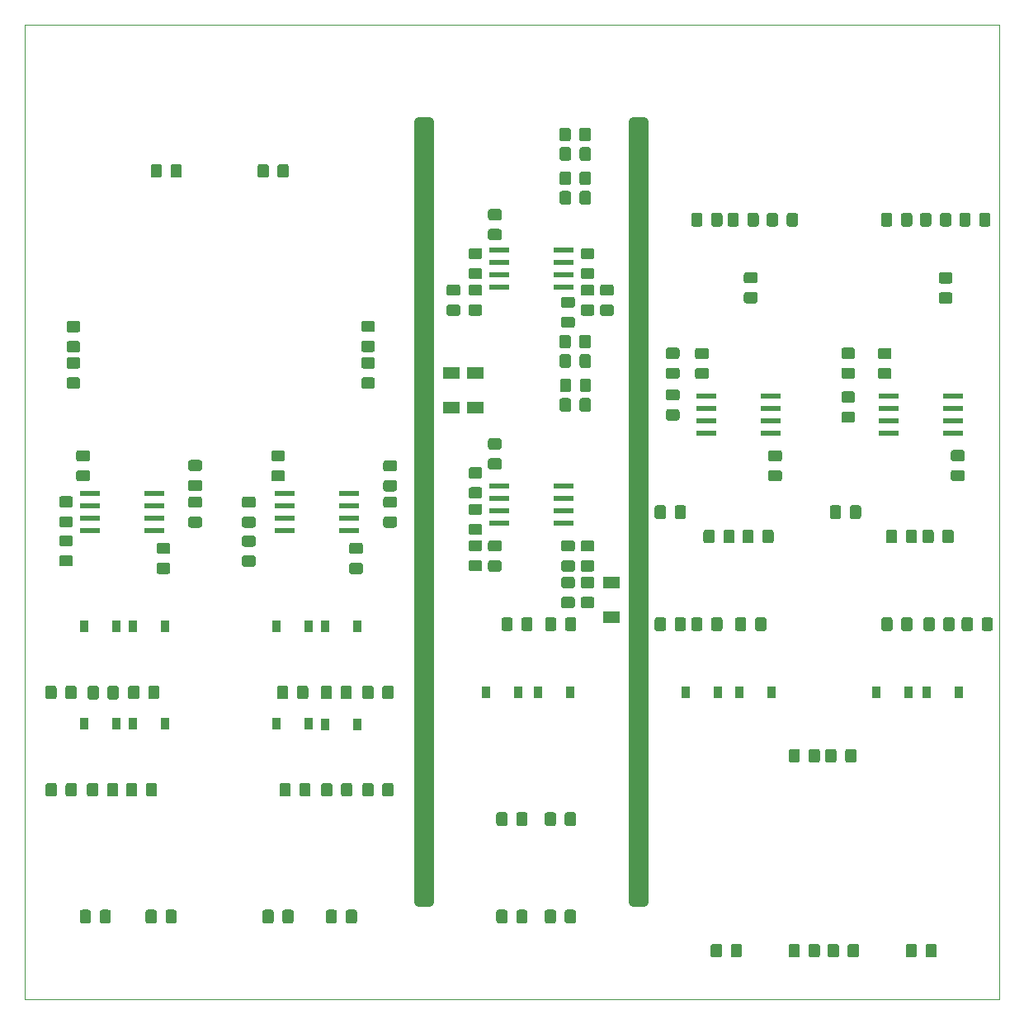
<source format=gbr>
%TF.GenerationSoftware,KiCad,Pcbnew,(5.1.5)-3*%
%TF.CreationDate,2020-03-23T00:00:11+01:00*%
%TF.ProjectId,KicadJE_Util_PCB,4b696361-644a-4455-9f55-74696c5f5043,rev?*%
%TF.SameCoordinates,Original*%
%TF.FileFunction,Paste,Bot*%
%TF.FilePolarity,Positive*%
%FSLAX46Y46*%
G04 Gerber Fmt 4.6, Leading zero omitted, Abs format (unit mm)*
G04 Created by KiCad (PCBNEW (5.1.5)-3) date 2020-03-23 00:00:11*
%MOMM*%
%LPD*%
G04 APERTURE LIST*
%ADD10C,1.000000*%
%ADD11C,0.050000*%
%ADD12C,0.150000*%
%ADD13R,0.900000X1.200000*%
%ADD14R,1.700000X1.300000*%
%ADD15R,2.000000X0.550000*%
G04 APERTURE END LIST*
D10*
X112500000Y-60000000D02*
X112500000Y-140000000D01*
X113500000Y-60000000D02*
X113500000Y-140000000D01*
X112500000Y-140000000D02*
X113500000Y-140000000D01*
X112500000Y-60000000D02*
X113500000Y-60000000D01*
X90500000Y-60000000D02*
X91500000Y-60000000D01*
X90500000Y-140000000D02*
X91500000Y-140000000D01*
X91500000Y-60000000D02*
X91500000Y-140000000D01*
X90500000Y-60000000D02*
X90500000Y-140000000D01*
D11*
X50000000Y-150000000D02*
X50000000Y-50000000D01*
X150000000Y-150000000D02*
X50000000Y-150000000D01*
X150000000Y-50000000D02*
X150000000Y-150000000D01*
X50000000Y-50000000D02*
X150000000Y-50000000D01*
D12*
G36*
X76474505Y-95701204D02*
G01*
X76498773Y-95704804D01*
X76522572Y-95710765D01*
X76545671Y-95719030D01*
X76567850Y-95729520D01*
X76588893Y-95742132D01*
X76608599Y-95756747D01*
X76626777Y-95773223D01*
X76643253Y-95791401D01*
X76657868Y-95811107D01*
X76670480Y-95832150D01*
X76680970Y-95854329D01*
X76689235Y-95877428D01*
X76695196Y-95901227D01*
X76698796Y-95925495D01*
X76700000Y-95949999D01*
X76700000Y-96600001D01*
X76698796Y-96624505D01*
X76695196Y-96648773D01*
X76689235Y-96672572D01*
X76680970Y-96695671D01*
X76670480Y-96717850D01*
X76657868Y-96738893D01*
X76643253Y-96758599D01*
X76626777Y-96776777D01*
X76608599Y-96793253D01*
X76588893Y-96807868D01*
X76567850Y-96820480D01*
X76545671Y-96830970D01*
X76522572Y-96839235D01*
X76498773Y-96845196D01*
X76474505Y-96848796D01*
X76450001Y-96850000D01*
X75549999Y-96850000D01*
X75525495Y-96848796D01*
X75501227Y-96845196D01*
X75477428Y-96839235D01*
X75454329Y-96830970D01*
X75432150Y-96820480D01*
X75411107Y-96807868D01*
X75391401Y-96793253D01*
X75373223Y-96776777D01*
X75356747Y-96758599D01*
X75342132Y-96738893D01*
X75329520Y-96717850D01*
X75319030Y-96695671D01*
X75310765Y-96672572D01*
X75304804Y-96648773D01*
X75301204Y-96624505D01*
X75300000Y-96600001D01*
X75300000Y-95949999D01*
X75301204Y-95925495D01*
X75304804Y-95901227D01*
X75310765Y-95877428D01*
X75319030Y-95854329D01*
X75329520Y-95832150D01*
X75342132Y-95811107D01*
X75356747Y-95791401D01*
X75373223Y-95773223D01*
X75391401Y-95756747D01*
X75411107Y-95742132D01*
X75432150Y-95729520D01*
X75454329Y-95719030D01*
X75477428Y-95710765D01*
X75501227Y-95704804D01*
X75525495Y-95701204D01*
X75549999Y-95700000D01*
X76450001Y-95700000D01*
X76474505Y-95701204D01*
G37*
G36*
X76474505Y-93651204D02*
G01*
X76498773Y-93654804D01*
X76522572Y-93660765D01*
X76545671Y-93669030D01*
X76567850Y-93679520D01*
X76588893Y-93692132D01*
X76608599Y-93706747D01*
X76626777Y-93723223D01*
X76643253Y-93741401D01*
X76657868Y-93761107D01*
X76670480Y-93782150D01*
X76680970Y-93804329D01*
X76689235Y-93827428D01*
X76695196Y-93851227D01*
X76698796Y-93875495D01*
X76700000Y-93899999D01*
X76700000Y-94550001D01*
X76698796Y-94574505D01*
X76695196Y-94598773D01*
X76689235Y-94622572D01*
X76680970Y-94645671D01*
X76670480Y-94667850D01*
X76657868Y-94688893D01*
X76643253Y-94708599D01*
X76626777Y-94726777D01*
X76608599Y-94743253D01*
X76588893Y-94757868D01*
X76567850Y-94770480D01*
X76545671Y-94780970D01*
X76522572Y-94789235D01*
X76498773Y-94795196D01*
X76474505Y-94798796D01*
X76450001Y-94800000D01*
X75549999Y-94800000D01*
X75525495Y-94798796D01*
X75501227Y-94795196D01*
X75477428Y-94789235D01*
X75454329Y-94780970D01*
X75432150Y-94770480D01*
X75411107Y-94757868D01*
X75391401Y-94743253D01*
X75373223Y-94726777D01*
X75356747Y-94708599D01*
X75342132Y-94688893D01*
X75329520Y-94667850D01*
X75319030Y-94645671D01*
X75310765Y-94622572D01*
X75304804Y-94598773D01*
X75301204Y-94574505D01*
X75300000Y-94550001D01*
X75300000Y-93899999D01*
X75301204Y-93875495D01*
X75304804Y-93851227D01*
X75310765Y-93827428D01*
X75319030Y-93804329D01*
X75329520Y-93782150D01*
X75342132Y-93761107D01*
X75356747Y-93741401D01*
X75373223Y-93723223D01*
X75391401Y-93706747D01*
X75411107Y-93692132D01*
X75432150Y-93679520D01*
X75454329Y-93669030D01*
X75477428Y-93660765D01*
X75501227Y-93654804D01*
X75525495Y-93651204D01*
X75549999Y-93650000D01*
X76450001Y-93650000D01*
X76474505Y-93651204D01*
G37*
G36*
X64724505Y-105201204D02*
G01*
X64748773Y-105204804D01*
X64772572Y-105210765D01*
X64795671Y-105219030D01*
X64817850Y-105229520D01*
X64838893Y-105242132D01*
X64858599Y-105256747D01*
X64876777Y-105273223D01*
X64893253Y-105291401D01*
X64907868Y-105311107D01*
X64920480Y-105332150D01*
X64930970Y-105354329D01*
X64939235Y-105377428D01*
X64945196Y-105401227D01*
X64948796Y-105425495D01*
X64950000Y-105449999D01*
X64950000Y-106100001D01*
X64948796Y-106124505D01*
X64945196Y-106148773D01*
X64939235Y-106172572D01*
X64930970Y-106195671D01*
X64920480Y-106217850D01*
X64907868Y-106238893D01*
X64893253Y-106258599D01*
X64876777Y-106276777D01*
X64858599Y-106293253D01*
X64838893Y-106307868D01*
X64817850Y-106320480D01*
X64795671Y-106330970D01*
X64772572Y-106339235D01*
X64748773Y-106345196D01*
X64724505Y-106348796D01*
X64700001Y-106350000D01*
X63799999Y-106350000D01*
X63775495Y-106348796D01*
X63751227Y-106345196D01*
X63727428Y-106339235D01*
X63704329Y-106330970D01*
X63682150Y-106320480D01*
X63661107Y-106307868D01*
X63641401Y-106293253D01*
X63623223Y-106276777D01*
X63606747Y-106258599D01*
X63592132Y-106238893D01*
X63579520Y-106217850D01*
X63569030Y-106195671D01*
X63560765Y-106172572D01*
X63554804Y-106148773D01*
X63551204Y-106124505D01*
X63550000Y-106100001D01*
X63550000Y-105449999D01*
X63551204Y-105425495D01*
X63554804Y-105401227D01*
X63560765Y-105377428D01*
X63569030Y-105354329D01*
X63579520Y-105332150D01*
X63592132Y-105311107D01*
X63606747Y-105291401D01*
X63623223Y-105273223D01*
X63641401Y-105256747D01*
X63661107Y-105242132D01*
X63682150Y-105229520D01*
X63704329Y-105219030D01*
X63727428Y-105210765D01*
X63751227Y-105204804D01*
X63775495Y-105201204D01*
X63799999Y-105200000D01*
X64700001Y-105200000D01*
X64724505Y-105201204D01*
G37*
G36*
X64724505Y-103151204D02*
G01*
X64748773Y-103154804D01*
X64772572Y-103160765D01*
X64795671Y-103169030D01*
X64817850Y-103179520D01*
X64838893Y-103192132D01*
X64858599Y-103206747D01*
X64876777Y-103223223D01*
X64893253Y-103241401D01*
X64907868Y-103261107D01*
X64920480Y-103282150D01*
X64930970Y-103304329D01*
X64939235Y-103327428D01*
X64945196Y-103351227D01*
X64948796Y-103375495D01*
X64950000Y-103399999D01*
X64950000Y-104050001D01*
X64948796Y-104074505D01*
X64945196Y-104098773D01*
X64939235Y-104122572D01*
X64930970Y-104145671D01*
X64920480Y-104167850D01*
X64907868Y-104188893D01*
X64893253Y-104208599D01*
X64876777Y-104226777D01*
X64858599Y-104243253D01*
X64838893Y-104257868D01*
X64817850Y-104270480D01*
X64795671Y-104280970D01*
X64772572Y-104289235D01*
X64748773Y-104295196D01*
X64724505Y-104298796D01*
X64700001Y-104300000D01*
X63799999Y-104300000D01*
X63775495Y-104298796D01*
X63751227Y-104295196D01*
X63727428Y-104289235D01*
X63704329Y-104280970D01*
X63682150Y-104270480D01*
X63661107Y-104257868D01*
X63641401Y-104243253D01*
X63623223Y-104226777D01*
X63606747Y-104208599D01*
X63592132Y-104188893D01*
X63579520Y-104167850D01*
X63569030Y-104145671D01*
X63560765Y-104122572D01*
X63554804Y-104098773D01*
X63551204Y-104074505D01*
X63550000Y-104050001D01*
X63550000Y-103399999D01*
X63551204Y-103375495D01*
X63554804Y-103351227D01*
X63560765Y-103327428D01*
X63569030Y-103304329D01*
X63579520Y-103282150D01*
X63592132Y-103261107D01*
X63606747Y-103241401D01*
X63623223Y-103223223D01*
X63641401Y-103206747D01*
X63661107Y-103192132D01*
X63682150Y-103179520D01*
X63704329Y-103169030D01*
X63727428Y-103160765D01*
X63751227Y-103154804D01*
X63775495Y-103151204D01*
X63799999Y-103150000D01*
X64700001Y-103150000D01*
X64724505Y-103151204D01*
G37*
G36*
X56474505Y-93651204D02*
G01*
X56498773Y-93654804D01*
X56522572Y-93660765D01*
X56545671Y-93669030D01*
X56567850Y-93679520D01*
X56588893Y-93692132D01*
X56608599Y-93706747D01*
X56626777Y-93723223D01*
X56643253Y-93741401D01*
X56657868Y-93761107D01*
X56670480Y-93782150D01*
X56680970Y-93804329D01*
X56689235Y-93827428D01*
X56695196Y-93851227D01*
X56698796Y-93875495D01*
X56700000Y-93899999D01*
X56700000Y-94550001D01*
X56698796Y-94574505D01*
X56695196Y-94598773D01*
X56689235Y-94622572D01*
X56680970Y-94645671D01*
X56670480Y-94667850D01*
X56657868Y-94688893D01*
X56643253Y-94708599D01*
X56626777Y-94726777D01*
X56608599Y-94743253D01*
X56588893Y-94757868D01*
X56567850Y-94770480D01*
X56545671Y-94780970D01*
X56522572Y-94789235D01*
X56498773Y-94795196D01*
X56474505Y-94798796D01*
X56450001Y-94800000D01*
X55549999Y-94800000D01*
X55525495Y-94798796D01*
X55501227Y-94795196D01*
X55477428Y-94789235D01*
X55454329Y-94780970D01*
X55432150Y-94770480D01*
X55411107Y-94757868D01*
X55391401Y-94743253D01*
X55373223Y-94726777D01*
X55356747Y-94708599D01*
X55342132Y-94688893D01*
X55329520Y-94667850D01*
X55319030Y-94645671D01*
X55310765Y-94622572D01*
X55304804Y-94598773D01*
X55301204Y-94574505D01*
X55300000Y-94550001D01*
X55300000Y-93899999D01*
X55301204Y-93875495D01*
X55304804Y-93851227D01*
X55310765Y-93827428D01*
X55319030Y-93804329D01*
X55329520Y-93782150D01*
X55342132Y-93761107D01*
X55356747Y-93741401D01*
X55373223Y-93723223D01*
X55391401Y-93706747D01*
X55411107Y-93692132D01*
X55432150Y-93679520D01*
X55454329Y-93669030D01*
X55477428Y-93660765D01*
X55501227Y-93654804D01*
X55525495Y-93651204D01*
X55549999Y-93650000D01*
X56450001Y-93650000D01*
X56474505Y-93651204D01*
G37*
G36*
X56474505Y-95701204D02*
G01*
X56498773Y-95704804D01*
X56522572Y-95710765D01*
X56545671Y-95719030D01*
X56567850Y-95729520D01*
X56588893Y-95742132D01*
X56608599Y-95756747D01*
X56626777Y-95773223D01*
X56643253Y-95791401D01*
X56657868Y-95811107D01*
X56670480Y-95832150D01*
X56680970Y-95854329D01*
X56689235Y-95877428D01*
X56695196Y-95901227D01*
X56698796Y-95925495D01*
X56700000Y-95949999D01*
X56700000Y-96600001D01*
X56698796Y-96624505D01*
X56695196Y-96648773D01*
X56689235Y-96672572D01*
X56680970Y-96695671D01*
X56670480Y-96717850D01*
X56657868Y-96738893D01*
X56643253Y-96758599D01*
X56626777Y-96776777D01*
X56608599Y-96793253D01*
X56588893Y-96807868D01*
X56567850Y-96820480D01*
X56545671Y-96830970D01*
X56522572Y-96839235D01*
X56498773Y-96845196D01*
X56474505Y-96848796D01*
X56450001Y-96850000D01*
X55549999Y-96850000D01*
X55525495Y-96848796D01*
X55501227Y-96845196D01*
X55477428Y-96839235D01*
X55454329Y-96830970D01*
X55432150Y-96820480D01*
X55411107Y-96807868D01*
X55391401Y-96793253D01*
X55373223Y-96776777D01*
X55356747Y-96758599D01*
X55342132Y-96738893D01*
X55329520Y-96717850D01*
X55319030Y-96695671D01*
X55310765Y-96672572D01*
X55304804Y-96648773D01*
X55301204Y-96624505D01*
X55300000Y-96600001D01*
X55300000Y-95949999D01*
X55301204Y-95925495D01*
X55304804Y-95901227D01*
X55310765Y-95877428D01*
X55319030Y-95854329D01*
X55329520Y-95832150D01*
X55342132Y-95811107D01*
X55356747Y-95791401D01*
X55373223Y-95773223D01*
X55391401Y-95756747D01*
X55411107Y-95742132D01*
X55432150Y-95729520D01*
X55454329Y-95719030D01*
X55477428Y-95710765D01*
X55501227Y-95704804D01*
X55525495Y-95701204D01*
X55549999Y-95700000D01*
X56450001Y-95700000D01*
X56474505Y-95701204D01*
G37*
G36*
X84474505Y-103151204D02*
G01*
X84498773Y-103154804D01*
X84522572Y-103160765D01*
X84545671Y-103169030D01*
X84567850Y-103179520D01*
X84588893Y-103192132D01*
X84608599Y-103206747D01*
X84626777Y-103223223D01*
X84643253Y-103241401D01*
X84657868Y-103261107D01*
X84670480Y-103282150D01*
X84680970Y-103304329D01*
X84689235Y-103327428D01*
X84695196Y-103351227D01*
X84698796Y-103375495D01*
X84700000Y-103399999D01*
X84700000Y-104050001D01*
X84698796Y-104074505D01*
X84695196Y-104098773D01*
X84689235Y-104122572D01*
X84680970Y-104145671D01*
X84670480Y-104167850D01*
X84657868Y-104188893D01*
X84643253Y-104208599D01*
X84626777Y-104226777D01*
X84608599Y-104243253D01*
X84588893Y-104257868D01*
X84567850Y-104270480D01*
X84545671Y-104280970D01*
X84522572Y-104289235D01*
X84498773Y-104295196D01*
X84474505Y-104298796D01*
X84450001Y-104300000D01*
X83549999Y-104300000D01*
X83525495Y-104298796D01*
X83501227Y-104295196D01*
X83477428Y-104289235D01*
X83454329Y-104280970D01*
X83432150Y-104270480D01*
X83411107Y-104257868D01*
X83391401Y-104243253D01*
X83373223Y-104226777D01*
X83356747Y-104208599D01*
X83342132Y-104188893D01*
X83329520Y-104167850D01*
X83319030Y-104145671D01*
X83310765Y-104122572D01*
X83304804Y-104098773D01*
X83301204Y-104074505D01*
X83300000Y-104050001D01*
X83300000Y-103399999D01*
X83301204Y-103375495D01*
X83304804Y-103351227D01*
X83310765Y-103327428D01*
X83319030Y-103304329D01*
X83329520Y-103282150D01*
X83342132Y-103261107D01*
X83356747Y-103241401D01*
X83373223Y-103223223D01*
X83391401Y-103206747D01*
X83411107Y-103192132D01*
X83432150Y-103179520D01*
X83454329Y-103169030D01*
X83477428Y-103160765D01*
X83501227Y-103154804D01*
X83525495Y-103151204D01*
X83549999Y-103150000D01*
X84450001Y-103150000D01*
X84474505Y-103151204D01*
G37*
G36*
X84474505Y-105201204D02*
G01*
X84498773Y-105204804D01*
X84522572Y-105210765D01*
X84545671Y-105219030D01*
X84567850Y-105229520D01*
X84588893Y-105242132D01*
X84608599Y-105256747D01*
X84626777Y-105273223D01*
X84643253Y-105291401D01*
X84657868Y-105311107D01*
X84670480Y-105332150D01*
X84680970Y-105354329D01*
X84689235Y-105377428D01*
X84695196Y-105401227D01*
X84698796Y-105425495D01*
X84700000Y-105449999D01*
X84700000Y-106100001D01*
X84698796Y-106124505D01*
X84695196Y-106148773D01*
X84689235Y-106172572D01*
X84680970Y-106195671D01*
X84670480Y-106217850D01*
X84657868Y-106238893D01*
X84643253Y-106258599D01*
X84626777Y-106276777D01*
X84608599Y-106293253D01*
X84588893Y-106307868D01*
X84567850Y-106320480D01*
X84545671Y-106330970D01*
X84522572Y-106339235D01*
X84498773Y-106345196D01*
X84474505Y-106348796D01*
X84450001Y-106350000D01*
X83549999Y-106350000D01*
X83525495Y-106348796D01*
X83501227Y-106345196D01*
X83477428Y-106339235D01*
X83454329Y-106330970D01*
X83432150Y-106320480D01*
X83411107Y-106307868D01*
X83391401Y-106293253D01*
X83373223Y-106276777D01*
X83356747Y-106258599D01*
X83342132Y-106238893D01*
X83329520Y-106217850D01*
X83319030Y-106195671D01*
X83310765Y-106172572D01*
X83304804Y-106148773D01*
X83301204Y-106124505D01*
X83300000Y-106100001D01*
X83300000Y-105449999D01*
X83301204Y-105425495D01*
X83304804Y-105401227D01*
X83310765Y-105377428D01*
X83319030Y-105354329D01*
X83329520Y-105332150D01*
X83342132Y-105311107D01*
X83356747Y-105291401D01*
X83373223Y-105273223D01*
X83391401Y-105256747D01*
X83411107Y-105242132D01*
X83432150Y-105229520D01*
X83454329Y-105219030D01*
X83477428Y-105210765D01*
X83501227Y-105204804D01*
X83525495Y-105201204D01*
X83549999Y-105200000D01*
X84450001Y-105200000D01*
X84474505Y-105201204D01*
G37*
G36*
X119974505Y-85201204D02*
G01*
X119998773Y-85204804D01*
X120022572Y-85210765D01*
X120045671Y-85219030D01*
X120067850Y-85229520D01*
X120088893Y-85242132D01*
X120108599Y-85256747D01*
X120126777Y-85273223D01*
X120143253Y-85291401D01*
X120157868Y-85311107D01*
X120170480Y-85332150D01*
X120180970Y-85354329D01*
X120189235Y-85377428D01*
X120195196Y-85401227D01*
X120198796Y-85425495D01*
X120200000Y-85449999D01*
X120200000Y-86100001D01*
X120198796Y-86124505D01*
X120195196Y-86148773D01*
X120189235Y-86172572D01*
X120180970Y-86195671D01*
X120170480Y-86217850D01*
X120157868Y-86238893D01*
X120143253Y-86258599D01*
X120126777Y-86276777D01*
X120108599Y-86293253D01*
X120088893Y-86307868D01*
X120067850Y-86320480D01*
X120045671Y-86330970D01*
X120022572Y-86339235D01*
X119998773Y-86345196D01*
X119974505Y-86348796D01*
X119950001Y-86350000D01*
X119049999Y-86350000D01*
X119025495Y-86348796D01*
X119001227Y-86345196D01*
X118977428Y-86339235D01*
X118954329Y-86330970D01*
X118932150Y-86320480D01*
X118911107Y-86307868D01*
X118891401Y-86293253D01*
X118873223Y-86276777D01*
X118856747Y-86258599D01*
X118842132Y-86238893D01*
X118829520Y-86217850D01*
X118819030Y-86195671D01*
X118810765Y-86172572D01*
X118804804Y-86148773D01*
X118801204Y-86124505D01*
X118800000Y-86100001D01*
X118800000Y-85449999D01*
X118801204Y-85425495D01*
X118804804Y-85401227D01*
X118810765Y-85377428D01*
X118819030Y-85354329D01*
X118829520Y-85332150D01*
X118842132Y-85311107D01*
X118856747Y-85291401D01*
X118873223Y-85273223D01*
X118891401Y-85256747D01*
X118911107Y-85242132D01*
X118932150Y-85229520D01*
X118954329Y-85219030D01*
X118977428Y-85210765D01*
X119001227Y-85204804D01*
X119025495Y-85201204D01*
X119049999Y-85200000D01*
X119950001Y-85200000D01*
X119974505Y-85201204D01*
G37*
G36*
X119974505Y-83151204D02*
G01*
X119998773Y-83154804D01*
X120022572Y-83160765D01*
X120045671Y-83169030D01*
X120067850Y-83179520D01*
X120088893Y-83192132D01*
X120108599Y-83206747D01*
X120126777Y-83223223D01*
X120143253Y-83241401D01*
X120157868Y-83261107D01*
X120170480Y-83282150D01*
X120180970Y-83304329D01*
X120189235Y-83327428D01*
X120195196Y-83351227D01*
X120198796Y-83375495D01*
X120200000Y-83399999D01*
X120200000Y-84050001D01*
X120198796Y-84074505D01*
X120195196Y-84098773D01*
X120189235Y-84122572D01*
X120180970Y-84145671D01*
X120170480Y-84167850D01*
X120157868Y-84188893D01*
X120143253Y-84208599D01*
X120126777Y-84226777D01*
X120108599Y-84243253D01*
X120088893Y-84257868D01*
X120067850Y-84270480D01*
X120045671Y-84280970D01*
X120022572Y-84289235D01*
X119998773Y-84295196D01*
X119974505Y-84298796D01*
X119950001Y-84300000D01*
X119049999Y-84300000D01*
X119025495Y-84298796D01*
X119001227Y-84295196D01*
X118977428Y-84289235D01*
X118954329Y-84280970D01*
X118932150Y-84270480D01*
X118911107Y-84257868D01*
X118891401Y-84243253D01*
X118873223Y-84226777D01*
X118856747Y-84208599D01*
X118842132Y-84188893D01*
X118829520Y-84167850D01*
X118819030Y-84145671D01*
X118810765Y-84122572D01*
X118804804Y-84098773D01*
X118801204Y-84074505D01*
X118800000Y-84050001D01*
X118800000Y-83399999D01*
X118801204Y-83375495D01*
X118804804Y-83351227D01*
X118810765Y-83327428D01*
X118819030Y-83304329D01*
X118829520Y-83282150D01*
X118842132Y-83261107D01*
X118856747Y-83241401D01*
X118873223Y-83223223D01*
X118891401Y-83206747D01*
X118911107Y-83192132D01*
X118932150Y-83179520D01*
X118954329Y-83169030D01*
X118977428Y-83160765D01*
X119001227Y-83154804D01*
X119025495Y-83151204D01*
X119049999Y-83150000D01*
X119950001Y-83150000D01*
X119974505Y-83151204D01*
G37*
G36*
X127474505Y-95701204D02*
G01*
X127498773Y-95704804D01*
X127522572Y-95710765D01*
X127545671Y-95719030D01*
X127567850Y-95729520D01*
X127588893Y-95742132D01*
X127608599Y-95756747D01*
X127626777Y-95773223D01*
X127643253Y-95791401D01*
X127657868Y-95811107D01*
X127670480Y-95832150D01*
X127680970Y-95854329D01*
X127689235Y-95877428D01*
X127695196Y-95901227D01*
X127698796Y-95925495D01*
X127700000Y-95949999D01*
X127700000Y-96600001D01*
X127698796Y-96624505D01*
X127695196Y-96648773D01*
X127689235Y-96672572D01*
X127680970Y-96695671D01*
X127670480Y-96717850D01*
X127657868Y-96738893D01*
X127643253Y-96758599D01*
X127626777Y-96776777D01*
X127608599Y-96793253D01*
X127588893Y-96807868D01*
X127567850Y-96820480D01*
X127545671Y-96830970D01*
X127522572Y-96839235D01*
X127498773Y-96845196D01*
X127474505Y-96848796D01*
X127450001Y-96850000D01*
X126549999Y-96850000D01*
X126525495Y-96848796D01*
X126501227Y-96845196D01*
X126477428Y-96839235D01*
X126454329Y-96830970D01*
X126432150Y-96820480D01*
X126411107Y-96807868D01*
X126391401Y-96793253D01*
X126373223Y-96776777D01*
X126356747Y-96758599D01*
X126342132Y-96738893D01*
X126329520Y-96717850D01*
X126319030Y-96695671D01*
X126310765Y-96672572D01*
X126304804Y-96648773D01*
X126301204Y-96624505D01*
X126300000Y-96600001D01*
X126300000Y-95949999D01*
X126301204Y-95925495D01*
X126304804Y-95901227D01*
X126310765Y-95877428D01*
X126319030Y-95854329D01*
X126329520Y-95832150D01*
X126342132Y-95811107D01*
X126356747Y-95791401D01*
X126373223Y-95773223D01*
X126391401Y-95756747D01*
X126411107Y-95742132D01*
X126432150Y-95729520D01*
X126454329Y-95719030D01*
X126477428Y-95710765D01*
X126501227Y-95704804D01*
X126525495Y-95701204D01*
X126549999Y-95700000D01*
X127450001Y-95700000D01*
X127474505Y-95701204D01*
G37*
G36*
X127474505Y-93651204D02*
G01*
X127498773Y-93654804D01*
X127522572Y-93660765D01*
X127545671Y-93669030D01*
X127567850Y-93679520D01*
X127588893Y-93692132D01*
X127608599Y-93706747D01*
X127626777Y-93723223D01*
X127643253Y-93741401D01*
X127657868Y-93761107D01*
X127670480Y-93782150D01*
X127680970Y-93804329D01*
X127689235Y-93827428D01*
X127695196Y-93851227D01*
X127698796Y-93875495D01*
X127700000Y-93899999D01*
X127700000Y-94550001D01*
X127698796Y-94574505D01*
X127695196Y-94598773D01*
X127689235Y-94622572D01*
X127680970Y-94645671D01*
X127670480Y-94667850D01*
X127657868Y-94688893D01*
X127643253Y-94708599D01*
X127626777Y-94726777D01*
X127608599Y-94743253D01*
X127588893Y-94757868D01*
X127567850Y-94770480D01*
X127545671Y-94780970D01*
X127522572Y-94789235D01*
X127498773Y-94795196D01*
X127474505Y-94798796D01*
X127450001Y-94800000D01*
X126549999Y-94800000D01*
X126525495Y-94798796D01*
X126501227Y-94795196D01*
X126477428Y-94789235D01*
X126454329Y-94780970D01*
X126432150Y-94770480D01*
X126411107Y-94757868D01*
X126391401Y-94743253D01*
X126373223Y-94726777D01*
X126356747Y-94708599D01*
X126342132Y-94688893D01*
X126329520Y-94667850D01*
X126319030Y-94645671D01*
X126310765Y-94622572D01*
X126304804Y-94598773D01*
X126301204Y-94574505D01*
X126300000Y-94550001D01*
X126300000Y-93899999D01*
X126301204Y-93875495D01*
X126304804Y-93851227D01*
X126310765Y-93827428D01*
X126319030Y-93804329D01*
X126329520Y-93782150D01*
X126342132Y-93761107D01*
X126356747Y-93741401D01*
X126373223Y-93723223D01*
X126391401Y-93706747D01*
X126411107Y-93692132D01*
X126432150Y-93679520D01*
X126454329Y-93669030D01*
X126477428Y-93660765D01*
X126501227Y-93654804D01*
X126525495Y-93651204D01*
X126549999Y-93650000D01*
X127450001Y-93650000D01*
X127474505Y-93651204D01*
G37*
G36*
X138724505Y-85201204D02*
G01*
X138748773Y-85204804D01*
X138772572Y-85210765D01*
X138795671Y-85219030D01*
X138817850Y-85229520D01*
X138838893Y-85242132D01*
X138858599Y-85256747D01*
X138876777Y-85273223D01*
X138893253Y-85291401D01*
X138907868Y-85311107D01*
X138920480Y-85332150D01*
X138930970Y-85354329D01*
X138939235Y-85377428D01*
X138945196Y-85401227D01*
X138948796Y-85425495D01*
X138950000Y-85449999D01*
X138950000Y-86100001D01*
X138948796Y-86124505D01*
X138945196Y-86148773D01*
X138939235Y-86172572D01*
X138930970Y-86195671D01*
X138920480Y-86217850D01*
X138907868Y-86238893D01*
X138893253Y-86258599D01*
X138876777Y-86276777D01*
X138858599Y-86293253D01*
X138838893Y-86307868D01*
X138817850Y-86320480D01*
X138795671Y-86330970D01*
X138772572Y-86339235D01*
X138748773Y-86345196D01*
X138724505Y-86348796D01*
X138700001Y-86350000D01*
X137799999Y-86350000D01*
X137775495Y-86348796D01*
X137751227Y-86345196D01*
X137727428Y-86339235D01*
X137704329Y-86330970D01*
X137682150Y-86320480D01*
X137661107Y-86307868D01*
X137641401Y-86293253D01*
X137623223Y-86276777D01*
X137606747Y-86258599D01*
X137592132Y-86238893D01*
X137579520Y-86217850D01*
X137569030Y-86195671D01*
X137560765Y-86172572D01*
X137554804Y-86148773D01*
X137551204Y-86124505D01*
X137550000Y-86100001D01*
X137550000Y-85449999D01*
X137551204Y-85425495D01*
X137554804Y-85401227D01*
X137560765Y-85377428D01*
X137569030Y-85354329D01*
X137579520Y-85332150D01*
X137592132Y-85311107D01*
X137606747Y-85291401D01*
X137623223Y-85273223D01*
X137641401Y-85256747D01*
X137661107Y-85242132D01*
X137682150Y-85229520D01*
X137704329Y-85219030D01*
X137727428Y-85210765D01*
X137751227Y-85204804D01*
X137775495Y-85201204D01*
X137799999Y-85200000D01*
X138700001Y-85200000D01*
X138724505Y-85201204D01*
G37*
G36*
X138724505Y-83151204D02*
G01*
X138748773Y-83154804D01*
X138772572Y-83160765D01*
X138795671Y-83169030D01*
X138817850Y-83179520D01*
X138838893Y-83192132D01*
X138858599Y-83206747D01*
X138876777Y-83223223D01*
X138893253Y-83241401D01*
X138907868Y-83261107D01*
X138920480Y-83282150D01*
X138930970Y-83304329D01*
X138939235Y-83327428D01*
X138945196Y-83351227D01*
X138948796Y-83375495D01*
X138950000Y-83399999D01*
X138950000Y-84050001D01*
X138948796Y-84074505D01*
X138945196Y-84098773D01*
X138939235Y-84122572D01*
X138930970Y-84145671D01*
X138920480Y-84167850D01*
X138907868Y-84188893D01*
X138893253Y-84208599D01*
X138876777Y-84226777D01*
X138858599Y-84243253D01*
X138838893Y-84257868D01*
X138817850Y-84270480D01*
X138795671Y-84280970D01*
X138772572Y-84289235D01*
X138748773Y-84295196D01*
X138724505Y-84298796D01*
X138700001Y-84300000D01*
X137799999Y-84300000D01*
X137775495Y-84298796D01*
X137751227Y-84295196D01*
X137727428Y-84289235D01*
X137704329Y-84280970D01*
X137682150Y-84270480D01*
X137661107Y-84257868D01*
X137641401Y-84243253D01*
X137623223Y-84226777D01*
X137606747Y-84208599D01*
X137592132Y-84188893D01*
X137579520Y-84167850D01*
X137569030Y-84145671D01*
X137560765Y-84122572D01*
X137554804Y-84098773D01*
X137551204Y-84074505D01*
X137550000Y-84050001D01*
X137550000Y-83399999D01*
X137551204Y-83375495D01*
X137554804Y-83351227D01*
X137560765Y-83327428D01*
X137569030Y-83304329D01*
X137579520Y-83282150D01*
X137592132Y-83261107D01*
X137606747Y-83241401D01*
X137623223Y-83223223D01*
X137641401Y-83206747D01*
X137661107Y-83192132D01*
X137682150Y-83179520D01*
X137704329Y-83169030D01*
X137727428Y-83160765D01*
X137751227Y-83154804D01*
X137775495Y-83151204D01*
X137799999Y-83150000D01*
X138700001Y-83150000D01*
X138724505Y-83151204D01*
G37*
G36*
X146224505Y-93626204D02*
G01*
X146248773Y-93629804D01*
X146272572Y-93635765D01*
X146295671Y-93644030D01*
X146317850Y-93654520D01*
X146338893Y-93667132D01*
X146358599Y-93681747D01*
X146376777Y-93698223D01*
X146393253Y-93716401D01*
X146407868Y-93736107D01*
X146420480Y-93757150D01*
X146430970Y-93779329D01*
X146439235Y-93802428D01*
X146445196Y-93826227D01*
X146448796Y-93850495D01*
X146450000Y-93874999D01*
X146450000Y-94525001D01*
X146448796Y-94549505D01*
X146445196Y-94573773D01*
X146439235Y-94597572D01*
X146430970Y-94620671D01*
X146420480Y-94642850D01*
X146407868Y-94663893D01*
X146393253Y-94683599D01*
X146376777Y-94701777D01*
X146358599Y-94718253D01*
X146338893Y-94732868D01*
X146317850Y-94745480D01*
X146295671Y-94755970D01*
X146272572Y-94764235D01*
X146248773Y-94770196D01*
X146224505Y-94773796D01*
X146200001Y-94775000D01*
X145299999Y-94775000D01*
X145275495Y-94773796D01*
X145251227Y-94770196D01*
X145227428Y-94764235D01*
X145204329Y-94755970D01*
X145182150Y-94745480D01*
X145161107Y-94732868D01*
X145141401Y-94718253D01*
X145123223Y-94701777D01*
X145106747Y-94683599D01*
X145092132Y-94663893D01*
X145079520Y-94642850D01*
X145069030Y-94620671D01*
X145060765Y-94597572D01*
X145054804Y-94573773D01*
X145051204Y-94549505D01*
X145050000Y-94525001D01*
X145050000Y-93874999D01*
X145051204Y-93850495D01*
X145054804Y-93826227D01*
X145060765Y-93802428D01*
X145069030Y-93779329D01*
X145079520Y-93757150D01*
X145092132Y-93736107D01*
X145106747Y-93716401D01*
X145123223Y-93698223D01*
X145141401Y-93681747D01*
X145161107Y-93667132D01*
X145182150Y-93654520D01*
X145204329Y-93644030D01*
X145227428Y-93635765D01*
X145251227Y-93629804D01*
X145275495Y-93626204D01*
X145299999Y-93625000D01*
X146200001Y-93625000D01*
X146224505Y-93626204D01*
G37*
G36*
X146224505Y-95676204D02*
G01*
X146248773Y-95679804D01*
X146272572Y-95685765D01*
X146295671Y-95694030D01*
X146317850Y-95704520D01*
X146338893Y-95717132D01*
X146358599Y-95731747D01*
X146376777Y-95748223D01*
X146393253Y-95766401D01*
X146407868Y-95786107D01*
X146420480Y-95807150D01*
X146430970Y-95829329D01*
X146439235Y-95852428D01*
X146445196Y-95876227D01*
X146448796Y-95900495D01*
X146450000Y-95924999D01*
X146450000Y-96575001D01*
X146448796Y-96599505D01*
X146445196Y-96623773D01*
X146439235Y-96647572D01*
X146430970Y-96670671D01*
X146420480Y-96692850D01*
X146407868Y-96713893D01*
X146393253Y-96733599D01*
X146376777Y-96751777D01*
X146358599Y-96768253D01*
X146338893Y-96782868D01*
X146317850Y-96795480D01*
X146295671Y-96805970D01*
X146272572Y-96814235D01*
X146248773Y-96820196D01*
X146224505Y-96823796D01*
X146200001Y-96825000D01*
X145299999Y-96825000D01*
X145275495Y-96823796D01*
X145251227Y-96820196D01*
X145227428Y-96814235D01*
X145204329Y-96805970D01*
X145182150Y-96795480D01*
X145161107Y-96782868D01*
X145141401Y-96768253D01*
X145123223Y-96751777D01*
X145106747Y-96733599D01*
X145092132Y-96713893D01*
X145079520Y-96692850D01*
X145069030Y-96670671D01*
X145060765Y-96647572D01*
X145054804Y-96623773D01*
X145051204Y-96599505D01*
X145050000Y-96575001D01*
X145050000Y-95924999D01*
X145051204Y-95900495D01*
X145054804Y-95876227D01*
X145060765Y-95852428D01*
X145069030Y-95829329D01*
X145079520Y-95807150D01*
X145092132Y-95786107D01*
X145106747Y-95766401D01*
X145123223Y-95748223D01*
X145141401Y-95731747D01*
X145161107Y-95717132D01*
X145182150Y-95704520D01*
X145204329Y-95694030D01*
X145227428Y-95685765D01*
X145251227Y-95679804D01*
X145275495Y-95676204D01*
X145299999Y-95675000D01*
X146200001Y-95675000D01*
X146224505Y-95676204D01*
G37*
G36*
X115574505Y-99301204D02*
G01*
X115598773Y-99304804D01*
X115622572Y-99310765D01*
X115645671Y-99319030D01*
X115667850Y-99329520D01*
X115688893Y-99342132D01*
X115708599Y-99356747D01*
X115726777Y-99373223D01*
X115743253Y-99391401D01*
X115757868Y-99411107D01*
X115770480Y-99432150D01*
X115780970Y-99454329D01*
X115789235Y-99477428D01*
X115795196Y-99501227D01*
X115798796Y-99525495D01*
X115800000Y-99549999D01*
X115800000Y-100450001D01*
X115798796Y-100474505D01*
X115795196Y-100498773D01*
X115789235Y-100522572D01*
X115780970Y-100545671D01*
X115770480Y-100567850D01*
X115757868Y-100588893D01*
X115743253Y-100608599D01*
X115726777Y-100626777D01*
X115708599Y-100643253D01*
X115688893Y-100657868D01*
X115667850Y-100670480D01*
X115645671Y-100680970D01*
X115622572Y-100689235D01*
X115598773Y-100695196D01*
X115574505Y-100698796D01*
X115550001Y-100700000D01*
X114899999Y-100700000D01*
X114875495Y-100698796D01*
X114851227Y-100695196D01*
X114827428Y-100689235D01*
X114804329Y-100680970D01*
X114782150Y-100670480D01*
X114761107Y-100657868D01*
X114741401Y-100643253D01*
X114723223Y-100626777D01*
X114706747Y-100608599D01*
X114692132Y-100588893D01*
X114679520Y-100567850D01*
X114669030Y-100545671D01*
X114660765Y-100522572D01*
X114654804Y-100498773D01*
X114651204Y-100474505D01*
X114650000Y-100450001D01*
X114650000Y-99549999D01*
X114651204Y-99525495D01*
X114654804Y-99501227D01*
X114660765Y-99477428D01*
X114669030Y-99454329D01*
X114679520Y-99432150D01*
X114692132Y-99411107D01*
X114706747Y-99391401D01*
X114723223Y-99373223D01*
X114741401Y-99356747D01*
X114761107Y-99342132D01*
X114782150Y-99329520D01*
X114804329Y-99319030D01*
X114827428Y-99310765D01*
X114851227Y-99304804D01*
X114875495Y-99301204D01*
X114899999Y-99300000D01*
X115550001Y-99300000D01*
X115574505Y-99301204D01*
G37*
G36*
X117624505Y-99301204D02*
G01*
X117648773Y-99304804D01*
X117672572Y-99310765D01*
X117695671Y-99319030D01*
X117717850Y-99329520D01*
X117738893Y-99342132D01*
X117758599Y-99356747D01*
X117776777Y-99373223D01*
X117793253Y-99391401D01*
X117807868Y-99411107D01*
X117820480Y-99432150D01*
X117830970Y-99454329D01*
X117839235Y-99477428D01*
X117845196Y-99501227D01*
X117848796Y-99525495D01*
X117850000Y-99549999D01*
X117850000Y-100450001D01*
X117848796Y-100474505D01*
X117845196Y-100498773D01*
X117839235Y-100522572D01*
X117830970Y-100545671D01*
X117820480Y-100567850D01*
X117807868Y-100588893D01*
X117793253Y-100608599D01*
X117776777Y-100626777D01*
X117758599Y-100643253D01*
X117738893Y-100657868D01*
X117717850Y-100670480D01*
X117695671Y-100680970D01*
X117672572Y-100689235D01*
X117648773Y-100695196D01*
X117624505Y-100698796D01*
X117600001Y-100700000D01*
X116949999Y-100700000D01*
X116925495Y-100698796D01*
X116901227Y-100695196D01*
X116877428Y-100689235D01*
X116854329Y-100680970D01*
X116832150Y-100670480D01*
X116811107Y-100657868D01*
X116791401Y-100643253D01*
X116773223Y-100626777D01*
X116756747Y-100608599D01*
X116742132Y-100588893D01*
X116729520Y-100567850D01*
X116719030Y-100545671D01*
X116710765Y-100522572D01*
X116704804Y-100498773D01*
X116701204Y-100474505D01*
X116700000Y-100450001D01*
X116700000Y-99549999D01*
X116701204Y-99525495D01*
X116704804Y-99501227D01*
X116710765Y-99477428D01*
X116719030Y-99454329D01*
X116729520Y-99432150D01*
X116742132Y-99411107D01*
X116756747Y-99391401D01*
X116773223Y-99373223D01*
X116791401Y-99356747D01*
X116811107Y-99342132D01*
X116832150Y-99329520D01*
X116854329Y-99319030D01*
X116877428Y-99310765D01*
X116901227Y-99304804D01*
X116925495Y-99301204D01*
X116949999Y-99300000D01*
X117600001Y-99300000D01*
X117624505Y-99301204D01*
G37*
G36*
X135599505Y-99301204D02*
G01*
X135623773Y-99304804D01*
X135647572Y-99310765D01*
X135670671Y-99319030D01*
X135692850Y-99329520D01*
X135713893Y-99342132D01*
X135733599Y-99356747D01*
X135751777Y-99373223D01*
X135768253Y-99391401D01*
X135782868Y-99411107D01*
X135795480Y-99432150D01*
X135805970Y-99454329D01*
X135814235Y-99477428D01*
X135820196Y-99501227D01*
X135823796Y-99525495D01*
X135825000Y-99549999D01*
X135825000Y-100450001D01*
X135823796Y-100474505D01*
X135820196Y-100498773D01*
X135814235Y-100522572D01*
X135805970Y-100545671D01*
X135795480Y-100567850D01*
X135782868Y-100588893D01*
X135768253Y-100608599D01*
X135751777Y-100626777D01*
X135733599Y-100643253D01*
X135713893Y-100657868D01*
X135692850Y-100670480D01*
X135670671Y-100680970D01*
X135647572Y-100689235D01*
X135623773Y-100695196D01*
X135599505Y-100698796D01*
X135575001Y-100700000D01*
X134924999Y-100700000D01*
X134900495Y-100698796D01*
X134876227Y-100695196D01*
X134852428Y-100689235D01*
X134829329Y-100680970D01*
X134807150Y-100670480D01*
X134786107Y-100657868D01*
X134766401Y-100643253D01*
X134748223Y-100626777D01*
X134731747Y-100608599D01*
X134717132Y-100588893D01*
X134704520Y-100567850D01*
X134694030Y-100545671D01*
X134685765Y-100522572D01*
X134679804Y-100498773D01*
X134676204Y-100474505D01*
X134675000Y-100450001D01*
X134675000Y-99549999D01*
X134676204Y-99525495D01*
X134679804Y-99501227D01*
X134685765Y-99477428D01*
X134694030Y-99454329D01*
X134704520Y-99432150D01*
X134717132Y-99411107D01*
X134731747Y-99391401D01*
X134748223Y-99373223D01*
X134766401Y-99356747D01*
X134786107Y-99342132D01*
X134807150Y-99329520D01*
X134829329Y-99319030D01*
X134852428Y-99310765D01*
X134876227Y-99304804D01*
X134900495Y-99301204D01*
X134924999Y-99300000D01*
X135575001Y-99300000D01*
X135599505Y-99301204D01*
G37*
G36*
X133549505Y-99301204D02*
G01*
X133573773Y-99304804D01*
X133597572Y-99310765D01*
X133620671Y-99319030D01*
X133642850Y-99329520D01*
X133663893Y-99342132D01*
X133683599Y-99356747D01*
X133701777Y-99373223D01*
X133718253Y-99391401D01*
X133732868Y-99411107D01*
X133745480Y-99432150D01*
X133755970Y-99454329D01*
X133764235Y-99477428D01*
X133770196Y-99501227D01*
X133773796Y-99525495D01*
X133775000Y-99549999D01*
X133775000Y-100450001D01*
X133773796Y-100474505D01*
X133770196Y-100498773D01*
X133764235Y-100522572D01*
X133755970Y-100545671D01*
X133745480Y-100567850D01*
X133732868Y-100588893D01*
X133718253Y-100608599D01*
X133701777Y-100626777D01*
X133683599Y-100643253D01*
X133663893Y-100657868D01*
X133642850Y-100670480D01*
X133620671Y-100680970D01*
X133597572Y-100689235D01*
X133573773Y-100695196D01*
X133549505Y-100698796D01*
X133525001Y-100700000D01*
X132874999Y-100700000D01*
X132850495Y-100698796D01*
X132826227Y-100695196D01*
X132802428Y-100689235D01*
X132779329Y-100680970D01*
X132757150Y-100670480D01*
X132736107Y-100657868D01*
X132716401Y-100643253D01*
X132698223Y-100626777D01*
X132681747Y-100608599D01*
X132667132Y-100588893D01*
X132654520Y-100567850D01*
X132644030Y-100545671D01*
X132635765Y-100522572D01*
X132629804Y-100498773D01*
X132626204Y-100474505D01*
X132625000Y-100450001D01*
X132625000Y-99549999D01*
X132626204Y-99525495D01*
X132629804Y-99501227D01*
X132635765Y-99477428D01*
X132644030Y-99454329D01*
X132654520Y-99432150D01*
X132667132Y-99411107D01*
X132681747Y-99391401D01*
X132698223Y-99373223D01*
X132716401Y-99356747D01*
X132736107Y-99342132D01*
X132757150Y-99329520D01*
X132779329Y-99319030D01*
X132802428Y-99310765D01*
X132826227Y-99304804D01*
X132850495Y-99301204D01*
X132874999Y-99300000D01*
X133525001Y-99300000D01*
X133549505Y-99301204D01*
G37*
G36*
X129124505Y-69301204D02*
G01*
X129148773Y-69304804D01*
X129172572Y-69310765D01*
X129195671Y-69319030D01*
X129217850Y-69329520D01*
X129238893Y-69342132D01*
X129258599Y-69356747D01*
X129276777Y-69373223D01*
X129293253Y-69391401D01*
X129307868Y-69411107D01*
X129320480Y-69432150D01*
X129330970Y-69454329D01*
X129339235Y-69477428D01*
X129345196Y-69501227D01*
X129348796Y-69525495D01*
X129350000Y-69549999D01*
X129350000Y-70450001D01*
X129348796Y-70474505D01*
X129345196Y-70498773D01*
X129339235Y-70522572D01*
X129330970Y-70545671D01*
X129320480Y-70567850D01*
X129307868Y-70588893D01*
X129293253Y-70608599D01*
X129276777Y-70626777D01*
X129258599Y-70643253D01*
X129238893Y-70657868D01*
X129217850Y-70670480D01*
X129195671Y-70680970D01*
X129172572Y-70689235D01*
X129148773Y-70695196D01*
X129124505Y-70698796D01*
X129100001Y-70700000D01*
X128449999Y-70700000D01*
X128425495Y-70698796D01*
X128401227Y-70695196D01*
X128377428Y-70689235D01*
X128354329Y-70680970D01*
X128332150Y-70670480D01*
X128311107Y-70657868D01*
X128291401Y-70643253D01*
X128273223Y-70626777D01*
X128256747Y-70608599D01*
X128242132Y-70588893D01*
X128229520Y-70567850D01*
X128219030Y-70545671D01*
X128210765Y-70522572D01*
X128204804Y-70498773D01*
X128201204Y-70474505D01*
X128200000Y-70450001D01*
X128200000Y-69549999D01*
X128201204Y-69525495D01*
X128204804Y-69501227D01*
X128210765Y-69477428D01*
X128219030Y-69454329D01*
X128229520Y-69432150D01*
X128242132Y-69411107D01*
X128256747Y-69391401D01*
X128273223Y-69373223D01*
X128291401Y-69356747D01*
X128311107Y-69342132D01*
X128332150Y-69329520D01*
X128354329Y-69319030D01*
X128377428Y-69310765D01*
X128401227Y-69304804D01*
X128425495Y-69301204D01*
X128449999Y-69300000D01*
X129100001Y-69300000D01*
X129124505Y-69301204D01*
G37*
G36*
X127074505Y-69301204D02*
G01*
X127098773Y-69304804D01*
X127122572Y-69310765D01*
X127145671Y-69319030D01*
X127167850Y-69329520D01*
X127188893Y-69342132D01*
X127208599Y-69356747D01*
X127226777Y-69373223D01*
X127243253Y-69391401D01*
X127257868Y-69411107D01*
X127270480Y-69432150D01*
X127280970Y-69454329D01*
X127289235Y-69477428D01*
X127295196Y-69501227D01*
X127298796Y-69525495D01*
X127300000Y-69549999D01*
X127300000Y-70450001D01*
X127298796Y-70474505D01*
X127295196Y-70498773D01*
X127289235Y-70522572D01*
X127280970Y-70545671D01*
X127270480Y-70567850D01*
X127257868Y-70588893D01*
X127243253Y-70608599D01*
X127226777Y-70626777D01*
X127208599Y-70643253D01*
X127188893Y-70657868D01*
X127167850Y-70670480D01*
X127145671Y-70680970D01*
X127122572Y-70689235D01*
X127098773Y-70695196D01*
X127074505Y-70698796D01*
X127050001Y-70700000D01*
X126399999Y-70700000D01*
X126375495Y-70698796D01*
X126351227Y-70695196D01*
X126327428Y-70689235D01*
X126304329Y-70680970D01*
X126282150Y-70670480D01*
X126261107Y-70657868D01*
X126241401Y-70643253D01*
X126223223Y-70626777D01*
X126206747Y-70608599D01*
X126192132Y-70588893D01*
X126179520Y-70567850D01*
X126169030Y-70545671D01*
X126160765Y-70522572D01*
X126154804Y-70498773D01*
X126151204Y-70474505D01*
X126150000Y-70450001D01*
X126150000Y-69549999D01*
X126151204Y-69525495D01*
X126154804Y-69501227D01*
X126160765Y-69477428D01*
X126169030Y-69454329D01*
X126179520Y-69432150D01*
X126192132Y-69411107D01*
X126206747Y-69391401D01*
X126223223Y-69373223D01*
X126241401Y-69356747D01*
X126261107Y-69342132D01*
X126282150Y-69329520D01*
X126304329Y-69319030D01*
X126327428Y-69310765D01*
X126351227Y-69304804D01*
X126375495Y-69301204D01*
X126399999Y-69300000D01*
X127050001Y-69300000D01*
X127074505Y-69301204D01*
G37*
G36*
X148874505Y-69301204D02*
G01*
X148898773Y-69304804D01*
X148922572Y-69310765D01*
X148945671Y-69319030D01*
X148967850Y-69329520D01*
X148988893Y-69342132D01*
X149008599Y-69356747D01*
X149026777Y-69373223D01*
X149043253Y-69391401D01*
X149057868Y-69411107D01*
X149070480Y-69432150D01*
X149080970Y-69454329D01*
X149089235Y-69477428D01*
X149095196Y-69501227D01*
X149098796Y-69525495D01*
X149100000Y-69549999D01*
X149100000Y-70450001D01*
X149098796Y-70474505D01*
X149095196Y-70498773D01*
X149089235Y-70522572D01*
X149080970Y-70545671D01*
X149070480Y-70567850D01*
X149057868Y-70588893D01*
X149043253Y-70608599D01*
X149026777Y-70626777D01*
X149008599Y-70643253D01*
X148988893Y-70657868D01*
X148967850Y-70670480D01*
X148945671Y-70680970D01*
X148922572Y-70689235D01*
X148898773Y-70695196D01*
X148874505Y-70698796D01*
X148850001Y-70700000D01*
X148199999Y-70700000D01*
X148175495Y-70698796D01*
X148151227Y-70695196D01*
X148127428Y-70689235D01*
X148104329Y-70680970D01*
X148082150Y-70670480D01*
X148061107Y-70657868D01*
X148041401Y-70643253D01*
X148023223Y-70626777D01*
X148006747Y-70608599D01*
X147992132Y-70588893D01*
X147979520Y-70567850D01*
X147969030Y-70545671D01*
X147960765Y-70522572D01*
X147954804Y-70498773D01*
X147951204Y-70474505D01*
X147950000Y-70450001D01*
X147950000Y-69549999D01*
X147951204Y-69525495D01*
X147954804Y-69501227D01*
X147960765Y-69477428D01*
X147969030Y-69454329D01*
X147979520Y-69432150D01*
X147992132Y-69411107D01*
X148006747Y-69391401D01*
X148023223Y-69373223D01*
X148041401Y-69356747D01*
X148061107Y-69342132D01*
X148082150Y-69329520D01*
X148104329Y-69319030D01*
X148127428Y-69310765D01*
X148151227Y-69304804D01*
X148175495Y-69301204D01*
X148199999Y-69300000D01*
X148850001Y-69300000D01*
X148874505Y-69301204D01*
G37*
G36*
X146824505Y-69301204D02*
G01*
X146848773Y-69304804D01*
X146872572Y-69310765D01*
X146895671Y-69319030D01*
X146917850Y-69329520D01*
X146938893Y-69342132D01*
X146958599Y-69356747D01*
X146976777Y-69373223D01*
X146993253Y-69391401D01*
X147007868Y-69411107D01*
X147020480Y-69432150D01*
X147030970Y-69454329D01*
X147039235Y-69477428D01*
X147045196Y-69501227D01*
X147048796Y-69525495D01*
X147050000Y-69549999D01*
X147050000Y-70450001D01*
X147048796Y-70474505D01*
X147045196Y-70498773D01*
X147039235Y-70522572D01*
X147030970Y-70545671D01*
X147020480Y-70567850D01*
X147007868Y-70588893D01*
X146993253Y-70608599D01*
X146976777Y-70626777D01*
X146958599Y-70643253D01*
X146938893Y-70657868D01*
X146917850Y-70670480D01*
X146895671Y-70680970D01*
X146872572Y-70689235D01*
X146848773Y-70695196D01*
X146824505Y-70698796D01*
X146800001Y-70700000D01*
X146149999Y-70700000D01*
X146125495Y-70698796D01*
X146101227Y-70695196D01*
X146077428Y-70689235D01*
X146054329Y-70680970D01*
X146032150Y-70670480D01*
X146011107Y-70657868D01*
X145991401Y-70643253D01*
X145973223Y-70626777D01*
X145956747Y-70608599D01*
X145942132Y-70588893D01*
X145929520Y-70567850D01*
X145919030Y-70545671D01*
X145910765Y-70522572D01*
X145904804Y-70498773D01*
X145901204Y-70474505D01*
X145900000Y-70450001D01*
X145900000Y-69549999D01*
X145901204Y-69525495D01*
X145904804Y-69501227D01*
X145910765Y-69477428D01*
X145919030Y-69454329D01*
X145929520Y-69432150D01*
X145942132Y-69411107D01*
X145956747Y-69391401D01*
X145973223Y-69373223D01*
X145991401Y-69356747D01*
X146011107Y-69342132D01*
X146032150Y-69329520D01*
X146054329Y-69319030D01*
X146077428Y-69310765D01*
X146101227Y-69304804D01*
X146125495Y-69301204D01*
X146149999Y-69300000D01*
X146800001Y-69300000D01*
X146824505Y-69301204D01*
G37*
G36*
X126624505Y-101801204D02*
G01*
X126648773Y-101804804D01*
X126672572Y-101810765D01*
X126695671Y-101819030D01*
X126717850Y-101829520D01*
X126738893Y-101842132D01*
X126758599Y-101856747D01*
X126776777Y-101873223D01*
X126793253Y-101891401D01*
X126807868Y-101911107D01*
X126820480Y-101932150D01*
X126830970Y-101954329D01*
X126839235Y-101977428D01*
X126845196Y-102001227D01*
X126848796Y-102025495D01*
X126850000Y-102049999D01*
X126850000Y-102950001D01*
X126848796Y-102974505D01*
X126845196Y-102998773D01*
X126839235Y-103022572D01*
X126830970Y-103045671D01*
X126820480Y-103067850D01*
X126807868Y-103088893D01*
X126793253Y-103108599D01*
X126776777Y-103126777D01*
X126758599Y-103143253D01*
X126738893Y-103157868D01*
X126717850Y-103170480D01*
X126695671Y-103180970D01*
X126672572Y-103189235D01*
X126648773Y-103195196D01*
X126624505Y-103198796D01*
X126600001Y-103200000D01*
X125949999Y-103200000D01*
X125925495Y-103198796D01*
X125901227Y-103195196D01*
X125877428Y-103189235D01*
X125854329Y-103180970D01*
X125832150Y-103170480D01*
X125811107Y-103157868D01*
X125791401Y-103143253D01*
X125773223Y-103126777D01*
X125756747Y-103108599D01*
X125742132Y-103088893D01*
X125729520Y-103067850D01*
X125719030Y-103045671D01*
X125710765Y-103022572D01*
X125704804Y-102998773D01*
X125701204Y-102974505D01*
X125700000Y-102950001D01*
X125700000Y-102049999D01*
X125701204Y-102025495D01*
X125704804Y-102001227D01*
X125710765Y-101977428D01*
X125719030Y-101954329D01*
X125729520Y-101932150D01*
X125742132Y-101911107D01*
X125756747Y-101891401D01*
X125773223Y-101873223D01*
X125791401Y-101856747D01*
X125811107Y-101842132D01*
X125832150Y-101829520D01*
X125854329Y-101819030D01*
X125877428Y-101810765D01*
X125901227Y-101804804D01*
X125925495Y-101801204D01*
X125949999Y-101800000D01*
X126600001Y-101800000D01*
X126624505Y-101801204D01*
G37*
G36*
X124574505Y-101801204D02*
G01*
X124598773Y-101804804D01*
X124622572Y-101810765D01*
X124645671Y-101819030D01*
X124667850Y-101829520D01*
X124688893Y-101842132D01*
X124708599Y-101856747D01*
X124726777Y-101873223D01*
X124743253Y-101891401D01*
X124757868Y-101911107D01*
X124770480Y-101932150D01*
X124780970Y-101954329D01*
X124789235Y-101977428D01*
X124795196Y-102001227D01*
X124798796Y-102025495D01*
X124800000Y-102049999D01*
X124800000Y-102950001D01*
X124798796Y-102974505D01*
X124795196Y-102998773D01*
X124789235Y-103022572D01*
X124780970Y-103045671D01*
X124770480Y-103067850D01*
X124757868Y-103088893D01*
X124743253Y-103108599D01*
X124726777Y-103126777D01*
X124708599Y-103143253D01*
X124688893Y-103157868D01*
X124667850Y-103170480D01*
X124645671Y-103180970D01*
X124622572Y-103189235D01*
X124598773Y-103195196D01*
X124574505Y-103198796D01*
X124550001Y-103200000D01*
X123899999Y-103200000D01*
X123875495Y-103198796D01*
X123851227Y-103195196D01*
X123827428Y-103189235D01*
X123804329Y-103180970D01*
X123782150Y-103170480D01*
X123761107Y-103157868D01*
X123741401Y-103143253D01*
X123723223Y-103126777D01*
X123706747Y-103108599D01*
X123692132Y-103088893D01*
X123679520Y-103067850D01*
X123669030Y-103045671D01*
X123660765Y-103022572D01*
X123654804Y-102998773D01*
X123651204Y-102974505D01*
X123650000Y-102950001D01*
X123650000Y-102049999D01*
X123651204Y-102025495D01*
X123654804Y-102001227D01*
X123660765Y-101977428D01*
X123669030Y-101954329D01*
X123679520Y-101932150D01*
X123692132Y-101911107D01*
X123706747Y-101891401D01*
X123723223Y-101873223D01*
X123741401Y-101856747D01*
X123761107Y-101842132D01*
X123782150Y-101829520D01*
X123804329Y-101819030D01*
X123827428Y-101810765D01*
X123851227Y-101804804D01*
X123875495Y-101801204D01*
X123899999Y-101800000D01*
X124550001Y-101800000D01*
X124574505Y-101801204D01*
G37*
G36*
X145099505Y-101801204D02*
G01*
X145123773Y-101804804D01*
X145147572Y-101810765D01*
X145170671Y-101819030D01*
X145192850Y-101829520D01*
X145213893Y-101842132D01*
X145233599Y-101856747D01*
X145251777Y-101873223D01*
X145268253Y-101891401D01*
X145282868Y-101911107D01*
X145295480Y-101932150D01*
X145305970Y-101954329D01*
X145314235Y-101977428D01*
X145320196Y-102001227D01*
X145323796Y-102025495D01*
X145325000Y-102049999D01*
X145325000Y-102950001D01*
X145323796Y-102974505D01*
X145320196Y-102998773D01*
X145314235Y-103022572D01*
X145305970Y-103045671D01*
X145295480Y-103067850D01*
X145282868Y-103088893D01*
X145268253Y-103108599D01*
X145251777Y-103126777D01*
X145233599Y-103143253D01*
X145213893Y-103157868D01*
X145192850Y-103170480D01*
X145170671Y-103180970D01*
X145147572Y-103189235D01*
X145123773Y-103195196D01*
X145099505Y-103198796D01*
X145075001Y-103200000D01*
X144424999Y-103200000D01*
X144400495Y-103198796D01*
X144376227Y-103195196D01*
X144352428Y-103189235D01*
X144329329Y-103180970D01*
X144307150Y-103170480D01*
X144286107Y-103157868D01*
X144266401Y-103143253D01*
X144248223Y-103126777D01*
X144231747Y-103108599D01*
X144217132Y-103088893D01*
X144204520Y-103067850D01*
X144194030Y-103045671D01*
X144185765Y-103022572D01*
X144179804Y-102998773D01*
X144176204Y-102974505D01*
X144175000Y-102950001D01*
X144175000Y-102049999D01*
X144176204Y-102025495D01*
X144179804Y-102001227D01*
X144185765Y-101977428D01*
X144194030Y-101954329D01*
X144204520Y-101932150D01*
X144217132Y-101911107D01*
X144231747Y-101891401D01*
X144248223Y-101873223D01*
X144266401Y-101856747D01*
X144286107Y-101842132D01*
X144307150Y-101829520D01*
X144329329Y-101819030D01*
X144352428Y-101810765D01*
X144376227Y-101804804D01*
X144400495Y-101801204D01*
X144424999Y-101800000D01*
X145075001Y-101800000D01*
X145099505Y-101801204D01*
G37*
G36*
X143049505Y-101801204D02*
G01*
X143073773Y-101804804D01*
X143097572Y-101810765D01*
X143120671Y-101819030D01*
X143142850Y-101829520D01*
X143163893Y-101842132D01*
X143183599Y-101856747D01*
X143201777Y-101873223D01*
X143218253Y-101891401D01*
X143232868Y-101911107D01*
X143245480Y-101932150D01*
X143255970Y-101954329D01*
X143264235Y-101977428D01*
X143270196Y-102001227D01*
X143273796Y-102025495D01*
X143275000Y-102049999D01*
X143275000Y-102950001D01*
X143273796Y-102974505D01*
X143270196Y-102998773D01*
X143264235Y-103022572D01*
X143255970Y-103045671D01*
X143245480Y-103067850D01*
X143232868Y-103088893D01*
X143218253Y-103108599D01*
X143201777Y-103126777D01*
X143183599Y-103143253D01*
X143163893Y-103157868D01*
X143142850Y-103170480D01*
X143120671Y-103180970D01*
X143097572Y-103189235D01*
X143073773Y-103195196D01*
X143049505Y-103198796D01*
X143025001Y-103200000D01*
X142374999Y-103200000D01*
X142350495Y-103198796D01*
X142326227Y-103195196D01*
X142302428Y-103189235D01*
X142279329Y-103180970D01*
X142257150Y-103170480D01*
X142236107Y-103157868D01*
X142216401Y-103143253D01*
X142198223Y-103126777D01*
X142181747Y-103108599D01*
X142167132Y-103088893D01*
X142154520Y-103067850D01*
X142144030Y-103045671D01*
X142135765Y-103022572D01*
X142129804Y-102998773D01*
X142126204Y-102974505D01*
X142125000Y-102950001D01*
X142125000Y-102049999D01*
X142126204Y-102025495D01*
X142129804Y-102001227D01*
X142135765Y-101977428D01*
X142144030Y-101954329D01*
X142154520Y-101932150D01*
X142167132Y-101911107D01*
X142181747Y-101891401D01*
X142198223Y-101873223D01*
X142216401Y-101856747D01*
X142236107Y-101842132D01*
X142257150Y-101829520D01*
X142279329Y-101819030D01*
X142302428Y-101810765D01*
X142326227Y-101804804D01*
X142350495Y-101801204D01*
X142374999Y-101800000D01*
X143025001Y-101800000D01*
X143049505Y-101801204D01*
G37*
G36*
X98724505Y-68901204D02*
G01*
X98748773Y-68904804D01*
X98772572Y-68910765D01*
X98795671Y-68919030D01*
X98817850Y-68929520D01*
X98838893Y-68942132D01*
X98858599Y-68956747D01*
X98876777Y-68973223D01*
X98893253Y-68991401D01*
X98907868Y-69011107D01*
X98920480Y-69032150D01*
X98930970Y-69054329D01*
X98939235Y-69077428D01*
X98945196Y-69101227D01*
X98948796Y-69125495D01*
X98950000Y-69149999D01*
X98950000Y-69800001D01*
X98948796Y-69824505D01*
X98945196Y-69848773D01*
X98939235Y-69872572D01*
X98930970Y-69895671D01*
X98920480Y-69917850D01*
X98907868Y-69938893D01*
X98893253Y-69958599D01*
X98876777Y-69976777D01*
X98858599Y-69993253D01*
X98838893Y-70007868D01*
X98817850Y-70020480D01*
X98795671Y-70030970D01*
X98772572Y-70039235D01*
X98748773Y-70045196D01*
X98724505Y-70048796D01*
X98700001Y-70050000D01*
X97799999Y-70050000D01*
X97775495Y-70048796D01*
X97751227Y-70045196D01*
X97727428Y-70039235D01*
X97704329Y-70030970D01*
X97682150Y-70020480D01*
X97661107Y-70007868D01*
X97641401Y-69993253D01*
X97623223Y-69976777D01*
X97606747Y-69958599D01*
X97592132Y-69938893D01*
X97579520Y-69917850D01*
X97569030Y-69895671D01*
X97560765Y-69872572D01*
X97554804Y-69848773D01*
X97551204Y-69824505D01*
X97550000Y-69800001D01*
X97550000Y-69149999D01*
X97551204Y-69125495D01*
X97554804Y-69101227D01*
X97560765Y-69077428D01*
X97569030Y-69054329D01*
X97579520Y-69032150D01*
X97592132Y-69011107D01*
X97606747Y-68991401D01*
X97623223Y-68973223D01*
X97641401Y-68956747D01*
X97661107Y-68942132D01*
X97682150Y-68929520D01*
X97704329Y-68919030D01*
X97727428Y-68910765D01*
X97751227Y-68904804D01*
X97775495Y-68901204D01*
X97799999Y-68900000D01*
X98700001Y-68900000D01*
X98724505Y-68901204D01*
G37*
G36*
X98724505Y-70951204D02*
G01*
X98748773Y-70954804D01*
X98772572Y-70960765D01*
X98795671Y-70969030D01*
X98817850Y-70979520D01*
X98838893Y-70992132D01*
X98858599Y-71006747D01*
X98876777Y-71023223D01*
X98893253Y-71041401D01*
X98907868Y-71061107D01*
X98920480Y-71082150D01*
X98930970Y-71104329D01*
X98939235Y-71127428D01*
X98945196Y-71151227D01*
X98948796Y-71175495D01*
X98950000Y-71199999D01*
X98950000Y-71850001D01*
X98948796Y-71874505D01*
X98945196Y-71898773D01*
X98939235Y-71922572D01*
X98930970Y-71945671D01*
X98920480Y-71967850D01*
X98907868Y-71988893D01*
X98893253Y-72008599D01*
X98876777Y-72026777D01*
X98858599Y-72043253D01*
X98838893Y-72057868D01*
X98817850Y-72070480D01*
X98795671Y-72080970D01*
X98772572Y-72089235D01*
X98748773Y-72095196D01*
X98724505Y-72098796D01*
X98700001Y-72100000D01*
X97799999Y-72100000D01*
X97775495Y-72098796D01*
X97751227Y-72095196D01*
X97727428Y-72089235D01*
X97704329Y-72080970D01*
X97682150Y-72070480D01*
X97661107Y-72057868D01*
X97641401Y-72043253D01*
X97623223Y-72026777D01*
X97606747Y-72008599D01*
X97592132Y-71988893D01*
X97579520Y-71967850D01*
X97569030Y-71945671D01*
X97560765Y-71922572D01*
X97554804Y-71898773D01*
X97551204Y-71874505D01*
X97550000Y-71850001D01*
X97550000Y-71199999D01*
X97551204Y-71175495D01*
X97554804Y-71151227D01*
X97560765Y-71127428D01*
X97569030Y-71104329D01*
X97579520Y-71082150D01*
X97592132Y-71061107D01*
X97606747Y-71041401D01*
X97623223Y-71023223D01*
X97641401Y-71006747D01*
X97661107Y-70992132D01*
X97682150Y-70979520D01*
X97704329Y-70969030D01*
X97727428Y-70960765D01*
X97751227Y-70954804D01*
X97775495Y-70951204D01*
X97799999Y-70950000D01*
X98700001Y-70950000D01*
X98724505Y-70951204D01*
G37*
G36*
X106224505Y-77901204D02*
G01*
X106248773Y-77904804D01*
X106272572Y-77910765D01*
X106295671Y-77919030D01*
X106317850Y-77929520D01*
X106338893Y-77942132D01*
X106358599Y-77956747D01*
X106376777Y-77973223D01*
X106393253Y-77991401D01*
X106407868Y-78011107D01*
X106420480Y-78032150D01*
X106430970Y-78054329D01*
X106439235Y-78077428D01*
X106445196Y-78101227D01*
X106448796Y-78125495D01*
X106450000Y-78149999D01*
X106450000Y-78800001D01*
X106448796Y-78824505D01*
X106445196Y-78848773D01*
X106439235Y-78872572D01*
X106430970Y-78895671D01*
X106420480Y-78917850D01*
X106407868Y-78938893D01*
X106393253Y-78958599D01*
X106376777Y-78976777D01*
X106358599Y-78993253D01*
X106338893Y-79007868D01*
X106317850Y-79020480D01*
X106295671Y-79030970D01*
X106272572Y-79039235D01*
X106248773Y-79045196D01*
X106224505Y-79048796D01*
X106200001Y-79050000D01*
X105299999Y-79050000D01*
X105275495Y-79048796D01*
X105251227Y-79045196D01*
X105227428Y-79039235D01*
X105204329Y-79030970D01*
X105182150Y-79020480D01*
X105161107Y-79007868D01*
X105141401Y-78993253D01*
X105123223Y-78976777D01*
X105106747Y-78958599D01*
X105092132Y-78938893D01*
X105079520Y-78917850D01*
X105069030Y-78895671D01*
X105060765Y-78872572D01*
X105054804Y-78848773D01*
X105051204Y-78824505D01*
X105050000Y-78800001D01*
X105050000Y-78149999D01*
X105051204Y-78125495D01*
X105054804Y-78101227D01*
X105060765Y-78077428D01*
X105069030Y-78054329D01*
X105079520Y-78032150D01*
X105092132Y-78011107D01*
X105106747Y-77991401D01*
X105123223Y-77973223D01*
X105141401Y-77956747D01*
X105161107Y-77942132D01*
X105182150Y-77929520D01*
X105204329Y-77919030D01*
X105227428Y-77910765D01*
X105251227Y-77904804D01*
X105275495Y-77901204D01*
X105299999Y-77900000D01*
X106200001Y-77900000D01*
X106224505Y-77901204D01*
G37*
G36*
X106224505Y-79951204D02*
G01*
X106248773Y-79954804D01*
X106272572Y-79960765D01*
X106295671Y-79969030D01*
X106317850Y-79979520D01*
X106338893Y-79992132D01*
X106358599Y-80006747D01*
X106376777Y-80023223D01*
X106393253Y-80041401D01*
X106407868Y-80061107D01*
X106420480Y-80082150D01*
X106430970Y-80104329D01*
X106439235Y-80127428D01*
X106445196Y-80151227D01*
X106448796Y-80175495D01*
X106450000Y-80199999D01*
X106450000Y-80850001D01*
X106448796Y-80874505D01*
X106445196Y-80898773D01*
X106439235Y-80922572D01*
X106430970Y-80945671D01*
X106420480Y-80967850D01*
X106407868Y-80988893D01*
X106393253Y-81008599D01*
X106376777Y-81026777D01*
X106358599Y-81043253D01*
X106338893Y-81057868D01*
X106317850Y-81070480D01*
X106295671Y-81080970D01*
X106272572Y-81089235D01*
X106248773Y-81095196D01*
X106224505Y-81098796D01*
X106200001Y-81100000D01*
X105299999Y-81100000D01*
X105275495Y-81098796D01*
X105251227Y-81095196D01*
X105227428Y-81089235D01*
X105204329Y-81080970D01*
X105182150Y-81070480D01*
X105161107Y-81057868D01*
X105141401Y-81043253D01*
X105123223Y-81026777D01*
X105106747Y-81008599D01*
X105092132Y-80988893D01*
X105079520Y-80967850D01*
X105069030Y-80945671D01*
X105060765Y-80922572D01*
X105054804Y-80898773D01*
X105051204Y-80874505D01*
X105050000Y-80850001D01*
X105050000Y-80199999D01*
X105051204Y-80175495D01*
X105054804Y-80151227D01*
X105060765Y-80127428D01*
X105069030Y-80104329D01*
X105079520Y-80082150D01*
X105092132Y-80061107D01*
X105106747Y-80041401D01*
X105123223Y-80023223D01*
X105141401Y-80006747D01*
X105161107Y-79992132D01*
X105182150Y-79979520D01*
X105204329Y-79969030D01*
X105227428Y-79960765D01*
X105251227Y-79954804D01*
X105275495Y-79951204D01*
X105299999Y-79950000D01*
X106200001Y-79950000D01*
X106224505Y-79951204D01*
G37*
G36*
X98724505Y-94476204D02*
G01*
X98748773Y-94479804D01*
X98772572Y-94485765D01*
X98795671Y-94494030D01*
X98817850Y-94504520D01*
X98838893Y-94517132D01*
X98858599Y-94531747D01*
X98876777Y-94548223D01*
X98893253Y-94566401D01*
X98907868Y-94586107D01*
X98920480Y-94607150D01*
X98930970Y-94629329D01*
X98939235Y-94652428D01*
X98945196Y-94676227D01*
X98948796Y-94700495D01*
X98950000Y-94724999D01*
X98950000Y-95375001D01*
X98948796Y-95399505D01*
X98945196Y-95423773D01*
X98939235Y-95447572D01*
X98930970Y-95470671D01*
X98920480Y-95492850D01*
X98907868Y-95513893D01*
X98893253Y-95533599D01*
X98876777Y-95551777D01*
X98858599Y-95568253D01*
X98838893Y-95582868D01*
X98817850Y-95595480D01*
X98795671Y-95605970D01*
X98772572Y-95614235D01*
X98748773Y-95620196D01*
X98724505Y-95623796D01*
X98700001Y-95625000D01*
X97799999Y-95625000D01*
X97775495Y-95623796D01*
X97751227Y-95620196D01*
X97727428Y-95614235D01*
X97704329Y-95605970D01*
X97682150Y-95595480D01*
X97661107Y-95582868D01*
X97641401Y-95568253D01*
X97623223Y-95551777D01*
X97606747Y-95533599D01*
X97592132Y-95513893D01*
X97579520Y-95492850D01*
X97569030Y-95470671D01*
X97560765Y-95447572D01*
X97554804Y-95423773D01*
X97551204Y-95399505D01*
X97550000Y-95375001D01*
X97550000Y-94724999D01*
X97551204Y-94700495D01*
X97554804Y-94676227D01*
X97560765Y-94652428D01*
X97569030Y-94629329D01*
X97579520Y-94607150D01*
X97592132Y-94586107D01*
X97606747Y-94566401D01*
X97623223Y-94548223D01*
X97641401Y-94531747D01*
X97661107Y-94517132D01*
X97682150Y-94504520D01*
X97704329Y-94494030D01*
X97727428Y-94485765D01*
X97751227Y-94479804D01*
X97775495Y-94476204D01*
X97799999Y-94475000D01*
X98700001Y-94475000D01*
X98724505Y-94476204D01*
G37*
G36*
X98724505Y-92426204D02*
G01*
X98748773Y-92429804D01*
X98772572Y-92435765D01*
X98795671Y-92444030D01*
X98817850Y-92454520D01*
X98838893Y-92467132D01*
X98858599Y-92481747D01*
X98876777Y-92498223D01*
X98893253Y-92516401D01*
X98907868Y-92536107D01*
X98920480Y-92557150D01*
X98930970Y-92579329D01*
X98939235Y-92602428D01*
X98945196Y-92626227D01*
X98948796Y-92650495D01*
X98950000Y-92674999D01*
X98950000Y-93325001D01*
X98948796Y-93349505D01*
X98945196Y-93373773D01*
X98939235Y-93397572D01*
X98930970Y-93420671D01*
X98920480Y-93442850D01*
X98907868Y-93463893D01*
X98893253Y-93483599D01*
X98876777Y-93501777D01*
X98858599Y-93518253D01*
X98838893Y-93532868D01*
X98817850Y-93545480D01*
X98795671Y-93555970D01*
X98772572Y-93564235D01*
X98748773Y-93570196D01*
X98724505Y-93573796D01*
X98700001Y-93575000D01*
X97799999Y-93575000D01*
X97775495Y-93573796D01*
X97751227Y-93570196D01*
X97727428Y-93564235D01*
X97704329Y-93555970D01*
X97682150Y-93545480D01*
X97661107Y-93532868D01*
X97641401Y-93518253D01*
X97623223Y-93501777D01*
X97606747Y-93483599D01*
X97592132Y-93463893D01*
X97579520Y-93442850D01*
X97569030Y-93420671D01*
X97560765Y-93397572D01*
X97554804Y-93373773D01*
X97551204Y-93349505D01*
X97550000Y-93325001D01*
X97550000Y-92674999D01*
X97551204Y-92650495D01*
X97554804Y-92626227D01*
X97560765Y-92602428D01*
X97569030Y-92579329D01*
X97579520Y-92557150D01*
X97592132Y-92536107D01*
X97606747Y-92516401D01*
X97623223Y-92498223D01*
X97641401Y-92481747D01*
X97661107Y-92467132D01*
X97682150Y-92454520D01*
X97704329Y-92444030D01*
X97727428Y-92435765D01*
X97751227Y-92429804D01*
X97775495Y-92426204D01*
X97799999Y-92425000D01*
X98700001Y-92425000D01*
X98724505Y-92426204D01*
G37*
G36*
X106224505Y-104951204D02*
G01*
X106248773Y-104954804D01*
X106272572Y-104960765D01*
X106295671Y-104969030D01*
X106317850Y-104979520D01*
X106338893Y-104992132D01*
X106358599Y-105006747D01*
X106376777Y-105023223D01*
X106393253Y-105041401D01*
X106407868Y-105061107D01*
X106420480Y-105082150D01*
X106430970Y-105104329D01*
X106439235Y-105127428D01*
X106445196Y-105151227D01*
X106448796Y-105175495D01*
X106450000Y-105199999D01*
X106450000Y-105850001D01*
X106448796Y-105874505D01*
X106445196Y-105898773D01*
X106439235Y-105922572D01*
X106430970Y-105945671D01*
X106420480Y-105967850D01*
X106407868Y-105988893D01*
X106393253Y-106008599D01*
X106376777Y-106026777D01*
X106358599Y-106043253D01*
X106338893Y-106057868D01*
X106317850Y-106070480D01*
X106295671Y-106080970D01*
X106272572Y-106089235D01*
X106248773Y-106095196D01*
X106224505Y-106098796D01*
X106200001Y-106100000D01*
X105299999Y-106100000D01*
X105275495Y-106098796D01*
X105251227Y-106095196D01*
X105227428Y-106089235D01*
X105204329Y-106080970D01*
X105182150Y-106070480D01*
X105161107Y-106057868D01*
X105141401Y-106043253D01*
X105123223Y-106026777D01*
X105106747Y-106008599D01*
X105092132Y-105988893D01*
X105079520Y-105967850D01*
X105069030Y-105945671D01*
X105060765Y-105922572D01*
X105054804Y-105898773D01*
X105051204Y-105874505D01*
X105050000Y-105850001D01*
X105050000Y-105199999D01*
X105051204Y-105175495D01*
X105054804Y-105151227D01*
X105060765Y-105127428D01*
X105069030Y-105104329D01*
X105079520Y-105082150D01*
X105092132Y-105061107D01*
X105106747Y-105041401D01*
X105123223Y-105023223D01*
X105141401Y-105006747D01*
X105161107Y-104992132D01*
X105182150Y-104979520D01*
X105204329Y-104969030D01*
X105227428Y-104960765D01*
X105251227Y-104954804D01*
X105275495Y-104951204D01*
X105299999Y-104950000D01*
X106200001Y-104950000D01*
X106224505Y-104951204D01*
G37*
G36*
X106224505Y-102901204D02*
G01*
X106248773Y-102904804D01*
X106272572Y-102910765D01*
X106295671Y-102919030D01*
X106317850Y-102929520D01*
X106338893Y-102942132D01*
X106358599Y-102956747D01*
X106376777Y-102973223D01*
X106393253Y-102991401D01*
X106407868Y-103011107D01*
X106420480Y-103032150D01*
X106430970Y-103054329D01*
X106439235Y-103077428D01*
X106445196Y-103101227D01*
X106448796Y-103125495D01*
X106450000Y-103149999D01*
X106450000Y-103800001D01*
X106448796Y-103824505D01*
X106445196Y-103848773D01*
X106439235Y-103872572D01*
X106430970Y-103895671D01*
X106420480Y-103917850D01*
X106407868Y-103938893D01*
X106393253Y-103958599D01*
X106376777Y-103976777D01*
X106358599Y-103993253D01*
X106338893Y-104007868D01*
X106317850Y-104020480D01*
X106295671Y-104030970D01*
X106272572Y-104039235D01*
X106248773Y-104045196D01*
X106224505Y-104048796D01*
X106200001Y-104050000D01*
X105299999Y-104050000D01*
X105275495Y-104048796D01*
X105251227Y-104045196D01*
X105227428Y-104039235D01*
X105204329Y-104030970D01*
X105182150Y-104020480D01*
X105161107Y-104007868D01*
X105141401Y-103993253D01*
X105123223Y-103976777D01*
X105106747Y-103958599D01*
X105092132Y-103938893D01*
X105079520Y-103917850D01*
X105069030Y-103895671D01*
X105060765Y-103872572D01*
X105054804Y-103848773D01*
X105051204Y-103824505D01*
X105050000Y-103800001D01*
X105050000Y-103149999D01*
X105051204Y-103125495D01*
X105054804Y-103101227D01*
X105060765Y-103077428D01*
X105069030Y-103054329D01*
X105079520Y-103032150D01*
X105092132Y-103011107D01*
X105106747Y-102991401D01*
X105123223Y-102973223D01*
X105141401Y-102956747D01*
X105161107Y-102942132D01*
X105182150Y-102929520D01*
X105204329Y-102919030D01*
X105227428Y-102910765D01*
X105251227Y-102904804D01*
X105275495Y-102901204D01*
X105299999Y-102900000D01*
X106200001Y-102900000D01*
X106224505Y-102901204D01*
G37*
G36*
X108224505Y-108701204D02*
G01*
X108248773Y-108704804D01*
X108272572Y-108710765D01*
X108295671Y-108719030D01*
X108317850Y-108729520D01*
X108338893Y-108742132D01*
X108358599Y-108756747D01*
X108376777Y-108773223D01*
X108393253Y-108791401D01*
X108407868Y-108811107D01*
X108420480Y-108832150D01*
X108430970Y-108854329D01*
X108439235Y-108877428D01*
X108445196Y-108901227D01*
X108448796Y-108925495D01*
X108450000Y-108949999D01*
X108450000Y-109600001D01*
X108448796Y-109624505D01*
X108445196Y-109648773D01*
X108439235Y-109672572D01*
X108430970Y-109695671D01*
X108420480Y-109717850D01*
X108407868Y-109738893D01*
X108393253Y-109758599D01*
X108376777Y-109776777D01*
X108358599Y-109793253D01*
X108338893Y-109807868D01*
X108317850Y-109820480D01*
X108295671Y-109830970D01*
X108272572Y-109839235D01*
X108248773Y-109845196D01*
X108224505Y-109848796D01*
X108200001Y-109850000D01*
X107299999Y-109850000D01*
X107275495Y-109848796D01*
X107251227Y-109845196D01*
X107227428Y-109839235D01*
X107204329Y-109830970D01*
X107182150Y-109820480D01*
X107161107Y-109807868D01*
X107141401Y-109793253D01*
X107123223Y-109776777D01*
X107106747Y-109758599D01*
X107092132Y-109738893D01*
X107079520Y-109717850D01*
X107069030Y-109695671D01*
X107060765Y-109672572D01*
X107054804Y-109648773D01*
X107051204Y-109624505D01*
X107050000Y-109600001D01*
X107050000Y-108949999D01*
X107051204Y-108925495D01*
X107054804Y-108901227D01*
X107060765Y-108877428D01*
X107069030Y-108854329D01*
X107079520Y-108832150D01*
X107092132Y-108811107D01*
X107106747Y-108791401D01*
X107123223Y-108773223D01*
X107141401Y-108756747D01*
X107161107Y-108742132D01*
X107182150Y-108729520D01*
X107204329Y-108719030D01*
X107227428Y-108710765D01*
X107251227Y-108704804D01*
X107275495Y-108701204D01*
X107299999Y-108700000D01*
X108200001Y-108700000D01*
X108224505Y-108701204D01*
G37*
G36*
X108224505Y-106651204D02*
G01*
X108248773Y-106654804D01*
X108272572Y-106660765D01*
X108295671Y-106669030D01*
X108317850Y-106679520D01*
X108338893Y-106692132D01*
X108358599Y-106706747D01*
X108376777Y-106723223D01*
X108393253Y-106741401D01*
X108407868Y-106761107D01*
X108420480Y-106782150D01*
X108430970Y-106804329D01*
X108439235Y-106827428D01*
X108445196Y-106851227D01*
X108448796Y-106875495D01*
X108450000Y-106899999D01*
X108450000Y-107550001D01*
X108448796Y-107574505D01*
X108445196Y-107598773D01*
X108439235Y-107622572D01*
X108430970Y-107645671D01*
X108420480Y-107667850D01*
X108407868Y-107688893D01*
X108393253Y-107708599D01*
X108376777Y-107726777D01*
X108358599Y-107743253D01*
X108338893Y-107757868D01*
X108317850Y-107770480D01*
X108295671Y-107780970D01*
X108272572Y-107789235D01*
X108248773Y-107795196D01*
X108224505Y-107798796D01*
X108200001Y-107800000D01*
X107299999Y-107800000D01*
X107275495Y-107798796D01*
X107251227Y-107795196D01*
X107227428Y-107789235D01*
X107204329Y-107780970D01*
X107182150Y-107770480D01*
X107161107Y-107757868D01*
X107141401Y-107743253D01*
X107123223Y-107726777D01*
X107106747Y-107708599D01*
X107092132Y-107688893D01*
X107079520Y-107667850D01*
X107069030Y-107645671D01*
X107060765Y-107622572D01*
X107054804Y-107598773D01*
X107051204Y-107574505D01*
X107050000Y-107550001D01*
X107050000Y-106899999D01*
X107051204Y-106875495D01*
X107054804Y-106851227D01*
X107060765Y-106827428D01*
X107069030Y-106804329D01*
X107079520Y-106782150D01*
X107092132Y-106761107D01*
X107106747Y-106741401D01*
X107123223Y-106723223D01*
X107141401Y-106706747D01*
X107161107Y-106692132D01*
X107182150Y-106679520D01*
X107204329Y-106669030D01*
X107227428Y-106660765D01*
X107251227Y-106654804D01*
X107275495Y-106651204D01*
X107299999Y-106650000D01*
X108200001Y-106650000D01*
X108224505Y-106651204D01*
G37*
G36*
X96724505Y-99151204D02*
G01*
X96748773Y-99154804D01*
X96772572Y-99160765D01*
X96795671Y-99169030D01*
X96817850Y-99179520D01*
X96838893Y-99192132D01*
X96858599Y-99206747D01*
X96876777Y-99223223D01*
X96893253Y-99241401D01*
X96907868Y-99261107D01*
X96920480Y-99282150D01*
X96930970Y-99304329D01*
X96939235Y-99327428D01*
X96945196Y-99351227D01*
X96948796Y-99375495D01*
X96950000Y-99399999D01*
X96950000Y-100050001D01*
X96948796Y-100074505D01*
X96945196Y-100098773D01*
X96939235Y-100122572D01*
X96930970Y-100145671D01*
X96920480Y-100167850D01*
X96907868Y-100188893D01*
X96893253Y-100208599D01*
X96876777Y-100226777D01*
X96858599Y-100243253D01*
X96838893Y-100257868D01*
X96817850Y-100270480D01*
X96795671Y-100280970D01*
X96772572Y-100289235D01*
X96748773Y-100295196D01*
X96724505Y-100298796D01*
X96700001Y-100300000D01*
X95799999Y-100300000D01*
X95775495Y-100298796D01*
X95751227Y-100295196D01*
X95727428Y-100289235D01*
X95704329Y-100280970D01*
X95682150Y-100270480D01*
X95661107Y-100257868D01*
X95641401Y-100243253D01*
X95623223Y-100226777D01*
X95606747Y-100208599D01*
X95592132Y-100188893D01*
X95579520Y-100167850D01*
X95569030Y-100145671D01*
X95560765Y-100122572D01*
X95554804Y-100098773D01*
X95551204Y-100074505D01*
X95550000Y-100050001D01*
X95550000Y-99399999D01*
X95551204Y-99375495D01*
X95554804Y-99351227D01*
X95560765Y-99327428D01*
X95569030Y-99304329D01*
X95579520Y-99282150D01*
X95592132Y-99261107D01*
X95606747Y-99241401D01*
X95623223Y-99223223D01*
X95641401Y-99206747D01*
X95661107Y-99192132D01*
X95682150Y-99179520D01*
X95704329Y-99169030D01*
X95727428Y-99160765D01*
X95751227Y-99154804D01*
X95775495Y-99151204D01*
X95799999Y-99150000D01*
X96700001Y-99150000D01*
X96724505Y-99151204D01*
G37*
G36*
X96724505Y-101201204D02*
G01*
X96748773Y-101204804D01*
X96772572Y-101210765D01*
X96795671Y-101219030D01*
X96817850Y-101229520D01*
X96838893Y-101242132D01*
X96858599Y-101256747D01*
X96876777Y-101273223D01*
X96893253Y-101291401D01*
X96907868Y-101311107D01*
X96920480Y-101332150D01*
X96930970Y-101354329D01*
X96939235Y-101377428D01*
X96945196Y-101401227D01*
X96948796Y-101425495D01*
X96950000Y-101449999D01*
X96950000Y-102100001D01*
X96948796Y-102124505D01*
X96945196Y-102148773D01*
X96939235Y-102172572D01*
X96930970Y-102195671D01*
X96920480Y-102217850D01*
X96907868Y-102238893D01*
X96893253Y-102258599D01*
X96876777Y-102276777D01*
X96858599Y-102293253D01*
X96838893Y-102307868D01*
X96817850Y-102320480D01*
X96795671Y-102330970D01*
X96772572Y-102339235D01*
X96748773Y-102345196D01*
X96724505Y-102348796D01*
X96700001Y-102350000D01*
X95799999Y-102350000D01*
X95775495Y-102348796D01*
X95751227Y-102345196D01*
X95727428Y-102339235D01*
X95704329Y-102330970D01*
X95682150Y-102320480D01*
X95661107Y-102307868D01*
X95641401Y-102293253D01*
X95623223Y-102276777D01*
X95606747Y-102258599D01*
X95592132Y-102238893D01*
X95579520Y-102217850D01*
X95569030Y-102195671D01*
X95560765Y-102172572D01*
X95554804Y-102148773D01*
X95551204Y-102124505D01*
X95550000Y-102100001D01*
X95550000Y-101449999D01*
X95551204Y-101425495D01*
X95554804Y-101401227D01*
X95560765Y-101377428D01*
X95569030Y-101354329D01*
X95579520Y-101332150D01*
X95592132Y-101311107D01*
X95606747Y-101291401D01*
X95623223Y-101273223D01*
X95641401Y-101256747D01*
X95661107Y-101242132D01*
X95682150Y-101229520D01*
X95704329Y-101219030D01*
X95727428Y-101210765D01*
X95751227Y-101204804D01*
X95775495Y-101201204D01*
X95799999Y-101200000D01*
X96700001Y-101200000D01*
X96724505Y-101201204D01*
G37*
G36*
X108224505Y-78701204D02*
G01*
X108248773Y-78704804D01*
X108272572Y-78710765D01*
X108295671Y-78719030D01*
X108317850Y-78729520D01*
X108338893Y-78742132D01*
X108358599Y-78756747D01*
X108376777Y-78773223D01*
X108393253Y-78791401D01*
X108407868Y-78811107D01*
X108420480Y-78832150D01*
X108430970Y-78854329D01*
X108439235Y-78877428D01*
X108445196Y-78901227D01*
X108448796Y-78925495D01*
X108450000Y-78949999D01*
X108450000Y-79600001D01*
X108448796Y-79624505D01*
X108445196Y-79648773D01*
X108439235Y-79672572D01*
X108430970Y-79695671D01*
X108420480Y-79717850D01*
X108407868Y-79738893D01*
X108393253Y-79758599D01*
X108376777Y-79776777D01*
X108358599Y-79793253D01*
X108338893Y-79807868D01*
X108317850Y-79820480D01*
X108295671Y-79830970D01*
X108272572Y-79839235D01*
X108248773Y-79845196D01*
X108224505Y-79848796D01*
X108200001Y-79850000D01*
X107299999Y-79850000D01*
X107275495Y-79848796D01*
X107251227Y-79845196D01*
X107227428Y-79839235D01*
X107204329Y-79830970D01*
X107182150Y-79820480D01*
X107161107Y-79807868D01*
X107141401Y-79793253D01*
X107123223Y-79776777D01*
X107106747Y-79758599D01*
X107092132Y-79738893D01*
X107079520Y-79717850D01*
X107069030Y-79695671D01*
X107060765Y-79672572D01*
X107054804Y-79648773D01*
X107051204Y-79624505D01*
X107050000Y-79600001D01*
X107050000Y-78949999D01*
X107051204Y-78925495D01*
X107054804Y-78901227D01*
X107060765Y-78877428D01*
X107069030Y-78854329D01*
X107079520Y-78832150D01*
X107092132Y-78811107D01*
X107106747Y-78791401D01*
X107123223Y-78773223D01*
X107141401Y-78756747D01*
X107161107Y-78742132D01*
X107182150Y-78729520D01*
X107204329Y-78719030D01*
X107227428Y-78710765D01*
X107251227Y-78704804D01*
X107275495Y-78701204D01*
X107299999Y-78700000D01*
X108200001Y-78700000D01*
X108224505Y-78701204D01*
G37*
G36*
X108224505Y-76651204D02*
G01*
X108248773Y-76654804D01*
X108272572Y-76660765D01*
X108295671Y-76669030D01*
X108317850Y-76679520D01*
X108338893Y-76692132D01*
X108358599Y-76706747D01*
X108376777Y-76723223D01*
X108393253Y-76741401D01*
X108407868Y-76761107D01*
X108420480Y-76782150D01*
X108430970Y-76804329D01*
X108439235Y-76827428D01*
X108445196Y-76851227D01*
X108448796Y-76875495D01*
X108450000Y-76899999D01*
X108450000Y-77550001D01*
X108448796Y-77574505D01*
X108445196Y-77598773D01*
X108439235Y-77622572D01*
X108430970Y-77645671D01*
X108420480Y-77667850D01*
X108407868Y-77688893D01*
X108393253Y-77708599D01*
X108376777Y-77726777D01*
X108358599Y-77743253D01*
X108338893Y-77757868D01*
X108317850Y-77770480D01*
X108295671Y-77780970D01*
X108272572Y-77789235D01*
X108248773Y-77795196D01*
X108224505Y-77798796D01*
X108200001Y-77800000D01*
X107299999Y-77800000D01*
X107275495Y-77798796D01*
X107251227Y-77795196D01*
X107227428Y-77789235D01*
X107204329Y-77780970D01*
X107182150Y-77770480D01*
X107161107Y-77757868D01*
X107141401Y-77743253D01*
X107123223Y-77726777D01*
X107106747Y-77708599D01*
X107092132Y-77688893D01*
X107079520Y-77667850D01*
X107069030Y-77645671D01*
X107060765Y-77622572D01*
X107054804Y-77598773D01*
X107051204Y-77574505D01*
X107050000Y-77550001D01*
X107050000Y-76899999D01*
X107051204Y-76875495D01*
X107054804Y-76851227D01*
X107060765Y-76827428D01*
X107069030Y-76804329D01*
X107079520Y-76782150D01*
X107092132Y-76761107D01*
X107106747Y-76741401D01*
X107123223Y-76723223D01*
X107141401Y-76706747D01*
X107161107Y-76692132D01*
X107182150Y-76679520D01*
X107204329Y-76669030D01*
X107227428Y-76660765D01*
X107251227Y-76654804D01*
X107275495Y-76651204D01*
X107299999Y-76650000D01*
X108200001Y-76650000D01*
X108224505Y-76651204D01*
G37*
G36*
X94474505Y-76651204D02*
G01*
X94498773Y-76654804D01*
X94522572Y-76660765D01*
X94545671Y-76669030D01*
X94567850Y-76679520D01*
X94588893Y-76692132D01*
X94608599Y-76706747D01*
X94626777Y-76723223D01*
X94643253Y-76741401D01*
X94657868Y-76761107D01*
X94670480Y-76782150D01*
X94680970Y-76804329D01*
X94689235Y-76827428D01*
X94695196Y-76851227D01*
X94698796Y-76875495D01*
X94700000Y-76899999D01*
X94700000Y-77550001D01*
X94698796Y-77574505D01*
X94695196Y-77598773D01*
X94689235Y-77622572D01*
X94680970Y-77645671D01*
X94670480Y-77667850D01*
X94657868Y-77688893D01*
X94643253Y-77708599D01*
X94626777Y-77726777D01*
X94608599Y-77743253D01*
X94588893Y-77757868D01*
X94567850Y-77770480D01*
X94545671Y-77780970D01*
X94522572Y-77789235D01*
X94498773Y-77795196D01*
X94474505Y-77798796D01*
X94450001Y-77800000D01*
X93549999Y-77800000D01*
X93525495Y-77798796D01*
X93501227Y-77795196D01*
X93477428Y-77789235D01*
X93454329Y-77780970D01*
X93432150Y-77770480D01*
X93411107Y-77757868D01*
X93391401Y-77743253D01*
X93373223Y-77726777D01*
X93356747Y-77708599D01*
X93342132Y-77688893D01*
X93329520Y-77667850D01*
X93319030Y-77645671D01*
X93310765Y-77622572D01*
X93304804Y-77598773D01*
X93301204Y-77574505D01*
X93300000Y-77550001D01*
X93300000Y-76899999D01*
X93301204Y-76875495D01*
X93304804Y-76851227D01*
X93310765Y-76827428D01*
X93319030Y-76804329D01*
X93329520Y-76782150D01*
X93342132Y-76761107D01*
X93356747Y-76741401D01*
X93373223Y-76723223D01*
X93391401Y-76706747D01*
X93411107Y-76692132D01*
X93432150Y-76679520D01*
X93454329Y-76669030D01*
X93477428Y-76660765D01*
X93501227Y-76654804D01*
X93525495Y-76651204D01*
X93549999Y-76650000D01*
X94450001Y-76650000D01*
X94474505Y-76651204D01*
G37*
G36*
X94474505Y-78701204D02*
G01*
X94498773Y-78704804D01*
X94522572Y-78710765D01*
X94545671Y-78719030D01*
X94567850Y-78729520D01*
X94588893Y-78742132D01*
X94608599Y-78756747D01*
X94626777Y-78773223D01*
X94643253Y-78791401D01*
X94657868Y-78811107D01*
X94670480Y-78832150D01*
X94680970Y-78854329D01*
X94689235Y-78877428D01*
X94695196Y-78901227D01*
X94698796Y-78925495D01*
X94700000Y-78949999D01*
X94700000Y-79600001D01*
X94698796Y-79624505D01*
X94695196Y-79648773D01*
X94689235Y-79672572D01*
X94680970Y-79695671D01*
X94670480Y-79717850D01*
X94657868Y-79738893D01*
X94643253Y-79758599D01*
X94626777Y-79776777D01*
X94608599Y-79793253D01*
X94588893Y-79807868D01*
X94567850Y-79820480D01*
X94545671Y-79830970D01*
X94522572Y-79839235D01*
X94498773Y-79845196D01*
X94474505Y-79848796D01*
X94450001Y-79850000D01*
X93549999Y-79850000D01*
X93525495Y-79848796D01*
X93501227Y-79845196D01*
X93477428Y-79839235D01*
X93454329Y-79830970D01*
X93432150Y-79820480D01*
X93411107Y-79807868D01*
X93391401Y-79793253D01*
X93373223Y-79776777D01*
X93356747Y-79758599D01*
X93342132Y-79738893D01*
X93329520Y-79717850D01*
X93319030Y-79695671D01*
X93310765Y-79672572D01*
X93304804Y-79648773D01*
X93301204Y-79624505D01*
X93300000Y-79600001D01*
X93300000Y-78949999D01*
X93301204Y-78925495D01*
X93304804Y-78901227D01*
X93310765Y-78877428D01*
X93319030Y-78854329D01*
X93329520Y-78832150D01*
X93342132Y-78811107D01*
X93356747Y-78791401D01*
X93373223Y-78773223D01*
X93391401Y-78756747D01*
X93411107Y-78742132D01*
X93432150Y-78729520D01*
X93454329Y-78719030D01*
X93477428Y-78710765D01*
X93501227Y-78704804D01*
X93525495Y-78701204D01*
X93549999Y-78700000D01*
X94450001Y-78700000D01*
X94474505Y-78701204D01*
G37*
D13*
X59400000Y-111750000D03*
X56100000Y-111750000D03*
X59400000Y-121750000D03*
X56100000Y-121750000D03*
X79150000Y-111750000D03*
X75850000Y-111750000D03*
X79150000Y-121750000D03*
X75850000Y-121750000D03*
X61100000Y-111750000D03*
X64400000Y-111750000D03*
X61100000Y-121750000D03*
X64400000Y-121750000D03*
X80850000Y-111750000D03*
X84150000Y-111750000D03*
X80850000Y-121774999D03*
X84150000Y-121774999D03*
X126650000Y-118500000D03*
X123350000Y-118500000D03*
X137350000Y-118500000D03*
X140650000Y-118500000D03*
X121150000Y-118500000D03*
X117850000Y-118500000D03*
X145875001Y-118524999D03*
X142575001Y-118524999D03*
X97350000Y-118500000D03*
X100650000Y-118500000D03*
X106000000Y-118500000D03*
X102700000Y-118500000D03*
D14*
X110250000Y-107250000D03*
X110250000Y-110750000D03*
X96250000Y-89250000D03*
X96250000Y-85750000D03*
X93750000Y-89250000D03*
X93750000Y-85750000D03*
D12*
G36*
X56574505Y-140801204D02*
G01*
X56598773Y-140804804D01*
X56622572Y-140810765D01*
X56645671Y-140819030D01*
X56667850Y-140829520D01*
X56688893Y-140842132D01*
X56708599Y-140856747D01*
X56726777Y-140873223D01*
X56743253Y-140891401D01*
X56757868Y-140911107D01*
X56770480Y-140932150D01*
X56780970Y-140954329D01*
X56789235Y-140977428D01*
X56795196Y-141001227D01*
X56798796Y-141025495D01*
X56800000Y-141049999D01*
X56800000Y-141950001D01*
X56798796Y-141974505D01*
X56795196Y-141998773D01*
X56789235Y-142022572D01*
X56780970Y-142045671D01*
X56770480Y-142067850D01*
X56757868Y-142088893D01*
X56743253Y-142108599D01*
X56726777Y-142126777D01*
X56708599Y-142143253D01*
X56688893Y-142157868D01*
X56667850Y-142170480D01*
X56645671Y-142180970D01*
X56622572Y-142189235D01*
X56598773Y-142195196D01*
X56574505Y-142198796D01*
X56550001Y-142200000D01*
X55899999Y-142200000D01*
X55875495Y-142198796D01*
X55851227Y-142195196D01*
X55827428Y-142189235D01*
X55804329Y-142180970D01*
X55782150Y-142170480D01*
X55761107Y-142157868D01*
X55741401Y-142143253D01*
X55723223Y-142126777D01*
X55706747Y-142108599D01*
X55692132Y-142088893D01*
X55679520Y-142067850D01*
X55669030Y-142045671D01*
X55660765Y-142022572D01*
X55654804Y-141998773D01*
X55651204Y-141974505D01*
X55650000Y-141950001D01*
X55650000Y-141049999D01*
X55651204Y-141025495D01*
X55654804Y-141001227D01*
X55660765Y-140977428D01*
X55669030Y-140954329D01*
X55679520Y-140932150D01*
X55692132Y-140911107D01*
X55706747Y-140891401D01*
X55723223Y-140873223D01*
X55741401Y-140856747D01*
X55761107Y-140842132D01*
X55782150Y-140829520D01*
X55804329Y-140819030D01*
X55827428Y-140810765D01*
X55851227Y-140804804D01*
X55875495Y-140801204D01*
X55899999Y-140800000D01*
X56550001Y-140800000D01*
X56574505Y-140801204D01*
G37*
G36*
X58624505Y-140801204D02*
G01*
X58648773Y-140804804D01*
X58672572Y-140810765D01*
X58695671Y-140819030D01*
X58717850Y-140829520D01*
X58738893Y-140842132D01*
X58758599Y-140856747D01*
X58776777Y-140873223D01*
X58793253Y-140891401D01*
X58807868Y-140911107D01*
X58820480Y-140932150D01*
X58830970Y-140954329D01*
X58839235Y-140977428D01*
X58845196Y-141001227D01*
X58848796Y-141025495D01*
X58850000Y-141049999D01*
X58850000Y-141950001D01*
X58848796Y-141974505D01*
X58845196Y-141998773D01*
X58839235Y-142022572D01*
X58830970Y-142045671D01*
X58820480Y-142067850D01*
X58807868Y-142088893D01*
X58793253Y-142108599D01*
X58776777Y-142126777D01*
X58758599Y-142143253D01*
X58738893Y-142157868D01*
X58717850Y-142170480D01*
X58695671Y-142180970D01*
X58672572Y-142189235D01*
X58648773Y-142195196D01*
X58624505Y-142198796D01*
X58600001Y-142200000D01*
X57949999Y-142200000D01*
X57925495Y-142198796D01*
X57901227Y-142195196D01*
X57877428Y-142189235D01*
X57854329Y-142180970D01*
X57832150Y-142170480D01*
X57811107Y-142157868D01*
X57791401Y-142143253D01*
X57773223Y-142126777D01*
X57756747Y-142108599D01*
X57742132Y-142088893D01*
X57729520Y-142067850D01*
X57719030Y-142045671D01*
X57710765Y-142022572D01*
X57704804Y-141998773D01*
X57701204Y-141974505D01*
X57700000Y-141950001D01*
X57700000Y-141049999D01*
X57701204Y-141025495D01*
X57704804Y-141001227D01*
X57710765Y-140977428D01*
X57719030Y-140954329D01*
X57729520Y-140932150D01*
X57742132Y-140911107D01*
X57756747Y-140891401D01*
X57773223Y-140873223D01*
X57791401Y-140856747D01*
X57811107Y-140842132D01*
X57832150Y-140829520D01*
X57854329Y-140819030D01*
X57877428Y-140810765D01*
X57901227Y-140804804D01*
X57925495Y-140801204D01*
X57949999Y-140800000D01*
X58600001Y-140800000D01*
X58624505Y-140801204D01*
G37*
G36*
X81824505Y-140801204D02*
G01*
X81848773Y-140804804D01*
X81872572Y-140810765D01*
X81895671Y-140819030D01*
X81917850Y-140829520D01*
X81938893Y-140842132D01*
X81958599Y-140856747D01*
X81976777Y-140873223D01*
X81993253Y-140891401D01*
X82007868Y-140911107D01*
X82020480Y-140932150D01*
X82030970Y-140954329D01*
X82039235Y-140977428D01*
X82045196Y-141001227D01*
X82048796Y-141025495D01*
X82050000Y-141049999D01*
X82050000Y-141950001D01*
X82048796Y-141974505D01*
X82045196Y-141998773D01*
X82039235Y-142022572D01*
X82030970Y-142045671D01*
X82020480Y-142067850D01*
X82007868Y-142088893D01*
X81993253Y-142108599D01*
X81976777Y-142126777D01*
X81958599Y-142143253D01*
X81938893Y-142157868D01*
X81917850Y-142170480D01*
X81895671Y-142180970D01*
X81872572Y-142189235D01*
X81848773Y-142195196D01*
X81824505Y-142198796D01*
X81800001Y-142200000D01*
X81149999Y-142200000D01*
X81125495Y-142198796D01*
X81101227Y-142195196D01*
X81077428Y-142189235D01*
X81054329Y-142180970D01*
X81032150Y-142170480D01*
X81011107Y-142157868D01*
X80991401Y-142143253D01*
X80973223Y-142126777D01*
X80956747Y-142108599D01*
X80942132Y-142088893D01*
X80929520Y-142067850D01*
X80919030Y-142045671D01*
X80910765Y-142022572D01*
X80904804Y-141998773D01*
X80901204Y-141974505D01*
X80900000Y-141950001D01*
X80900000Y-141049999D01*
X80901204Y-141025495D01*
X80904804Y-141001227D01*
X80910765Y-140977428D01*
X80919030Y-140954329D01*
X80929520Y-140932150D01*
X80942132Y-140911107D01*
X80956747Y-140891401D01*
X80973223Y-140873223D01*
X80991401Y-140856747D01*
X81011107Y-140842132D01*
X81032150Y-140829520D01*
X81054329Y-140819030D01*
X81077428Y-140810765D01*
X81101227Y-140804804D01*
X81125495Y-140801204D01*
X81149999Y-140800000D01*
X81800001Y-140800000D01*
X81824505Y-140801204D01*
G37*
G36*
X83874505Y-140801204D02*
G01*
X83898773Y-140804804D01*
X83922572Y-140810765D01*
X83945671Y-140819030D01*
X83967850Y-140829520D01*
X83988893Y-140842132D01*
X84008599Y-140856747D01*
X84026777Y-140873223D01*
X84043253Y-140891401D01*
X84057868Y-140911107D01*
X84070480Y-140932150D01*
X84080970Y-140954329D01*
X84089235Y-140977428D01*
X84095196Y-141001227D01*
X84098796Y-141025495D01*
X84100000Y-141049999D01*
X84100000Y-141950001D01*
X84098796Y-141974505D01*
X84095196Y-141998773D01*
X84089235Y-142022572D01*
X84080970Y-142045671D01*
X84070480Y-142067850D01*
X84057868Y-142088893D01*
X84043253Y-142108599D01*
X84026777Y-142126777D01*
X84008599Y-142143253D01*
X83988893Y-142157868D01*
X83967850Y-142170480D01*
X83945671Y-142180970D01*
X83922572Y-142189235D01*
X83898773Y-142195196D01*
X83874505Y-142198796D01*
X83850001Y-142200000D01*
X83199999Y-142200000D01*
X83175495Y-142198796D01*
X83151227Y-142195196D01*
X83127428Y-142189235D01*
X83104329Y-142180970D01*
X83082150Y-142170480D01*
X83061107Y-142157868D01*
X83041401Y-142143253D01*
X83023223Y-142126777D01*
X83006747Y-142108599D01*
X82992132Y-142088893D01*
X82979520Y-142067850D01*
X82969030Y-142045671D01*
X82960765Y-142022572D01*
X82954804Y-141998773D01*
X82951204Y-141974505D01*
X82950000Y-141950001D01*
X82950000Y-141049999D01*
X82951204Y-141025495D01*
X82954804Y-141001227D01*
X82960765Y-140977428D01*
X82969030Y-140954329D01*
X82979520Y-140932150D01*
X82992132Y-140911107D01*
X83006747Y-140891401D01*
X83023223Y-140873223D01*
X83041401Y-140856747D01*
X83061107Y-140842132D01*
X83082150Y-140829520D01*
X83104329Y-140819030D01*
X83127428Y-140810765D01*
X83151227Y-140804804D01*
X83175495Y-140801204D01*
X83199999Y-140800000D01*
X83850001Y-140800000D01*
X83874505Y-140801204D01*
G37*
G36*
X63324505Y-140801204D02*
G01*
X63348773Y-140804804D01*
X63372572Y-140810765D01*
X63395671Y-140819030D01*
X63417850Y-140829520D01*
X63438893Y-140842132D01*
X63458599Y-140856747D01*
X63476777Y-140873223D01*
X63493253Y-140891401D01*
X63507868Y-140911107D01*
X63520480Y-140932150D01*
X63530970Y-140954329D01*
X63539235Y-140977428D01*
X63545196Y-141001227D01*
X63548796Y-141025495D01*
X63550000Y-141049999D01*
X63550000Y-141950001D01*
X63548796Y-141974505D01*
X63545196Y-141998773D01*
X63539235Y-142022572D01*
X63530970Y-142045671D01*
X63520480Y-142067850D01*
X63507868Y-142088893D01*
X63493253Y-142108599D01*
X63476777Y-142126777D01*
X63458599Y-142143253D01*
X63438893Y-142157868D01*
X63417850Y-142170480D01*
X63395671Y-142180970D01*
X63372572Y-142189235D01*
X63348773Y-142195196D01*
X63324505Y-142198796D01*
X63300001Y-142200000D01*
X62649999Y-142200000D01*
X62625495Y-142198796D01*
X62601227Y-142195196D01*
X62577428Y-142189235D01*
X62554329Y-142180970D01*
X62532150Y-142170480D01*
X62511107Y-142157868D01*
X62491401Y-142143253D01*
X62473223Y-142126777D01*
X62456747Y-142108599D01*
X62442132Y-142088893D01*
X62429520Y-142067850D01*
X62419030Y-142045671D01*
X62410765Y-142022572D01*
X62404804Y-141998773D01*
X62401204Y-141974505D01*
X62400000Y-141950001D01*
X62400000Y-141049999D01*
X62401204Y-141025495D01*
X62404804Y-141001227D01*
X62410765Y-140977428D01*
X62419030Y-140954329D01*
X62429520Y-140932150D01*
X62442132Y-140911107D01*
X62456747Y-140891401D01*
X62473223Y-140873223D01*
X62491401Y-140856747D01*
X62511107Y-140842132D01*
X62532150Y-140829520D01*
X62554329Y-140819030D01*
X62577428Y-140810765D01*
X62601227Y-140804804D01*
X62625495Y-140801204D01*
X62649999Y-140800000D01*
X63300001Y-140800000D01*
X63324505Y-140801204D01*
G37*
G36*
X65374505Y-140801204D02*
G01*
X65398773Y-140804804D01*
X65422572Y-140810765D01*
X65445671Y-140819030D01*
X65467850Y-140829520D01*
X65488893Y-140842132D01*
X65508599Y-140856747D01*
X65526777Y-140873223D01*
X65543253Y-140891401D01*
X65557868Y-140911107D01*
X65570480Y-140932150D01*
X65580970Y-140954329D01*
X65589235Y-140977428D01*
X65595196Y-141001227D01*
X65598796Y-141025495D01*
X65600000Y-141049999D01*
X65600000Y-141950001D01*
X65598796Y-141974505D01*
X65595196Y-141998773D01*
X65589235Y-142022572D01*
X65580970Y-142045671D01*
X65570480Y-142067850D01*
X65557868Y-142088893D01*
X65543253Y-142108599D01*
X65526777Y-142126777D01*
X65508599Y-142143253D01*
X65488893Y-142157868D01*
X65467850Y-142170480D01*
X65445671Y-142180970D01*
X65422572Y-142189235D01*
X65398773Y-142195196D01*
X65374505Y-142198796D01*
X65350001Y-142200000D01*
X64699999Y-142200000D01*
X64675495Y-142198796D01*
X64651227Y-142195196D01*
X64627428Y-142189235D01*
X64604329Y-142180970D01*
X64582150Y-142170480D01*
X64561107Y-142157868D01*
X64541401Y-142143253D01*
X64523223Y-142126777D01*
X64506747Y-142108599D01*
X64492132Y-142088893D01*
X64479520Y-142067850D01*
X64469030Y-142045671D01*
X64460765Y-142022572D01*
X64454804Y-141998773D01*
X64451204Y-141974505D01*
X64450000Y-141950001D01*
X64450000Y-141049999D01*
X64451204Y-141025495D01*
X64454804Y-141001227D01*
X64460765Y-140977428D01*
X64469030Y-140954329D01*
X64479520Y-140932150D01*
X64492132Y-140911107D01*
X64506747Y-140891401D01*
X64523223Y-140873223D01*
X64541401Y-140856747D01*
X64561107Y-140842132D01*
X64582150Y-140829520D01*
X64604329Y-140819030D01*
X64627428Y-140810765D01*
X64651227Y-140804804D01*
X64675495Y-140801204D01*
X64699999Y-140800000D01*
X65350001Y-140800000D01*
X65374505Y-140801204D01*
G37*
G36*
X75324505Y-140801204D02*
G01*
X75348773Y-140804804D01*
X75372572Y-140810765D01*
X75395671Y-140819030D01*
X75417850Y-140829520D01*
X75438893Y-140842132D01*
X75458599Y-140856747D01*
X75476777Y-140873223D01*
X75493253Y-140891401D01*
X75507868Y-140911107D01*
X75520480Y-140932150D01*
X75530970Y-140954329D01*
X75539235Y-140977428D01*
X75545196Y-141001227D01*
X75548796Y-141025495D01*
X75550000Y-141049999D01*
X75550000Y-141950001D01*
X75548796Y-141974505D01*
X75545196Y-141998773D01*
X75539235Y-142022572D01*
X75530970Y-142045671D01*
X75520480Y-142067850D01*
X75507868Y-142088893D01*
X75493253Y-142108599D01*
X75476777Y-142126777D01*
X75458599Y-142143253D01*
X75438893Y-142157868D01*
X75417850Y-142170480D01*
X75395671Y-142180970D01*
X75372572Y-142189235D01*
X75348773Y-142195196D01*
X75324505Y-142198796D01*
X75300001Y-142200000D01*
X74649999Y-142200000D01*
X74625495Y-142198796D01*
X74601227Y-142195196D01*
X74577428Y-142189235D01*
X74554329Y-142180970D01*
X74532150Y-142170480D01*
X74511107Y-142157868D01*
X74491401Y-142143253D01*
X74473223Y-142126777D01*
X74456747Y-142108599D01*
X74442132Y-142088893D01*
X74429520Y-142067850D01*
X74419030Y-142045671D01*
X74410765Y-142022572D01*
X74404804Y-141998773D01*
X74401204Y-141974505D01*
X74400000Y-141950001D01*
X74400000Y-141049999D01*
X74401204Y-141025495D01*
X74404804Y-141001227D01*
X74410765Y-140977428D01*
X74419030Y-140954329D01*
X74429520Y-140932150D01*
X74442132Y-140911107D01*
X74456747Y-140891401D01*
X74473223Y-140873223D01*
X74491401Y-140856747D01*
X74511107Y-140842132D01*
X74532150Y-140829520D01*
X74554329Y-140819030D01*
X74577428Y-140810765D01*
X74601227Y-140804804D01*
X74625495Y-140801204D01*
X74649999Y-140800000D01*
X75300001Y-140800000D01*
X75324505Y-140801204D01*
G37*
G36*
X77374505Y-140801204D02*
G01*
X77398773Y-140804804D01*
X77422572Y-140810765D01*
X77445671Y-140819030D01*
X77467850Y-140829520D01*
X77488893Y-140842132D01*
X77508599Y-140856747D01*
X77526777Y-140873223D01*
X77543253Y-140891401D01*
X77557868Y-140911107D01*
X77570480Y-140932150D01*
X77580970Y-140954329D01*
X77589235Y-140977428D01*
X77595196Y-141001227D01*
X77598796Y-141025495D01*
X77600000Y-141049999D01*
X77600000Y-141950001D01*
X77598796Y-141974505D01*
X77595196Y-141998773D01*
X77589235Y-142022572D01*
X77580970Y-142045671D01*
X77570480Y-142067850D01*
X77557868Y-142088893D01*
X77543253Y-142108599D01*
X77526777Y-142126777D01*
X77508599Y-142143253D01*
X77488893Y-142157868D01*
X77467850Y-142170480D01*
X77445671Y-142180970D01*
X77422572Y-142189235D01*
X77398773Y-142195196D01*
X77374505Y-142198796D01*
X77350001Y-142200000D01*
X76699999Y-142200000D01*
X76675495Y-142198796D01*
X76651227Y-142195196D01*
X76627428Y-142189235D01*
X76604329Y-142180970D01*
X76582150Y-142170480D01*
X76561107Y-142157868D01*
X76541401Y-142143253D01*
X76523223Y-142126777D01*
X76506747Y-142108599D01*
X76492132Y-142088893D01*
X76479520Y-142067850D01*
X76469030Y-142045671D01*
X76460765Y-142022572D01*
X76454804Y-141998773D01*
X76451204Y-141974505D01*
X76450000Y-141950001D01*
X76450000Y-141049999D01*
X76451204Y-141025495D01*
X76454804Y-141001227D01*
X76460765Y-140977428D01*
X76469030Y-140954329D01*
X76479520Y-140932150D01*
X76492132Y-140911107D01*
X76506747Y-140891401D01*
X76523223Y-140873223D01*
X76541401Y-140856747D01*
X76561107Y-140842132D01*
X76582150Y-140829520D01*
X76604329Y-140819030D01*
X76627428Y-140810765D01*
X76651227Y-140804804D01*
X76675495Y-140801204D01*
X76699999Y-140800000D01*
X77350001Y-140800000D01*
X77374505Y-140801204D01*
G37*
G36*
X54724505Y-100426204D02*
G01*
X54748773Y-100429804D01*
X54772572Y-100435765D01*
X54795671Y-100444030D01*
X54817850Y-100454520D01*
X54838893Y-100467132D01*
X54858599Y-100481747D01*
X54876777Y-100498223D01*
X54893253Y-100516401D01*
X54907868Y-100536107D01*
X54920480Y-100557150D01*
X54930970Y-100579329D01*
X54939235Y-100602428D01*
X54945196Y-100626227D01*
X54948796Y-100650495D01*
X54950000Y-100674999D01*
X54950000Y-101325001D01*
X54948796Y-101349505D01*
X54945196Y-101373773D01*
X54939235Y-101397572D01*
X54930970Y-101420671D01*
X54920480Y-101442850D01*
X54907868Y-101463893D01*
X54893253Y-101483599D01*
X54876777Y-101501777D01*
X54858599Y-101518253D01*
X54838893Y-101532868D01*
X54817850Y-101545480D01*
X54795671Y-101555970D01*
X54772572Y-101564235D01*
X54748773Y-101570196D01*
X54724505Y-101573796D01*
X54700001Y-101575000D01*
X53799999Y-101575000D01*
X53775495Y-101573796D01*
X53751227Y-101570196D01*
X53727428Y-101564235D01*
X53704329Y-101555970D01*
X53682150Y-101545480D01*
X53661107Y-101532868D01*
X53641401Y-101518253D01*
X53623223Y-101501777D01*
X53606747Y-101483599D01*
X53592132Y-101463893D01*
X53579520Y-101442850D01*
X53569030Y-101420671D01*
X53560765Y-101397572D01*
X53554804Y-101373773D01*
X53551204Y-101349505D01*
X53550000Y-101325001D01*
X53550000Y-100674999D01*
X53551204Y-100650495D01*
X53554804Y-100626227D01*
X53560765Y-100602428D01*
X53569030Y-100579329D01*
X53579520Y-100557150D01*
X53592132Y-100536107D01*
X53606747Y-100516401D01*
X53623223Y-100498223D01*
X53641401Y-100481747D01*
X53661107Y-100467132D01*
X53682150Y-100454520D01*
X53704329Y-100444030D01*
X53727428Y-100435765D01*
X53751227Y-100429804D01*
X53775495Y-100426204D01*
X53799999Y-100425000D01*
X54700001Y-100425000D01*
X54724505Y-100426204D01*
G37*
G36*
X54724505Y-98376204D02*
G01*
X54748773Y-98379804D01*
X54772572Y-98385765D01*
X54795671Y-98394030D01*
X54817850Y-98404520D01*
X54838893Y-98417132D01*
X54858599Y-98431747D01*
X54876777Y-98448223D01*
X54893253Y-98466401D01*
X54907868Y-98486107D01*
X54920480Y-98507150D01*
X54930970Y-98529329D01*
X54939235Y-98552428D01*
X54945196Y-98576227D01*
X54948796Y-98600495D01*
X54950000Y-98624999D01*
X54950000Y-99275001D01*
X54948796Y-99299505D01*
X54945196Y-99323773D01*
X54939235Y-99347572D01*
X54930970Y-99370671D01*
X54920480Y-99392850D01*
X54907868Y-99413893D01*
X54893253Y-99433599D01*
X54876777Y-99451777D01*
X54858599Y-99468253D01*
X54838893Y-99482868D01*
X54817850Y-99495480D01*
X54795671Y-99505970D01*
X54772572Y-99514235D01*
X54748773Y-99520196D01*
X54724505Y-99523796D01*
X54700001Y-99525000D01*
X53799999Y-99525000D01*
X53775495Y-99523796D01*
X53751227Y-99520196D01*
X53727428Y-99514235D01*
X53704329Y-99505970D01*
X53682150Y-99495480D01*
X53661107Y-99482868D01*
X53641401Y-99468253D01*
X53623223Y-99451777D01*
X53606747Y-99433599D01*
X53592132Y-99413893D01*
X53579520Y-99392850D01*
X53569030Y-99370671D01*
X53560765Y-99347572D01*
X53554804Y-99323773D01*
X53551204Y-99299505D01*
X53550000Y-99275001D01*
X53550000Y-98624999D01*
X53551204Y-98600495D01*
X53554804Y-98576227D01*
X53560765Y-98552428D01*
X53569030Y-98529329D01*
X53579520Y-98507150D01*
X53592132Y-98486107D01*
X53606747Y-98466401D01*
X53623223Y-98448223D01*
X53641401Y-98431747D01*
X53661107Y-98417132D01*
X53682150Y-98404520D01*
X53704329Y-98394030D01*
X53727428Y-98385765D01*
X53751227Y-98379804D01*
X53775495Y-98376204D01*
X53799999Y-98375000D01*
X54700001Y-98375000D01*
X54724505Y-98376204D01*
G37*
G36*
X63599505Y-117801204D02*
G01*
X63623773Y-117804804D01*
X63647572Y-117810765D01*
X63670671Y-117819030D01*
X63692850Y-117829520D01*
X63713893Y-117842132D01*
X63733599Y-117856747D01*
X63751777Y-117873223D01*
X63768253Y-117891401D01*
X63782868Y-117911107D01*
X63795480Y-117932150D01*
X63805970Y-117954329D01*
X63814235Y-117977428D01*
X63820196Y-118001227D01*
X63823796Y-118025495D01*
X63825000Y-118049999D01*
X63825000Y-118950001D01*
X63823796Y-118974505D01*
X63820196Y-118998773D01*
X63814235Y-119022572D01*
X63805970Y-119045671D01*
X63795480Y-119067850D01*
X63782868Y-119088893D01*
X63768253Y-119108599D01*
X63751777Y-119126777D01*
X63733599Y-119143253D01*
X63713893Y-119157868D01*
X63692850Y-119170480D01*
X63670671Y-119180970D01*
X63647572Y-119189235D01*
X63623773Y-119195196D01*
X63599505Y-119198796D01*
X63575001Y-119200000D01*
X62924999Y-119200000D01*
X62900495Y-119198796D01*
X62876227Y-119195196D01*
X62852428Y-119189235D01*
X62829329Y-119180970D01*
X62807150Y-119170480D01*
X62786107Y-119157868D01*
X62766401Y-119143253D01*
X62748223Y-119126777D01*
X62731747Y-119108599D01*
X62717132Y-119088893D01*
X62704520Y-119067850D01*
X62694030Y-119045671D01*
X62685765Y-119022572D01*
X62679804Y-118998773D01*
X62676204Y-118974505D01*
X62675000Y-118950001D01*
X62675000Y-118049999D01*
X62676204Y-118025495D01*
X62679804Y-118001227D01*
X62685765Y-117977428D01*
X62694030Y-117954329D01*
X62704520Y-117932150D01*
X62717132Y-117911107D01*
X62731747Y-117891401D01*
X62748223Y-117873223D01*
X62766401Y-117856747D01*
X62786107Y-117842132D01*
X62807150Y-117829520D01*
X62829329Y-117819030D01*
X62852428Y-117810765D01*
X62876227Y-117804804D01*
X62900495Y-117801204D01*
X62924999Y-117800000D01*
X63575001Y-117800000D01*
X63599505Y-117801204D01*
G37*
G36*
X61549505Y-117801204D02*
G01*
X61573773Y-117804804D01*
X61597572Y-117810765D01*
X61620671Y-117819030D01*
X61642850Y-117829520D01*
X61663893Y-117842132D01*
X61683599Y-117856747D01*
X61701777Y-117873223D01*
X61718253Y-117891401D01*
X61732868Y-117911107D01*
X61745480Y-117932150D01*
X61755970Y-117954329D01*
X61764235Y-117977428D01*
X61770196Y-118001227D01*
X61773796Y-118025495D01*
X61775000Y-118049999D01*
X61775000Y-118950001D01*
X61773796Y-118974505D01*
X61770196Y-118998773D01*
X61764235Y-119022572D01*
X61755970Y-119045671D01*
X61745480Y-119067850D01*
X61732868Y-119088893D01*
X61718253Y-119108599D01*
X61701777Y-119126777D01*
X61683599Y-119143253D01*
X61663893Y-119157868D01*
X61642850Y-119170480D01*
X61620671Y-119180970D01*
X61597572Y-119189235D01*
X61573773Y-119195196D01*
X61549505Y-119198796D01*
X61525001Y-119200000D01*
X60874999Y-119200000D01*
X60850495Y-119198796D01*
X60826227Y-119195196D01*
X60802428Y-119189235D01*
X60779329Y-119180970D01*
X60757150Y-119170480D01*
X60736107Y-119157868D01*
X60716401Y-119143253D01*
X60698223Y-119126777D01*
X60681747Y-119108599D01*
X60667132Y-119088893D01*
X60654520Y-119067850D01*
X60644030Y-119045671D01*
X60635765Y-119022572D01*
X60629804Y-118998773D01*
X60626204Y-118974505D01*
X60625000Y-118950001D01*
X60625000Y-118049999D01*
X60626204Y-118025495D01*
X60629804Y-118001227D01*
X60635765Y-117977428D01*
X60644030Y-117954329D01*
X60654520Y-117932150D01*
X60667132Y-117911107D01*
X60681747Y-117891401D01*
X60698223Y-117873223D01*
X60716401Y-117856747D01*
X60736107Y-117842132D01*
X60757150Y-117829520D01*
X60779329Y-117819030D01*
X60802428Y-117810765D01*
X60826227Y-117804804D01*
X60850495Y-117801204D01*
X60874999Y-117800000D01*
X61525001Y-117800000D01*
X61549505Y-117801204D01*
G37*
G36*
X63374505Y-127801204D02*
G01*
X63398773Y-127804804D01*
X63422572Y-127810765D01*
X63445671Y-127819030D01*
X63467850Y-127829520D01*
X63488893Y-127842132D01*
X63508599Y-127856747D01*
X63526777Y-127873223D01*
X63543253Y-127891401D01*
X63557868Y-127911107D01*
X63570480Y-127932150D01*
X63580970Y-127954329D01*
X63589235Y-127977428D01*
X63595196Y-128001227D01*
X63598796Y-128025495D01*
X63600000Y-128049999D01*
X63600000Y-128950001D01*
X63598796Y-128974505D01*
X63595196Y-128998773D01*
X63589235Y-129022572D01*
X63580970Y-129045671D01*
X63570480Y-129067850D01*
X63557868Y-129088893D01*
X63543253Y-129108599D01*
X63526777Y-129126777D01*
X63508599Y-129143253D01*
X63488893Y-129157868D01*
X63467850Y-129170480D01*
X63445671Y-129180970D01*
X63422572Y-129189235D01*
X63398773Y-129195196D01*
X63374505Y-129198796D01*
X63350001Y-129200000D01*
X62699999Y-129200000D01*
X62675495Y-129198796D01*
X62651227Y-129195196D01*
X62627428Y-129189235D01*
X62604329Y-129180970D01*
X62582150Y-129170480D01*
X62561107Y-129157868D01*
X62541401Y-129143253D01*
X62523223Y-129126777D01*
X62506747Y-129108599D01*
X62492132Y-129088893D01*
X62479520Y-129067850D01*
X62469030Y-129045671D01*
X62460765Y-129022572D01*
X62454804Y-128998773D01*
X62451204Y-128974505D01*
X62450000Y-128950001D01*
X62450000Y-128049999D01*
X62451204Y-128025495D01*
X62454804Y-128001227D01*
X62460765Y-127977428D01*
X62469030Y-127954329D01*
X62479520Y-127932150D01*
X62492132Y-127911107D01*
X62506747Y-127891401D01*
X62523223Y-127873223D01*
X62541401Y-127856747D01*
X62561107Y-127842132D01*
X62582150Y-127829520D01*
X62604329Y-127819030D01*
X62627428Y-127810765D01*
X62651227Y-127804804D01*
X62675495Y-127801204D01*
X62699999Y-127800000D01*
X63350001Y-127800000D01*
X63374505Y-127801204D01*
G37*
G36*
X61324505Y-127801204D02*
G01*
X61348773Y-127804804D01*
X61372572Y-127810765D01*
X61395671Y-127819030D01*
X61417850Y-127829520D01*
X61438893Y-127842132D01*
X61458599Y-127856747D01*
X61476777Y-127873223D01*
X61493253Y-127891401D01*
X61507868Y-127911107D01*
X61520480Y-127932150D01*
X61530970Y-127954329D01*
X61539235Y-127977428D01*
X61545196Y-128001227D01*
X61548796Y-128025495D01*
X61550000Y-128049999D01*
X61550000Y-128950001D01*
X61548796Y-128974505D01*
X61545196Y-128998773D01*
X61539235Y-129022572D01*
X61530970Y-129045671D01*
X61520480Y-129067850D01*
X61507868Y-129088893D01*
X61493253Y-129108599D01*
X61476777Y-129126777D01*
X61458599Y-129143253D01*
X61438893Y-129157868D01*
X61417850Y-129170480D01*
X61395671Y-129180970D01*
X61372572Y-129189235D01*
X61348773Y-129195196D01*
X61324505Y-129198796D01*
X61300001Y-129200000D01*
X60649999Y-129200000D01*
X60625495Y-129198796D01*
X60601227Y-129195196D01*
X60577428Y-129189235D01*
X60554329Y-129180970D01*
X60532150Y-129170480D01*
X60511107Y-129157868D01*
X60491401Y-129143253D01*
X60473223Y-129126777D01*
X60456747Y-129108599D01*
X60442132Y-129088893D01*
X60429520Y-129067850D01*
X60419030Y-129045671D01*
X60410765Y-129022572D01*
X60404804Y-128998773D01*
X60401204Y-128974505D01*
X60400000Y-128950001D01*
X60400000Y-128049999D01*
X60401204Y-128025495D01*
X60404804Y-128001227D01*
X60410765Y-127977428D01*
X60419030Y-127954329D01*
X60429520Y-127932150D01*
X60442132Y-127911107D01*
X60456747Y-127891401D01*
X60473223Y-127873223D01*
X60491401Y-127856747D01*
X60511107Y-127842132D01*
X60532150Y-127829520D01*
X60554329Y-127819030D01*
X60577428Y-127810765D01*
X60601227Y-127804804D01*
X60625495Y-127801204D01*
X60649999Y-127800000D01*
X61300001Y-127800000D01*
X61324505Y-127801204D01*
G37*
G36*
X76824505Y-117801204D02*
G01*
X76848773Y-117804804D01*
X76872572Y-117810765D01*
X76895671Y-117819030D01*
X76917850Y-117829520D01*
X76938893Y-117842132D01*
X76958599Y-117856747D01*
X76976777Y-117873223D01*
X76993253Y-117891401D01*
X77007868Y-117911107D01*
X77020480Y-117932150D01*
X77030970Y-117954329D01*
X77039235Y-117977428D01*
X77045196Y-118001227D01*
X77048796Y-118025495D01*
X77050000Y-118049999D01*
X77050000Y-118950001D01*
X77048796Y-118974505D01*
X77045196Y-118998773D01*
X77039235Y-119022572D01*
X77030970Y-119045671D01*
X77020480Y-119067850D01*
X77007868Y-119088893D01*
X76993253Y-119108599D01*
X76976777Y-119126777D01*
X76958599Y-119143253D01*
X76938893Y-119157868D01*
X76917850Y-119170480D01*
X76895671Y-119180970D01*
X76872572Y-119189235D01*
X76848773Y-119195196D01*
X76824505Y-119198796D01*
X76800001Y-119200000D01*
X76149999Y-119200000D01*
X76125495Y-119198796D01*
X76101227Y-119195196D01*
X76077428Y-119189235D01*
X76054329Y-119180970D01*
X76032150Y-119170480D01*
X76011107Y-119157868D01*
X75991401Y-119143253D01*
X75973223Y-119126777D01*
X75956747Y-119108599D01*
X75942132Y-119088893D01*
X75929520Y-119067850D01*
X75919030Y-119045671D01*
X75910765Y-119022572D01*
X75904804Y-118998773D01*
X75901204Y-118974505D01*
X75900000Y-118950001D01*
X75900000Y-118049999D01*
X75901204Y-118025495D01*
X75904804Y-118001227D01*
X75910765Y-117977428D01*
X75919030Y-117954329D01*
X75929520Y-117932150D01*
X75942132Y-117911107D01*
X75956747Y-117891401D01*
X75973223Y-117873223D01*
X75991401Y-117856747D01*
X76011107Y-117842132D01*
X76032150Y-117829520D01*
X76054329Y-117819030D01*
X76077428Y-117810765D01*
X76101227Y-117804804D01*
X76125495Y-117801204D01*
X76149999Y-117800000D01*
X76800001Y-117800000D01*
X76824505Y-117801204D01*
G37*
G36*
X78874505Y-117801204D02*
G01*
X78898773Y-117804804D01*
X78922572Y-117810765D01*
X78945671Y-117819030D01*
X78967850Y-117829520D01*
X78988893Y-117842132D01*
X79008599Y-117856747D01*
X79026777Y-117873223D01*
X79043253Y-117891401D01*
X79057868Y-117911107D01*
X79070480Y-117932150D01*
X79080970Y-117954329D01*
X79089235Y-117977428D01*
X79095196Y-118001227D01*
X79098796Y-118025495D01*
X79100000Y-118049999D01*
X79100000Y-118950001D01*
X79098796Y-118974505D01*
X79095196Y-118998773D01*
X79089235Y-119022572D01*
X79080970Y-119045671D01*
X79070480Y-119067850D01*
X79057868Y-119088893D01*
X79043253Y-119108599D01*
X79026777Y-119126777D01*
X79008599Y-119143253D01*
X78988893Y-119157868D01*
X78967850Y-119170480D01*
X78945671Y-119180970D01*
X78922572Y-119189235D01*
X78898773Y-119195196D01*
X78874505Y-119198796D01*
X78850001Y-119200000D01*
X78199999Y-119200000D01*
X78175495Y-119198796D01*
X78151227Y-119195196D01*
X78127428Y-119189235D01*
X78104329Y-119180970D01*
X78082150Y-119170480D01*
X78061107Y-119157868D01*
X78041401Y-119143253D01*
X78023223Y-119126777D01*
X78006747Y-119108599D01*
X77992132Y-119088893D01*
X77979520Y-119067850D01*
X77969030Y-119045671D01*
X77960765Y-119022572D01*
X77954804Y-118998773D01*
X77951204Y-118974505D01*
X77950000Y-118950001D01*
X77950000Y-118049999D01*
X77951204Y-118025495D01*
X77954804Y-118001227D01*
X77960765Y-117977428D01*
X77969030Y-117954329D01*
X77979520Y-117932150D01*
X77992132Y-117911107D01*
X78006747Y-117891401D01*
X78023223Y-117873223D01*
X78041401Y-117856747D01*
X78061107Y-117842132D01*
X78082150Y-117829520D01*
X78104329Y-117819030D01*
X78127428Y-117810765D01*
X78151227Y-117804804D01*
X78175495Y-117801204D01*
X78199999Y-117800000D01*
X78850001Y-117800000D01*
X78874505Y-117801204D01*
G37*
G36*
X79124505Y-127801204D02*
G01*
X79148773Y-127804804D01*
X79172572Y-127810765D01*
X79195671Y-127819030D01*
X79217850Y-127829520D01*
X79238893Y-127842132D01*
X79258599Y-127856747D01*
X79276777Y-127873223D01*
X79293253Y-127891401D01*
X79307868Y-127911107D01*
X79320480Y-127932150D01*
X79330970Y-127954329D01*
X79339235Y-127977428D01*
X79345196Y-128001227D01*
X79348796Y-128025495D01*
X79350000Y-128049999D01*
X79350000Y-128950001D01*
X79348796Y-128974505D01*
X79345196Y-128998773D01*
X79339235Y-129022572D01*
X79330970Y-129045671D01*
X79320480Y-129067850D01*
X79307868Y-129088893D01*
X79293253Y-129108599D01*
X79276777Y-129126777D01*
X79258599Y-129143253D01*
X79238893Y-129157868D01*
X79217850Y-129170480D01*
X79195671Y-129180970D01*
X79172572Y-129189235D01*
X79148773Y-129195196D01*
X79124505Y-129198796D01*
X79100001Y-129200000D01*
X78449999Y-129200000D01*
X78425495Y-129198796D01*
X78401227Y-129195196D01*
X78377428Y-129189235D01*
X78354329Y-129180970D01*
X78332150Y-129170480D01*
X78311107Y-129157868D01*
X78291401Y-129143253D01*
X78273223Y-129126777D01*
X78256747Y-129108599D01*
X78242132Y-129088893D01*
X78229520Y-129067850D01*
X78219030Y-129045671D01*
X78210765Y-129022572D01*
X78204804Y-128998773D01*
X78201204Y-128974505D01*
X78200000Y-128950001D01*
X78200000Y-128049999D01*
X78201204Y-128025495D01*
X78204804Y-128001227D01*
X78210765Y-127977428D01*
X78219030Y-127954329D01*
X78229520Y-127932150D01*
X78242132Y-127911107D01*
X78256747Y-127891401D01*
X78273223Y-127873223D01*
X78291401Y-127856747D01*
X78311107Y-127842132D01*
X78332150Y-127829520D01*
X78354329Y-127819030D01*
X78377428Y-127810765D01*
X78401227Y-127804804D01*
X78425495Y-127801204D01*
X78449999Y-127800000D01*
X79100001Y-127800000D01*
X79124505Y-127801204D01*
G37*
G36*
X77074505Y-127801204D02*
G01*
X77098773Y-127804804D01*
X77122572Y-127810765D01*
X77145671Y-127819030D01*
X77167850Y-127829520D01*
X77188893Y-127842132D01*
X77208599Y-127856747D01*
X77226777Y-127873223D01*
X77243253Y-127891401D01*
X77257868Y-127911107D01*
X77270480Y-127932150D01*
X77280970Y-127954329D01*
X77289235Y-127977428D01*
X77295196Y-128001227D01*
X77298796Y-128025495D01*
X77300000Y-128049999D01*
X77300000Y-128950001D01*
X77298796Y-128974505D01*
X77295196Y-128998773D01*
X77289235Y-129022572D01*
X77280970Y-129045671D01*
X77270480Y-129067850D01*
X77257868Y-129088893D01*
X77243253Y-129108599D01*
X77226777Y-129126777D01*
X77208599Y-129143253D01*
X77188893Y-129157868D01*
X77167850Y-129170480D01*
X77145671Y-129180970D01*
X77122572Y-129189235D01*
X77098773Y-129195196D01*
X77074505Y-129198796D01*
X77050001Y-129200000D01*
X76399999Y-129200000D01*
X76375495Y-129198796D01*
X76351227Y-129195196D01*
X76327428Y-129189235D01*
X76304329Y-129180970D01*
X76282150Y-129170480D01*
X76261107Y-129157868D01*
X76241401Y-129143253D01*
X76223223Y-129126777D01*
X76206747Y-129108599D01*
X76192132Y-129088893D01*
X76179520Y-129067850D01*
X76169030Y-129045671D01*
X76160765Y-129022572D01*
X76154804Y-128998773D01*
X76151204Y-128974505D01*
X76150000Y-128950001D01*
X76150000Y-128049999D01*
X76151204Y-128025495D01*
X76154804Y-128001227D01*
X76160765Y-127977428D01*
X76169030Y-127954329D01*
X76179520Y-127932150D01*
X76192132Y-127911107D01*
X76206747Y-127891401D01*
X76223223Y-127873223D01*
X76241401Y-127856747D01*
X76261107Y-127842132D01*
X76282150Y-127829520D01*
X76304329Y-127819030D01*
X76327428Y-127810765D01*
X76351227Y-127804804D01*
X76375495Y-127801204D01*
X76399999Y-127800000D01*
X77050001Y-127800000D01*
X77074505Y-127801204D01*
G37*
G36*
X54724505Y-102376204D02*
G01*
X54748773Y-102379804D01*
X54772572Y-102385765D01*
X54795671Y-102394030D01*
X54817850Y-102404520D01*
X54838893Y-102417132D01*
X54858599Y-102431747D01*
X54876777Y-102448223D01*
X54893253Y-102466401D01*
X54907868Y-102486107D01*
X54920480Y-102507150D01*
X54930970Y-102529329D01*
X54939235Y-102552428D01*
X54945196Y-102576227D01*
X54948796Y-102600495D01*
X54950000Y-102624999D01*
X54950000Y-103275001D01*
X54948796Y-103299505D01*
X54945196Y-103323773D01*
X54939235Y-103347572D01*
X54930970Y-103370671D01*
X54920480Y-103392850D01*
X54907868Y-103413893D01*
X54893253Y-103433599D01*
X54876777Y-103451777D01*
X54858599Y-103468253D01*
X54838893Y-103482868D01*
X54817850Y-103495480D01*
X54795671Y-103505970D01*
X54772572Y-103514235D01*
X54748773Y-103520196D01*
X54724505Y-103523796D01*
X54700001Y-103525000D01*
X53799999Y-103525000D01*
X53775495Y-103523796D01*
X53751227Y-103520196D01*
X53727428Y-103514235D01*
X53704329Y-103505970D01*
X53682150Y-103495480D01*
X53661107Y-103482868D01*
X53641401Y-103468253D01*
X53623223Y-103451777D01*
X53606747Y-103433599D01*
X53592132Y-103413893D01*
X53579520Y-103392850D01*
X53569030Y-103370671D01*
X53560765Y-103347572D01*
X53554804Y-103323773D01*
X53551204Y-103299505D01*
X53550000Y-103275001D01*
X53550000Y-102624999D01*
X53551204Y-102600495D01*
X53554804Y-102576227D01*
X53560765Y-102552428D01*
X53569030Y-102529329D01*
X53579520Y-102507150D01*
X53592132Y-102486107D01*
X53606747Y-102466401D01*
X53623223Y-102448223D01*
X53641401Y-102431747D01*
X53661107Y-102417132D01*
X53682150Y-102404520D01*
X53704329Y-102394030D01*
X53727428Y-102385765D01*
X53751227Y-102379804D01*
X53775495Y-102376204D01*
X53799999Y-102375000D01*
X54700001Y-102375000D01*
X54724505Y-102376204D01*
G37*
G36*
X54724505Y-104426204D02*
G01*
X54748773Y-104429804D01*
X54772572Y-104435765D01*
X54795671Y-104444030D01*
X54817850Y-104454520D01*
X54838893Y-104467132D01*
X54858599Y-104481747D01*
X54876777Y-104498223D01*
X54893253Y-104516401D01*
X54907868Y-104536107D01*
X54920480Y-104557150D01*
X54930970Y-104579329D01*
X54939235Y-104602428D01*
X54945196Y-104626227D01*
X54948796Y-104650495D01*
X54950000Y-104674999D01*
X54950000Y-105325001D01*
X54948796Y-105349505D01*
X54945196Y-105373773D01*
X54939235Y-105397572D01*
X54930970Y-105420671D01*
X54920480Y-105442850D01*
X54907868Y-105463893D01*
X54893253Y-105483599D01*
X54876777Y-105501777D01*
X54858599Y-105518253D01*
X54838893Y-105532868D01*
X54817850Y-105545480D01*
X54795671Y-105555970D01*
X54772572Y-105564235D01*
X54748773Y-105570196D01*
X54724505Y-105573796D01*
X54700001Y-105575000D01*
X53799999Y-105575000D01*
X53775495Y-105573796D01*
X53751227Y-105570196D01*
X53727428Y-105564235D01*
X53704329Y-105555970D01*
X53682150Y-105545480D01*
X53661107Y-105532868D01*
X53641401Y-105518253D01*
X53623223Y-105501777D01*
X53606747Y-105483599D01*
X53592132Y-105463893D01*
X53579520Y-105442850D01*
X53569030Y-105420671D01*
X53560765Y-105397572D01*
X53554804Y-105373773D01*
X53551204Y-105349505D01*
X53550000Y-105325001D01*
X53550000Y-104674999D01*
X53551204Y-104650495D01*
X53554804Y-104626227D01*
X53560765Y-104602428D01*
X53569030Y-104579329D01*
X53579520Y-104557150D01*
X53592132Y-104536107D01*
X53606747Y-104516401D01*
X53623223Y-104498223D01*
X53641401Y-104481747D01*
X53661107Y-104467132D01*
X53682150Y-104454520D01*
X53704329Y-104444030D01*
X53727428Y-104435765D01*
X53751227Y-104429804D01*
X53775495Y-104426204D01*
X53799999Y-104425000D01*
X54700001Y-104425000D01*
X54724505Y-104426204D01*
G37*
G36*
X65899505Y-64301204D02*
G01*
X65923773Y-64304804D01*
X65947572Y-64310765D01*
X65970671Y-64319030D01*
X65992850Y-64329520D01*
X66013893Y-64342132D01*
X66033599Y-64356747D01*
X66051777Y-64373223D01*
X66068253Y-64391401D01*
X66082868Y-64411107D01*
X66095480Y-64432150D01*
X66105970Y-64454329D01*
X66114235Y-64477428D01*
X66120196Y-64501227D01*
X66123796Y-64525495D01*
X66125000Y-64549999D01*
X66125000Y-65450001D01*
X66123796Y-65474505D01*
X66120196Y-65498773D01*
X66114235Y-65522572D01*
X66105970Y-65545671D01*
X66095480Y-65567850D01*
X66082868Y-65588893D01*
X66068253Y-65608599D01*
X66051777Y-65626777D01*
X66033599Y-65643253D01*
X66013893Y-65657868D01*
X65992850Y-65670480D01*
X65970671Y-65680970D01*
X65947572Y-65689235D01*
X65923773Y-65695196D01*
X65899505Y-65698796D01*
X65875001Y-65700000D01*
X65224999Y-65700000D01*
X65200495Y-65698796D01*
X65176227Y-65695196D01*
X65152428Y-65689235D01*
X65129329Y-65680970D01*
X65107150Y-65670480D01*
X65086107Y-65657868D01*
X65066401Y-65643253D01*
X65048223Y-65626777D01*
X65031747Y-65608599D01*
X65017132Y-65588893D01*
X65004520Y-65567850D01*
X64994030Y-65545671D01*
X64985765Y-65522572D01*
X64979804Y-65498773D01*
X64976204Y-65474505D01*
X64975000Y-65450001D01*
X64975000Y-64549999D01*
X64976204Y-64525495D01*
X64979804Y-64501227D01*
X64985765Y-64477428D01*
X64994030Y-64454329D01*
X65004520Y-64432150D01*
X65017132Y-64411107D01*
X65031747Y-64391401D01*
X65048223Y-64373223D01*
X65066401Y-64356747D01*
X65086107Y-64342132D01*
X65107150Y-64329520D01*
X65129329Y-64319030D01*
X65152428Y-64310765D01*
X65176227Y-64304804D01*
X65200495Y-64301204D01*
X65224999Y-64300000D01*
X65875001Y-64300000D01*
X65899505Y-64301204D01*
G37*
G36*
X63849505Y-64301204D02*
G01*
X63873773Y-64304804D01*
X63897572Y-64310765D01*
X63920671Y-64319030D01*
X63942850Y-64329520D01*
X63963893Y-64342132D01*
X63983599Y-64356747D01*
X64001777Y-64373223D01*
X64018253Y-64391401D01*
X64032868Y-64411107D01*
X64045480Y-64432150D01*
X64055970Y-64454329D01*
X64064235Y-64477428D01*
X64070196Y-64501227D01*
X64073796Y-64525495D01*
X64075000Y-64549999D01*
X64075000Y-65450001D01*
X64073796Y-65474505D01*
X64070196Y-65498773D01*
X64064235Y-65522572D01*
X64055970Y-65545671D01*
X64045480Y-65567850D01*
X64032868Y-65588893D01*
X64018253Y-65608599D01*
X64001777Y-65626777D01*
X63983599Y-65643253D01*
X63963893Y-65657868D01*
X63942850Y-65670480D01*
X63920671Y-65680970D01*
X63897572Y-65689235D01*
X63873773Y-65695196D01*
X63849505Y-65698796D01*
X63825001Y-65700000D01*
X63174999Y-65700000D01*
X63150495Y-65698796D01*
X63126227Y-65695196D01*
X63102428Y-65689235D01*
X63079329Y-65680970D01*
X63057150Y-65670480D01*
X63036107Y-65657868D01*
X63016401Y-65643253D01*
X62998223Y-65626777D01*
X62981747Y-65608599D01*
X62967132Y-65588893D01*
X62954520Y-65567850D01*
X62944030Y-65545671D01*
X62935765Y-65522572D01*
X62929804Y-65498773D01*
X62926204Y-65474505D01*
X62925000Y-65450001D01*
X62925000Y-64549999D01*
X62926204Y-64525495D01*
X62929804Y-64501227D01*
X62935765Y-64477428D01*
X62944030Y-64454329D01*
X62954520Y-64432150D01*
X62967132Y-64411107D01*
X62981747Y-64391401D01*
X62998223Y-64373223D01*
X63016401Y-64356747D01*
X63036107Y-64342132D01*
X63057150Y-64329520D01*
X63079329Y-64319030D01*
X63102428Y-64310765D01*
X63126227Y-64304804D01*
X63150495Y-64301204D01*
X63174999Y-64300000D01*
X63825001Y-64300000D01*
X63849505Y-64301204D01*
G37*
G36*
X59429506Y-117826203D02*
G01*
X59453774Y-117829803D01*
X59477573Y-117835764D01*
X59500672Y-117844029D01*
X59522851Y-117854519D01*
X59543894Y-117867131D01*
X59563600Y-117881746D01*
X59581778Y-117898222D01*
X59598254Y-117916400D01*
X59612869Y-117936106D01*
X59625481Y-117957149D01*
X59635971Y-117979328D01*
X59644236Y-118002427D01*
X59650197Y-118026226D01*
X59653797Y-118050494D01*
X59655001Y-118074998D01*
X59655001Y-118975000D01*
X59653797Y-118999504D01*
X59650197Y-119023772D01*
X59644236Y-119047571D01*
X59635971Y-119070670D01*
X59625481Y-119092849D01*
X59612869Y-119113892D01*
X59598254Y-119133598D01*
X59581778Y-119151776D01*
X59563600Y-119168252D01*
X59543894Y-119182867D01*
X59522851Y-119195479D01*
X59500672Y-119205969D01*
X59477573Y-119214234D01*
X59453774Y-119220195D01*
X59429506Y-119223795D01*
X59405002Y-119224999D01*
X58755000Y-119224999D01*
X58730496Y-119223795D01*
X58706228Y-119220195D01*
X58682429Y-119214234D01*
X58659330Y-119205969D01*
X58637151Y-119195479D01*
X58616108Y-119182867D01*
X58596402Y-119168252D01*
X58578224Y-119151776D01*
X58561748Y-119133598D01*
X58547133Y-119113892D01*
X58534521Y-119092849D01*
X58524031Y-119070670D01*
X58515766Y-119047571D01*
X58509805Y-119023772D01*
X58506205Y-118999504D01*
X58505001Y-118975000D01*
X58505001Y-118074998D01*
X58506205Y-118050494D01*
X58509805Y-118026226D01*
X58515766Y-118002427D01*
X58524031Y-117979328D01*
X58534521Y-117957149D01*
X58547133Y-117936106D01*
X58561748Y-117916400D01*
X58578224Y-117898222D01*
X58596402Y-117881746D01*
X58616108Y-117867131D01*
X58637151Y-117854519D01*
X58659330Y-117844029D01*
X58682429Y-117835764D01*
X58706228Y-117829803D01*
X58730496Y-117826203D01*
X58755000Y-117824999D01*
X59405002Y-117824999D01*
X59429506Y-117826203D01*
G37*
G36*
X57379506Y-117826203D02*
G01*
X57403774Y-117829803D01*
X57427573Y-117835764D01*
X57450672Y-117844029D01*
X57472851Y-117854519D01*
X57493894Y-117867131D01*
X57513600Y-117881746D01*
X57531778Y-117898222D01*
X57548254Y-117916400D01*
X57562869Y-117936106D01*
X57575481Y-117957149D01*
X57585971Y-117979328D01*
X57594236Y-118002427D01*
X57600197Y-118026226D01*
X57603797Y-118050494D01*
X57605001Y-118074998D01*
X57605001Y-118975000D01*
X57603797Y-118999504D01*
X57600197Y-119023772D01*
X57594236Y-119047571D01*
X57585971Y-119070670D01*
X57575481Y-119092849D01*
X57562869Y-119113892D01*
X57548254Y-119133598D01*
X57531778Y-119151776D01*
X57513600Y-119168252D01*
X57493894Y-119182867D01*
X57472851Y-119195479D01*
X57450672Y-119205969D01*
X57427573Y-119214234D01*
X57403774Y-119220195D01*
X57379506Y-119223795D01*
X57355002Y-119224999D01*
X56705000Y-119224999D01*
X56680496Y-119223795D01*
X56656228Y-119220195D01*
X56632429Y-119214234D01*
X56609330Y-119205969D01*
X56587151Y-119195479D01*
X56566108Y-119182867D01*
X56546402Y-119168252D01*
X56528224Y-119151776D01*
X56511748Y-119133598D01*
X56497133Y-119113892D01*
X56484521Y-119092849D01*
X56474031Y-119070670D01*
X56465766Y-119047571D01*
X56459805Y-119023772D01*
X56456205Y-118999504D01*
X56455001Y-118975000D01*
X56455001Y-118074998D01*
X56456205Y-118050494D01*
X56459805Y-118026226D01*
X56465766Y-118002427D01*
X56474031Y-117979328D01*
X56484521Y-117957149D01*
X56497133Y-117936106D01*
X56511748Y-117916400D01*
X56528224Y-117898222D01*
X56546402Y-117881746D01*
X56566108Y-117867131D01*
X56587151Y-117854519D01*
X56609330Y-117844029D01*
X56632429Y-117835764D01*
X56656228Y-117829803D01*
X56680496Y-117826203D01*
X56705000Y-117824999D01*
X57355002Y-117824999D01*
X57379506Y-117826203D01*
G37*
G36*
X57324505Y-127801204D02*
G01*
X57348773Y-127804804D01*
X57372572Y-127810765D01*
X57395671Y-127819030D01*
X57417850Y-127829520D01*
X57438893Y-127842132D01*
X57458599Y-127856747D01*
X57476777Y-127873223D01*
X57493253Y-127891401D01*
X57507868Y-127911107D01*
X57520480Y-127932150D01*
X57530970Y-127954329D01*
X57539235Y-127977428D01*
X57545196Y-128001227D01*
X57548796Y-128025495D01*
X57550000Y-128049999D01*
X57550000Y-128950001D01*
X57548796Y-128974505D01*
X57545196Y-128998773D01*
X57539235Y-129022572D01*
X57530970Y-129045671D01*
X57520480Y-129067850D01*
X57507868Y-129088893D01*
X57493253Y-129108599D01*
X57476777Y-129126777D01*
X57458599Y-129143253D01*
X57438893Y-129157868D01*
X57417850Y-129170480D01*
X57395671Y-129180970D01*
X57372572Y-129189235D01*
X57348773Y-129195196D01*
X57324505Y-129198796D01*
X57300001Y-129200000D01*
X56649999Y-129200000D01*
X56625495Y-129198796D01*
X56601227Y-129195196D01*
X56577428Y-129189235D01*
X56554329Y-129180970D01*
X56532150Y-129170480D01*
X56511107Y-129157868D01*
X56491401Y-129143253D01*
X56473223Y-129126777D01*
X56456747Y-129108599D01*
X56442132Y-129088893D01*
X56429520Y-129067850D01*
X56419030Y-129045671D01*
X56410765Y-129022572D01*
X56404804Y-128998773D01*
X56401204Y-128974505D01*
X56400000Y-128950001D01*
X56400000Y-128049999D01*
X56401204Y-128025495D01*
X56404804Y-128001227D01*
X56410765Y-127977428D01*
X56419030Y-127954329D01*
X56429520Y-127932150D01*
X56442132Y-127911107D01*
X56456747Y-127891401D01*
X56473223Y-127873223D01*
X56491401Y-127856747D01*
X56511107Y-127842132D01*
X56532150Y-127829520D01*
X56554329Y-127819030D01*
X56577428Y-127810765D01*
X56601227Y-127804804D01*
X56625495Y-127801204D01*
X56649999Y-127800000D01*
X57300001Y-127800000D01*
X57324505Y-127801204D01*
G37*
G36*
X59374505Y-127801204D02*
G01*
X59398773Y-127804804D01*
X59422572Y-127810765D01*
X59445671Y-127819030D01*
X59467850Y-127829520D01*
X59488893Y-127842132D01*
X59508599Y-127856747D01*
X59526777Y-127873223D01*
X59543253Y-127891401D01*
X59557868Y-127911107D01*
X59570480Y-127932150D01*
X59580970Y-127954329D01*
X59589235Y-127977428D01*
X59595196Y-128001227D01*
X59598796Y-128025495D01*
X59600000Y-128049999D01*
X59600000Y-128950001D01*
X59598796Y-128974505D01*
X59595196Y-128998773D01*
X59589235Y-129022572D01*
X59580970Y-129045671D01*
X59570480Y-129067850D01*
X59557868Y-129088893D01*
X59543253Y-129108599D01*
X59526777Y-129126777D01*
X59508599Y-129143253D01*
X59488893Y-129157868D01*
X59467850Y-129170480D01*
X59445671Y-129180970D01*
X59422572Y-129189235D01*
X59398773Y-129195196D01*
X59374505Y-129198796D01*
X59350001Y-129200000D01*
X58699999Y-129200000D01*
X58675495Y-129198796D01*
X58651227Y-129195196D01*
X58627428Y-129189235D01*
X58604329Y-129180970D01*
X58582150Y-129170480D01*
X58561107Y-129157868D01*
X58541401Y-129143253D01*
X58523223Y-129126777D01*
X58506747Y-129108599D01*
X58492132Y-129088893D01*
X58479520Y-129067850D01*
X58469030Y-129045671D01*
X58460765Y-129022572D01*
X58454804Y-128998773D01*
X58451204Y-128974505D01*
X58450000Y-128950001D01*
X58450000Y-128049999D01*
X58451204Y-128025495D01*
X58454804Y-128001227D01*
X58460765Y-127977428D01*
X58469030Y-127954329D01*
X58479520Y-127932150D01*
X58492132Y-127911107D01*
X58506747Y-127891401D01*
X58523223Y-127873223D01*
X58541401Y-127856747D01*
X58561107Y-127842132D01*
X58582150Y-127829520D01*
X58604329Y-127819030D01*
X58627428Y-127810765D01*
X58651227Y-127804804D01*
X58675495Y-127801204D01*
X58699999Y-127800000D01*
X59350001Y-127800000D01*
X59374505Y-127801204D01*
G37*
G36*
X83349505Y-117801204D02*
G01*
X83373773Y-117804804D01*
X83397572Y-117810765D01*
X83420671Y-117819030D01*
X83442850Y-117829520D01*
X83463893Y-117842132D01*
X83483599Y-117856747D01*
X83501777Y-117873223D01*
X83518253Y-117891401D01*
X83532868Y-117911107D01*
X83545480Y-117932150D01*
X83555970Y-117954329D01*
X83564235Y-117977428D01*
X83570196Y-118001227D01*
X83573796Y-118025495D01*
X83575000Y-118049999D01*
X83575000Y-118950001D01*
X83573796Y-118974505D01*
X83570196Y-118998773D01*
X83564235Y-119022572D01*
X83555970Y-119045671D01*
X83545480Y-119067850D01*
X83532868Y-119088893D01*
X83518253Y-119108599D01*
X83501777Y-119126777D01*
X83483599Y-119143253D01*
X83463893Y-119157868D01*
X83442850Y-119170480D01*
X83420671Y-119180970D01*
X83397572Y-119189235D01*
X83373773Y-119195196D01*
X83349505Y-119198796D01*
X83325001Y-119200000D01*
X82674999Y-119200000D01*
X82650495Y-119198796D01*
X82626227Y-119195196D01*
X82602428Y-119189235D01*
X82579329Y-119180970D01*
X82557150Y-119170480D01*
X82536107Y-119157868D01*
X82516401Y-119143253D01*
X82498223Y-119126777D01*
X82481747Y-119108599D01*
X82467132Y-119088893D01*
X82454520Y-119067850D01*
X82444030Y-119045671D01*
X82435765Y-119022572D01*
X82429804Y-118998773D01*
X82426204Y-118974505D01*
X82425000Y-118950001D01*
X82425000Y-118049999D01*
X82426204Y-118025495D01*
X82429804Y-118001227D01*
X82435765Y-117977428D01*
X82444030Y-117954329D01*
X82454520Y-117932150D01*
X82467132Y-117911107D01*
X82481747Y-117891401D01*
X82498223Y-117873223D01*
X82516401Y-117856747D01*
X82536107Y-117842132D01*
X82557150Y-117829520D01*
X82579329Y-117819030D01*
X82602428Y-117810765D01*
X82626227Y-117804804D01*
X82650495Y-117801204D01*
X82674999Y-117800000D01*
X83325001Y-117800000D01*
X83349505Y-117801204D01*
G37*
G36*
X81299505Y-117801204D02*
G01*
X81323773Y-117804804D01*
X81347572Y-117810765D01*
X81370671Y-117819030D01*
X81392850Y-117829520D01*
X81413893Y-117842132D01*
X81433599Y-117856747D01*
X81451777Y-117873223D01*
X81468253Y-117891401D01*
X81482868Y-117911107D01*
X81495480Y-117932150D01*
X81505970Y-117954329D01*
X81514235Y-117977428D01*
X81520196Y-118001227D01*
X81523796Y-118025495D01*
X81525000Y-118049999D01*
X81525000Y-118950001D01*
X81523796Y-118974505D01*
X81520196Y-118998773D01*
X81514235Y-119022572D01*
X81505970Y-119045671D01*
X81495480Y-119067850D01*
X81482868Y-119088893D01*
X81468253Y-119108599D01*
X81451777Y-119126777D01*
X81433599Y-119143253D01*
X81413893Y-119157868D01*
X81392850Y-119170480D01*
X81370671Y-119180970D01*
X81347572Y-119189235D01*
X81323773Y-119195196D01*
X81299505Y-119198796D01*
X81275001Y-119200000D01*
X80624999Y-119200000D01*
X80600495Y-119198796D01*
X80576227Y-119195196D01*
X80552428Y-119189235D01*
X80529329Y-119180970D01*
X80507150Y-119170480D01*
X80486107Y-119157868D01*
X80466401Y-119143253D01*
X80448223Y-119126777D01*
X80431747Y-119108599D01*
X80417132Y-119088893D01*
X80404520Y-119067850D01*
X80394030Y-119045671D01*
X80385765Y-119022572D01*
X80379804Y-118998773D01*
X80376204Y-118974505D01*
X80375000Y-118950001D01*
X80375000Y-118049999D01*
X80376204Y-118025495D01*
X80379804Y-118001227D01*
X80385765Y-117977428D01*
X80394030Y-117954329D01*
X80404520Y-117932150D01*
X80417132Y-117911107D01*
X80431747Y-117891401D01*
X80448223Y-117873223D01*
X80466401Y-117856747D01*
X80486107Y-117842132D01*
X80507150Y-117829520D01*
X80529329Y-117819030D01*
X80552428Y-117810765D01*
X80576227Y-117804804D01*
X80600495Y-117801204D01*
X80624999Y-117800000D01*
X81275001Y-117800000D01*
X81299505Y-117801204D01*
G37*
G36*
X81349505Y-127801204D02*
G01*
X81373773Y-127804804D01*
X81397572Y-127810765D01*
X81420671Y-127819030D01*
X81442850Y-127829520D01*
X81463893Y-127842132D01*
X81483599Y-127856747D01*
X81501777Y-127873223D01*
X81518253Y-127891401D01*
X81532868Y-127911107D01*
X81545480Y-127932150D01*
X81555970Y-127954329D01*
X81564235Y-127977428D01*
X81570196Y-128001227D01*
X81573796Y-128025495D01*
X81575000Y-128049999D01*
X81575000Y-128950001D01*
X81573796Y-128974505D01*
X81570196Y-128998773D01*
X81564235Y-129022572D01*
X81555970Y-129045671D01*
X81545480Y-129067850D01*
X81532868Y-129088893D01*
X81518253Y-129108599D01*
X81501777Y-129126777D01*
X81483599Y-129143253D01*
X81463893Y-129157868D01*
X81442850Y-129170480D01*
X81420671Y-129180970D01*
X81397572Y-129189235D01*
X81373773Y-129195196D01*
X81349505Y-129198796D01*
X81325001Y-129200000D01*
X80674999Y-129200000D01*
X80650495Y-129198796D01*
X80626227Y-129195196D01*
X80602428Y-129189235D01*
X80579329Y-129180970D01*
X80557150Y-129170480D01*
X80536107Y-129157868D01*
X80516401Y-129143253D01*
X80498223Y-129126777D01*
X80481747Y-129108599D01*
X80467132Y-129088893D01*
X80454520Y-129067850D01*
X80444030Y-129045671D01*
X80435765Y-129022572D01*
X80429804Y-128998773D01*
X80426204Y-128974505D01*
X80425000Y-128950001D01*
X80425000Y-128049999D01*
X80426204Y-128025495D01*
X80429804Y-128001227D01*
X80435765Y-127977428D01*
X80444030Y-127954329D01*
X80454520Y-127932150D01*
X80467132Y-127911107D01*
X80481747Y-127891401D01*
X80498223Y-127873223D01*
X80516401Y-127856747D01*
X80536107Y-127842132D01*
X80557150Y-127829520D01*
X80579329Y-127819030D01*
X80602428Y-127810765D01*
X80626227Y-127804804D01*
X80650495Y-127801204D01*
X80674999Y-127800000D01*
X81325001Y-127800000D01*
X81349505Y-127801204D01*
G37*
G36*
X83399505Y-127801204D02*
G01*
X83423773Y-127804804D01*
X83447572Y-127810765D01*
X83470671Y-127819030D01*
X83492850Y-127829520D01*
X83513893Y-127842132D01*
X83533599Y-127856747D01*
X83551777Y-127873223D01*
X83568253Y-127891401D01*
X83582868Y-127911107D01*
X83595480Y-127932150D01*
X83605970Y-127954329D01*
X83614235Y-127977428D01*
X83620196Y-128001227D01*
X83623796Y-128025495D01*
X83625000Y-128049999D01*
X83625000Y-128950001D01*
X83623796Y-128974505D01*
X83620196Y-128998773D01*
X83614235Y-129022572D01*
X83605970Y-129045671D01*
X83595480Y-129067850D01*
X83582868Y-129088893D01*
X83568253Y-129108599D01*
X83551777Y-129126777D01*
X83533599Y-129143253D01*
X83513893Y-129157868D01*
X83492850Y-129170480D01*
X83470671Y-129180970D01*
X83447572Y-129189235D01*
X83423773Y-129195196D01*
X83399505Y-129198796D01*
X83375001Y-129200000D01*
X82724999Y-129200000D01*
X82700495Y-129198796D01*
X82676227Y-129195196D01*
X82652428Y-129189235D01*
X82629329Y-129180970D01*
X82607150Y-129170480D01*
X82586107Y-129157868D01*
X82566401Y-129143253D01*
X82548223Y-129126777D01*
X82531747Y-129108599D01*
X82517132Y-129088893D01*
X82504520Y-129067850D01*
X82494030Y-129045671D01*
X82485765Y-129022572D01*
X82479804Y-128998773D01*
X82476204Y-128974505D01*
X82475000Y-128950001D01*
X82475000Y-128049999D01*
X82476204Y-128025495D01*
X82479804Y-128001227D01*
X82485765Y-127977428D01*
X82494030Y-127954329D01*
X82504520Y-127932150D01*
X82517132Y-127911107D01*
X82531747Y-127891401D01*
X82548223Y-127873223D01*
X82566401Y-127856747D01*
X82586107Y-127842132D01*
X82607150Y-127829520D01*
X82629329Y-127819030D01*
X82652428Y-127810765D01*
X82676227Y-127804804D01*
X82700495Y-127801204D01*
X82724999Y-127800000D01*
X83375001Y-127800000D01*
X83399505Y-127801204D01*
G37*
G36*
X73474505Y-100451204D02*
G01*
X73498773Y-100454804D01*
X73522572Y-100460765D01*
X73545671Y-100469030D01*
X73567850Y-100479520D01*
X73588893Y-100492132D01*
X73608599Y-100506747D01*
X73626777Y-100523223D01*
X73643253Y-100541401D01*
X73657868Y-100561107D01*
X73670480Y-100582150D01*
X73680970Y-100604329D01*
X73689235Y-100627428D01*
X73695196Y-100651227D01*
X73698796Y-100675495D01*
X73700000Y-100699999D01*
X73700000Y-101350001D01*
X73698796Y-101374505D01*
X73695196Y-101398773D01*
X73689235Y-101422572D01*
X73680970Y-101445671D01*
X73670480Y-101467850D01*
X73657868Y-101488893D01*
X73643253Y-101508599D01*
X73626777Y-101526777D01*
X73608599Y-101543253D01*
X73588893Y-101557868D01*
X73567850Y-101570480D01*
X73545671Y-101580970D01*
X73522572Y-101589235D01*
X73498773Y-101595196D01*
X73474505Y-101598796D01*
X73450001Y-101600000D01*
X72549999Y-101600000D01*
X72525495Y-101598796D01*
X72501227Y-101595196D01*
X72477428Y-101589235D01*
X72454329Y-101580970D01*
X72432150Y-101570480D01*
X72411107Y-101557868D01*
X72391401Y-101543253D01*
X72373223Y-101526777D01*
X72356747Y-101508599D01*
X72342132Y-101488893D01*
X72329520Y-101467850D01*
X72319030Y-101445671D01*
X72310765Y-101422572D01*
X72304804Y-101398773D01*
X72301204Y-101374505D01*
X72300000Y-101350001D01*
X72300000Y-100699999D01*
X72301204Y-100675495D01*
X72304804Y-100651227D01*
X72310765Y-100627428D01*
X72319030Y-100604329D01*
X72329520Y-100582150D01*
X72342132Y-100561107D01*
X72356747Y-100541401D01*
X72373223Y-100523223D01*
X72391401Y-100506747D01*
X72411107Y-100492132D01*
X72432150Y-100479520D01*
X72454329Y-100469030D01*
X72477428Y-100460765D01*
X72501227Y-100454804D01*
X72525495Y-100451204D01*
X72549999Y-100450000D01*
X73450001Y-100450000D01*
X73474505Y-100451204D01*
G37*
G36*
X73474505Y-98401204D02*
G01*
X73498773Y-98404804D01*
X73522572Y-98410765D01*
X73545671Y-98419030D01*
X73567850Y-98429520D01*
X73588893Y-98442132D01*
X73608599Y-98456747D01*
X73626777Y-98473223D01*
X73643253Y-98491401D01*
X73657868Y-98511107D01*
X73670480Y-98532150D01*
X73680970Y-98554329D01*
X73689235Y-98577428D01*
X73695196Y-98601227D01*
X73698796Y-98625495D01*
X73700000Y-98649999D01*
X73700000Y-99300001D01*
X73698796Y-99324505D01*
X73695196Y-99348773D01*
X73689235Y-99372572D01*
X73680970Y-99395671D01*
X73670480Y-99417850D01*
X73657868Y-99438893D01*
X73643253Y-99458599D01*
X73626777Y-99476777D01*
X73608599Y-99493253D01*
X73588893Y-99507868D01*
X73567850Y-99520480D01*
X73545671Y-99530970D01*
X73522572Y-99539235D01*
X73498773Y-99545196D01*
X73474505Y-99548796D01*
X73450001Y-99550000D01*
X72549999Y-99550000D01*
X72525495Y-99548796D01*
X72501227Y-99545196D01*
X72477428Y-99539235D01*
X72454329Y-99530970D01*
X72432150Y-99520480D01*
X72411107Y-99507868D01*
X72391401Y-99493253D01*
X72373223Y-99476777D01*
X72356747Y-99458599D01*
X72342132Y-99438893D01*
X72329520Y-99417850D01*
X72319030Y-99395671D01*
X72310765Y-99372572D01*
X72304804Y-99348773D01*
X72301204Y-99324505D01*
X72300000Y-99300001D01*
X72300000Y-98649999D01*
X72301204Y-98625495D01*
X72304804Y-98601227D01*
X72310765Y-98577428D01*
X72319030Y-98554329D01*
X72329520Y-98532150D01*
X72342132Y-98511107D01*
X72356747Y-98491401D01*
X72373223Y-98473223D01*
X72391401Y-98456747D01*
X72411107Y-98442132D01*
X72432150Y-98429520D01*
X72454329Y-98419030D01*
X72477428Y-98410765D01*
X72501227Y-98404804D01*
X72525495Y-98401204D01*
X72549999Y-98400000D01*
X73450001Y-98400000D01*
X73474505Y-98401204D01*
G37*
G36*
X55099505Y-117801204D02*
G01*
X55123773Y-117804804D01*
X55147572Y-117810765D01*
X55170671Y-117819030D01*
X55192850Y-117829520D01*
X55213893Y-117842132D01*
X55233599Y-117856747D01*
X55251777Y-117873223D01*
X55268253Y-117891401D01*
X55282868Y-117911107D01*
X55295480Y-117932150D01*
X55305970Y-117954329D01*
X55314235Y-117977428D01*
X55320196Y-118001227D01*
X55323796Y-118025495D01*
X55325000Y-118049999D01*
X55325000Y-118950001D01*
X55323796Y-118974505D01*
X55320196Y-118998773D01*
X55314235Y-119022572D01*
X55305970Y-119045671D01*
X55295480Y-119067850D01*
X55282868Y-119088893D01*
X55268253Y-119108599D01*
X55251777Y-119126777D01*
X55233599Y-119143253D01*
X55213893Y-119157868D01*
X55192850Y-119170480D01*
X55170671Y-119180970D01*
X55147572Y-119189235D01*
X55123773Y-119195196D01*
X55099505Y-119198796D01*
X55075001Y-119200000D01*
X54424999Y-119200000D01*
X54400495Y-119198796D01*
X54376227Y-119195196D01*
X54352428Y-119189235D01*
X54329329Y-119180970D01*
X54307150Y-119170480D01*
X54286107Y-119157868D01*
X54266401Y-119143253D01*
X54248223Y-119126777D01*
X54231747Y-119108599D01*
X54217132Y-119088893D01*
X54204520Y-119067850D01*
X54194030Y-119045671D01*
X54185765Y-119022572D01*
X54179804Y-118998773D01*
X54176204Y-118974505D01*
X54175000Y-118950001D01*
X54175000Y-118049999D01*
X54176204Y-118025495D01*
X54179804Y-118001227D01*
X54185765Y-117977428D01*
X54194030Y-117954329D01*
X54204520Y-117932150D01*
X54217132Y-117911107D01*
X54231747Y-117891401D01*
X54248223Y-117873223D01*
X54266401Y-117856747D01*
X54286107Y-117842132D01*
X54307150Y-117829520D01*
X54329329Y-117819030D01*
X54352428Y-117810765D01*
X54376227Y-117804804D01*
X54400495Y-117801204D01*
X54424999Y-117800000D01*
X55075001Y-117800000D01*
X55099505Y-117801204D01*
G37*
G36*
X53049505Y-117801204D02*
G01*
X53073773Y-117804804D01*
X53097572Y-117810765D01*
X53120671Y-117819030D01*
X53142850Y-117829520D01*
X53163893Y-117842132D01*
X53183599Y-117856747D01*
X53201777Y-117873223D01*
X53218253Y-117891401D01*
X53232868Y-117911107D01*
X53245480Y-117932150D01*
X53255970Y-117954329D01*
X53264235Y-117977428D01*
X53270196Y-118001227D01*
X53273796Y-118025495D01*
X53275000Y-118049999D01*
X53275000Y-118950001D01*
X53273796Y-118974505D01*
X53270196Y-118998773D01*
X53264235Y-119022572D01*
X53255970Y-119045671D01*
X53245480Y-119067850D01*
X53232868Y-119088893D01*
X53218253Y-119108599D01*
X53201777Y-119126777D01*
X53183599Y-119143253D01*
X53163893Y-119157868D01*
X53142850Y-119170480D01*
X53120671Y-119180970D01*
X53097572Y-119189235D01*
X53073773Y-119195196D01*
X53049505Y-119198796D01*
X53025001Y-119200000D01*
X52374999Y-119200000D01*
X52350495Y-119198796D01*
X52326227Y-119195196D01*
X52302428Y-119189235D01*
X52279329Y-119180970D01*
X52257150Y-119170480D01*
X52236107Y-119157868D01*
X52216401Y-119143253D01*
X52198223Y-119126777D01*
X52181747Y-119108599D01*
X52167132Y-119088893D01*
X52154520Y-119067850D01*
X52144030Y-119045671D01*
X52135765Y-119022572D01*
X52129804Y-118998773D01*
X52126204Y-118974505D01*
X52125000Y-118950001D01*
X52125000Y-118049999D01*
X52126204Y-118025495D01*
X52129804Y-118001227D01*
X52135765Y-117977428D01*
X52144030Y-117954329D01*
X52154520Y-117932150D01*
X52167132Y-117911107D01*
X52181747Y-117891401D01*
X52198223Y-117873223D01*
X52216401Y-117856747D01*
X52236107Y-117842132D01*
X52257150Y-117829520D01*
X52279329Y-117819030D01*
X52302428Y-117810765D01*
X52326227Y-117804804D01*
X52350495Y-117801204D01*
X52374999Y-117800000D01*
X53025001Y-117800000D01*
X53049505Y-117801204D01*
G37*
G36*
X53074505Y-127801204D02*
G01*
X53098773Y-127804804D01*
X53122572Y-127810765D01*
X53145671Y-127819030D01*
X53167850Y-127829520D01*
X53188893Y-127842132D01*
X53208599Y-127856747D01*
X53226777Y-127873223D01*
X53243253Y-127891401D01*
X53257868Y-127911107D01*
X53270480Y-127932150D01*
X53280970Y-127954329D01*
X53289235Y-127977428D01*
X53295196Y-128001227D01*
X53298796Y-128025495D01*
X53300000Y-128049999D01*
X53300000Y-128950001D01*
X53298796Y-128974505D01*
X53295196Y-128998773D01*
X53289235Y-129022572D01*
X53280970Y-129045671D01*
X53270480Y-129067850D01*
X53257868Y-129088893D01*
X53243253Y-129108599D01*
X53226777Y-129126777D01*
X53208599Y-129143253D01*
X53188893Y-129157868D01*
X53167850Y-129170480D01*
X53145671Y-129180970D01*
X53122572Y-129189235D01*
X53098773Y-129195196D01*
X53074505Y-129198796D01*
X53050001Y-129200000D01*
X52399999Y-129200000D01*
X52375495Y-129198796D01*
X52351227Y-129195196D01*
X52327428Y-129189235D01*
X52304329Y-129180970D01*
X52282150Y-129170480D01*
X52261107Y-129157868D01*
X52241401Y-129143253D01*
X52223223Y-129126777D01*
X52206747Y-129108599D01*
X52192132Y-129088893D01*
X52179520Y-129067850D01*
X52169030Y-129045671D01*
X52160765Y-129022572D01*
X52154804Y-128998773D01*
X52151204Y-128974505D01*
X52150000Y-128950001D01*
X52150000Y-128049999D01*
X52151204Y-128025495D01*
X52154804Y-128001227D01*
X52160765Y-127977428D01*
X52169030Y-127954329D01*
X52179520Y-127932150D01*
X52192132Y-127911107D01*
X52206747Y-127891401D01*
X52223223Y-127873223D01*
X52241401Y-127856747D01*
X52261107Y-127842132D01*
X52282150Y-127829520D01*
X52304329Y-127819030D01*
X52327428Y-127810765D01*
X52351227Y-127804804D01*
X52375495Y-127801204D01*
X52399999Y-127800000D01*
X53050001Y-127800000D01*
X53074505Y-127801204D01*
G37*
G36*
X55124505Y-127801204D02*
G01*
X55148773Y-127804804D01*
X55172572Y-127810765D01*
X55195671Y-127819030D01*
X55217850Y-127829520D01*
X55238893Y-127842132D01*
X55258599Y-127856747D01*
X55276777Y-127873223D01*
X55293253Y-127891401D01*
X55307868Y-127911107D01*
X55320480Y-127932150D01*
X55330970Y-127954329D01*
X55339235Y-127977428D01*
X55345196Y-128001227D01*
X55348796Y-128025495D01*
X55350000Y-128049999D01*
X55350000Y-128950001D01*
X55348796Y-128974505D01*
X55345196Y-128998773D01*
X55339235Y-129022572D01*
X55330970Y-129045671D01*
X55320480Y-129067850D01*
X55307868Y-129088893D01*
X55293253Y-129108599D01*
X55276777Y-129126777D01*
X55258599Y-129143253D01*
X55238893Y-129157868D01*
X55217850Y-129170480D01*
X55195671Y-129180970D01*
X55172572Y-129189235D01*
X55148773Y-129195196D01*
X55124505Y-129198796D01*
X55100001Y-129200000D01*
X54449999Y-129200000D01*
X54425495Y-129198796D01*
X54401227Y-129195196D01*
X54377428Y-129189235D01*
X54354329Y-129180970D01*
X54332150Y-129170480D01*
X54311107Y-129157868D01*
X54291401Y-129143253D01*
X54273223Y-129126777D01*
X54256747Y-129108599D01*
X54242132Y-129088893D01*
X54229520Y-129067850D01*
X54219030Y-129045671D01*
X54210765Y-129022572D01*
X54204804Y-128998773D01*
X54201204Y-128974505D01*
X54200000Y-128950001D01*
X54200000Y-128049999D01*
X54201204Y-128025495D01*
X54204804Y-128001227D01*
X54210765Y-127977428D01*
X54219030Y-127954329D01*
X54229520Y-127932150D01*
X54242132Y-127911107D01*
X54256747Y-127891401D01*
X54273223Y-127873223D01*
X54291401Y-127856747D01*
X54311107Y-127842132D01*
X54332150Y-127829520D01*
X54354329Y-127819030D01*
X54377428Y-127810765D01*
X54401227Y-127804804D01*
X54425495Y-127801204D01*
X54449999Y-127800000D01*
X55100001Y-127800000D01*
X55124505Y-127801204D01*
G37*
G36*
X87624505Y-117801204D02*
G01*
X87648773Y-117804804D01*
X87672572Y-117810765D01*
X87695671Y-117819030D01*
X87717850Y-117829520D01*
X87738893Y-117842132D01*
X87758599Y-117856747D01*
X87776777Y-117873223D01*
X87793253Y-117891401D01*
X87807868Y-117911107D01*
X87820480Y-117932150D01*
X87830970Y-117954329D01*
X87839235Y-117977428D01*
X87845196Y-118001227D01*
X87848796Y-118025495D01*
X87850000Y-118049999D01*
X87850000Y-118950001D01*
X87848796Y-118974505D01*
X87845196Y-118998773D01*
X87839235Y-119022572D01*
X87830970Y-119045671D01*
X87820480Y-119067850D01*
X87807868Y-119088893D01*
X87793253Y-119108599D01*
X87776777Y-119126777D01*
X87758599Y-119143253D01*
X87738893Y-119157868D01*
X87717850Y-119170480D01*
X87695671Y-119180970D01*
X87672572Y-119189235D01*
X87648773Y-119195196D01*
X87624505Y-119198796D01*
X87600001Y-119200000D01*
X86949999Y-119200000D01*
X86925495Y-119198796D01*
X86901227Y-119195196D01*
X86877428Y-119189235D01*
X86854329Y-119180970D01*
X86832150Y-119170480D01*
X86811107Y-119157868D01*
X86791401Y-119143253D01*
X86773223Y-119126777D01*
X86756747Y-119108599D01*
X86742132Y-119088893D01*
X86729520Y-119067850D01*
X86719030Y-119045671D01*
X86710765Y-119022572D01*
X86704804Y-118998773D01*
X86701204Y-118974505D01*
X86700000Y-118950001D01*
X86700000Y-118049999D01*
X86701204Y-118025495D01*
X86704804Y-118001227D01*
X86710765Y-117977428D01*
X86719030Y-117954329D01*
X86729520Y-117932150D01*
X86742132Y-117911107D01*
X86756747Y-117891401D01*
X86773223Y-117873223D01*
X86791401Y-117856747D01*
X86811107Y-117842132D01*
X86832150Y-117829520D01*
X86854329Y-117819030D01*
X86877428Y-117810765D01*
X86901227Y-117804804D01*
X86925495Y-117801204D01*
X86949999Y-117800000D01*
X87600001Y-117800000D01*
X87624505Y-117801204D01*
G37*
G36*
X85574505Y-117801204D02*
G01*
X85598773Y-117804804D01*
X85622572Y-117810765D01*
X85645671Y-117819030D01*
X85667850Y-117829520D01*
X85688893Y-117842132D01*
X85708599Y-117856747D01*
X85726777Y-117873223D01*
X85743253Y-117891401D01*
X85757868Y-117911107D01*
X85770480Y-117932150D01*
X85780970Y-117954329D01*
X85789235Y-117977428D01*
X85795196Y-118001227D01*
X85798796Y-118025495D01*
X85800000Y-118049999D01*
X85800000Y-118950001D01*
X85798796Y-118974505D01*
X85795196Y-118998773D01*
X85789235Y-119022572D01*
X85780970Y-119045671D01*
X85770480Y-119067850D01*
X85757868Y-119088893D01*
X85743253Y-119108599D01*
X85726777Y-119126777D01*
X85708599Y-119143253D01*
X85688893Y-119157868D01*
X85667850Y-119170480D01*
X85645671Y-119180970D01*
X85622572Y-119189235D01*
X85598773Y-119195196D01*
X85574505Y-119198796D01*
X85550001Y-119200000D01*
X84899999Y-119200000D01*
X84875495Y-119198796D01*
X84851227Y-119195196D01*
X84827428Y-119189235D01*
X84804329Y-119180970D01*
X84782150Y-119170480D01*
X84761107Y-119157868D01*
X84741401Y-119143253D01*
X84723223Y-119126777D01*
X84706747Y-119108599D01*
X84692132Y-119088893D01*
X84679520Y-119067850D01*
X84669030Y-119045671D01*
X84660765Y-119022572D01*
X84654804Y-118998773D01*
X84651204Y-118974505D01*
X84650000Y-118950001D01*
X84650000Y-118049999D01*
X84651204Y-118025495D01*
X84654804Y-118001227D01*
X84660765Y-117977428D01*
X84669030Y-117954329D01*
X84679520Y-117932150D01*
X84692132Y-117911107D01*
X84706747Y-117891401D01*
X84723223Y-117873223D01*
X84741401Y-117856747D01*
X84761107Y-117842132D01*
X84782150Y-117829520D01*
X84804329Y-117819030D01*
X84827428Y-117810765D01*
X84851227Y-117804804D01*
X84875495Y-117801204D01*
X84899999Y-117800000D01*
X85550001Y-117800000D01*
X85574505Y-117801204D01*
G37*
G36*
X85574505Y-127801204D02*
G01*
X85598773Y-127804804D01*
X85622572Y-127810765D01*
X85645671Y-127819030D01*
X85667850Y-127829520D01*
X85688893Y-127842132D01*
X85708599Y-127856747D01*
X85726777Y-127873223D01*
X85743253Y-127891401D01*
X85757868Y-127911107D01*
X85770480Y-127932150D01*
X85780970Y-127954329D01*
X85789235Y-127977428D01*
X85795196Y-128001227D01*
X85798796Y-128025495D01*
X85800000Y-128049999D01*
X85800000Y-128950001D01*
X85798796Y-128974505D01*
X85795196Y-128998773D01*
X85789235Y-129022572D01*
X85780970Y-129045671D01*
X85770480Y-129067850D01*
X85757868Y-129088893D01*
X85743253Y-129108599D01*
X85726777Y-129126777D01*
X85708599Y-129143253D01*
X85688893Y-129157868D01*
X85667850Y-129170480D01*
X85645671Y-129180970D01*
X85622572Y-129189235D01*
X85598773Y-129195196D01*
X85574505Y-129198796D01*
X85550001Y-129200000D01*
X84899999Y-129200000D01*
X84875495Y-129198796D01*
X84851227Y-129195196D01*
X84827428Y-129189235D01*
X84804329Y-129180970D01*
X84782150Y-129170480D01*
X84761107Y-129157868D01*
X84741401Y-129143253D01*
X84723223Y-129126777D01*
X84706747Y-129108599D01*
X84692132Y-129088893D01*
X84679520Y-129067850D01*
X84669030Y-129045671D01*
X84660765Y-129022572D01*
X84654804Y-128998773D01*
X84651204Y-128974505D01*
X84650000Y-128950001D01*
X84650000Y-128049999D01*
X84651204Y-128025495D01*
X84654804Y-128001227D01*
X84660765Y-127977428D01*
X84669030Y-127954329D01*
X84679520Y-127932150D01*
X84692132Y-127911107D01*
X84706747Y-127891401D01*
X84723223Y-127873223D01*
X84741401Y-127856747D01*
X84761107Y-127842132D01*
X84782150Y-127829520D01*
X84804329Y-127819030D01*
X84827428Y-127810765D01*
X84851227Y-127804804D01*
X84875495Y-127801204D01*
X84899999Y-127800000D01*
X85550001Y-127800000D01*
X85574505Y-127801204D01*
G37*
G36*
X87624505Y-127801204D02*
G01*
X87648773Y-127804804D01*
X87672572Y-127810765D01*
X87695671Y-127819030D01*
X87717850Y-127829520D01*
X87738893Y-127842132D01*
X87758599Y-127856747D01*
X87776777Y-127873223D01*
X87793253Y-127891401D01*
X87807868Y-127911107D01*
X87820480Y-127932150D01*
X87830970Y-127954329D01*
X87839235Y-127977428D01*
X87845196Y-128001227D01*
X87848796Y-128025495D01*
X87850000Y-128049999D01*
X87850000Y-128950001D01*
X87848796Y-128974505D01*
X87845196Y-128998773D01*
X87839235Y-129022572D01*
X87830970Y-129045671D01*
X87820480Y-129067850D01*
X87807868Y-129088893D01*
X87793253Y-129108599D01*
X87776777Y-129126777D01*
X87758599Y-129143253D01*
X87738893Y-129157868D01*
X87717850Y-129170480D01*
X87695671Y-129180970D01*
X87672572Y-129189235D01*
X87648773Y-129195196D01*
X87624505Y-129198796D01*
X87600001Y-129200000D01*
X86949999Y-129200000D01*
X86925495Y-129198796D01*
X86901227Y-129195196D01*
X86877428Y-129189235D01*
X86854329Y-129180970D01*
X86832150Y-129170480D01*
X86811107Y-129157868D01*
X86791401Y-129143253D01*
X86773223Y-129126777D01*
X86756747Y-129108599D01*
X86742132Y-129088893D01*
X86729520Y-129067850D01*
X86719030Y-129045671D01*
X86710765Y-129022572D01*
X86704804Y-128998773D01*
X86701204Y-128974505D01*
X86700000Y-128950001D01*
X86700000Y-128049999D01*
X86701204Y-128025495D01*
X86704804Y-128001227D01*
X86710765Y-127977428D01*
X86719030Y-127954329D01*
X86729520Y-127932150D01*
X86742132Y-127911107D01*
X86756747Y-127891401D01*
X86773223Y-127873223D01*
X86791401Y-127856747D01*
X86811107Y-127842132D01*
X86832150Y-127829520D01*
X86854329Y-127819030D01*
X86877428Y-127810765D01*
X86901227Y-127804804D01*
X86925495Y-127801204D01*
X86949999Y-127800000D01*
X87600001Y-127800000D01*
X87624505Y-127801204D01*
G37*
G36*
X73474505Y-104451204D02*
G01*
X73498773Y-104454804D01*
X73522572Y-104460765D01*
X73545671Y-104469030D01*
X73567850Y-104479520D01*
X73588893Y-104492132D01*
X73608599Y-104506747D01*
X73626777Y-104523223D01*
X73643253Y-104541401D01*
X73657868Y-104561107D01*
X73670480Y-104582150D01*
X73680970Y-104604329D01*
X73689235Y-104627428D01*
X73695196Y-104651227D01*
X73698796Y-104675495D01*
X73700000Y-104699999D01*
X73700000Y-105350001D01*
X73698796Y-105374505D01*
X73695196Y-105398773D01*
X73689235Y-105422572D01*
X73680970Y-105445671D01*
X73670480Y-105467850D01*
X73657868Y-105488893D01*
X73643253Y-105508599D01*
X73626777Y-105526777D01*
X73608599Y-105543253D01*
X73588893Y-105557868D01*
X73567850Y-105570480D01*
X73545671Y-105580970D01*
X73522572Y-105589235D01*
X73498773Y-105595196D01*
X73474505Y-105598796D01*
X73450001Y-105600000D01*
X72549999Y-105600000D01*
X72525495Y-105598796D01*
X72501227Y-105595196D01*
X72477428Y-105589235D01*
X72454329Y-105580970D01*
X72432150Y-105570480D01*
X72411107Y-105557868D01*
X72391401Y-105543253D01*
X72373223Y-105526777D01*
X72356747Y-105508599D01*
X72342132Y-105488893D01*
X72329520Y-105467850D01*
X72319030Y-105445671D01*
X72310765Y-105422572D01*
X72304804Y-105398773D01*
X72301204Y-105374505D01*
X72300000Y-105350001D01*
X72300000Y-104699999D01*
X72301204Y-104675495D01*
X72304804Y-104651227D01*
X72310765Y-104627428D01*
X72319030Y-104604329D01*
X72329520Y-104582150D01*
X72342132Y-104561107D01*
X72356747Y-104541401D01*
X72373223Y-104523223D01*
X72391401Y-104506747D01*
X72411107Y-104492132D01*
X72432150Y-104479520D01*
X72454329Y-104469030D01*
X72477428Y-104460765D01*
X72501227Y-104454804D01*
X72525495Y-104451204D01*
X72549999Y-104450000D01*
X73450001Y-104450000D01*
X73474505Y-104451204D01*
G37*
G36*
X73474505Y-102401204D02*
G01*
X73498773Y-102404804D01*
X73522572Y-102410765D01*
X73545671Y-102419030D01*
X73567850Y-102429520D01*
X73588893Y-102442132D01*
X73608599Y-102456747D01*
X73626777Y-102473223D01*
X73643253Y-102491401D01*
X73657868Y-102511107D01*
X73670480Y-102532150D01*
X73680970Y-102554329D01*
X73689235Y-102577428D01*
X73695196Y-102601227D01*
X73698796Y-102625495D01*
X73700000Y-102649999D01*
X73700000Y-103300001D01*
X73698796Y-103324505D01*
X73695196Y-103348773D01*
X73689235Y-103372572D01*
X73680970Y-103395671D01*
X73670480Y-103417850D01*
X73657868Y-103438893D01*
X73643253Y-103458599D01*
X73626777Y-103476777D01*
X73608599Y-103493253D01*
X73588893Y-103507868D01*
X73567850Y-103520480D01*
X73545671Y-103530970D01*
X73522572Y-103539235D01*
X73498773Y-103545196D01*
X73474505Y-103548796D01*
X73450001Y-103550000D01*
X72549999Y-103550000D01*
X72525495Y-103548796D01*
X72501227Y-103545196D01*
X72477428Y-103539235D01*
X72454329Y-103530970D01*
X72432150Y-103520480D01*
X72411107Y-103507868D01*
X72391401Y-103493253D01*
X72373223Y-103476777D01*
X72356747Y-103458599D01*
X72342132Y-103438893D01*
X72329520Y-103417850D01*
X72319030Y-103395671D01*
X72310765Y-103372572D01*
X72304804Y-103348773D01*
X72301204Y-103324505D01*
X72300000Y-103300001D01*
X72300000Y-102649999D01*
X72301204Y-102625495D01*
X72304804Y-102601227D01*
X72310765Y-102577428D01*
X72319030Y-102554329D01*
X72329520Y-102532150D01*
X72342132Y-102511107D01*
X72356747Y-102491401D01*
X72373223Y-102473223D01*
X72391401Y-102456747D01*
X72411107Y-102442132D01*
X72432150Y-102429520D01*
X72454329Y-102419030D01*
X72477428Y-102410765D01*
X72501227Y-102404804D01*
X72525495Y-102401204D01*
X72549999Y-102400000D01*
X73450001Y-102400000D01*
X73474505Y-102401204D01*
G37*
G36*
X76874505Y-64301204D02*
G01*
X76898773Y-64304804D01*
X76922572Y-64310765D01*
X76945671Y-64319030D01*
X76967850Y-64329520D01*
X76988893Y-64342132D01*
X77008599Y-64356747D01*
X77026777Y-64373223D01*
X77043253Y-64391401D01*
X77057868Y-64411107D01*
X77070480Y-64432150D01*
X77080970Y-64454329D01*
X77089235Y-64477428D01*
X77095196Y-64501227D01*
X77098796Y-64525495D01*
X77100000Y-64549999D01*
X77100000Y-65450001D01*
X77098796Y-65474505D01*
X77095196Y-65498773D01*
X77089235Y-65522572D01*
X77080970Y-65545671D01*
X77070480Y-65567850D01*
X77057868Y-65588893D01*
X77043253Y-65608599D01*
X77026777Y-65626777D01*
X77008599Y-65643253D01*
X76988893Y-65657868D01*
X76967850Y-65670480D01*
X76945671Y-65680970D01*
X76922572Y-65689235D01*
X76898773Y-65695196D01*
X76874505Y-65698796D01*
X76850001Y-65700000D01*
X76199999Y-65700000D01*
X76175495Y-65698796D01*
X76151227Y-65695196D01*
X76127428Y-65689235D01*
X76104329Y-65680970D01*
X76082150Y-65670480D01*
X76061107Y-65657868D01*
X76041401Y-65643253D01*
X76023223Y-65626777D01*
X76006747Y-65608599D01*
X75992132Y-65588893D01*
X75979520Y-65567850D01*
X75969030Y-65545671D01*
X75960765Y-65522572D01*
X75954804Y-65498773D01*
X75951204Y-65474505D01*
X75950000Y-65450001D01*
X75950000Y-64549999D01*
X75951204Y-64525495D01*
X75954804Y-64501227D01*
X75960765Y-64477428D01*
X75969030Y-64454329D01*
X75979520Y-64432150D01*
X75992132Y-64411107D01*
X76006747Y-64391401D01*
X76023223Y-64373223D01*
X76041401Y-64356747D01*
X76061107Y-64342132D01*
X76082150Y-64329520D01*
X76104329Y-64319030D01*
X76127428Y-64310765D01*
X76151227Y-64304804D01*
X76175495Y-64301204D01*
X76199999Y-64300000D01*
X76850001Y-64300000D01*
X76874505Y-64301204D01*
G37*
G36*
X74824505Y-64301204D02*
G01*
X74848773Y-64304804D01*
X74872572Y-64310765D01*
X74895671Y-64319030D01*
X74917850Y-64329520D01*
X74938893Y-64342132D01*
X74958599Y-64356747D01*
X74976777Y-64373223D01*
X74993253Y-64391401D01*
X75007868Y-64411107D01*
X75020480Y-64432150D01*
X75030970Y-64454329D01*
X75039235Y-64477428D01*
X75045196Y-64501227D01*
X75048796Y-64525495D01*
X75050000Y-64549999D01*
X75050000Y-65450001D01*
X75048796Y-65474505D01*
X75045196Y-65498773D01*
X75039235Y-65522572D01*
X75030970Y-65545671D01*
X75020480Y-65567850D01*
X75007868Y-65588893D01*
X74993253Y-65608599D01*
X74976777Y-65626777D01*
X74958599Y-65643253D01*
X74938893Y-65657868D01*
X74917850Y-65670480D01*
X74895671Y-65680970D01*
X74872572Y-65689235D01*
X74848773Y-65695196D01*
X74824505Y-65698796D01*
X74800001Y-65700000D01*
X74149999Y-65700000D01*
X74125495Y-65698796D01*
X74101227Y-65695196D01*
X74077428Y-65689235D01*
X74054329Y-65680970D01*
X74032150Y-65670480D01*
X74011107Y-65657868D01*
X73991401Y-65643253D01*
X73973223Y-65626777D01*
X73956747Y-65608599D01*
X73942132Y-65588893D01*
X73929520Y-65567850D01*
X73919030Y-65545671D01*
X73910765Y-65522572D01*
X73904804Y-65498773D01*
X73901204Y-65474505D01*
X73900000Y-65450001D01*
X73900000Y-64549999D01*
X73901204Y-64525495D01*
X73904804Y-64501227D01*
X73910765Y-64477428D01*
X73919030Y-64454329D01*
X73929520Y-64432150D01*
X73942132Y-64411107D01*
X73956747Y-64391401D01*
X73973223Y-64373223D01*
X73991401Y-64356747D01*
X74011107Y-64342132D01*
X74032150Y-64329520D01*
X74054329Y-64319030D01*
X74077428Y-64310765D01*
X74101227Y-64304804D01*
X74125495Y-64301204D01*
X74149999Y-64300000D01*
X74800001Y-64300000D01*
X74824505Y-64301204D01*
G37*
G36*
X55474505Y-82451204D02*
G01*
X55498773Y-82454804D01*
X55522572Y-82460765D01*
X55545671Y-82469030D01*
X55567850Y-82479520D01*
X55588893Y-82492132D01*
X55608599Y-82506747D01*
X55626777Y-82523223D01*
X55643253Y-82541401D01*
X55657868Y-82561107D01*
X55670480Y-82582150D01*
X55680970Y-82604329D01*
X55689235Y-82627428D01*
X55695196Y-82651227D01*
X55698796Y-82675495D01*
X55700000Y-82699999D01*
X55700000Y-83350001D01*
X55698796Y-83374505D01*
X55695196Y-83398773D01*
X55689235Y-83422572D01*
X55680970Y-83445671D01*
X55670480Y-83467850D01*
X55657868Y-83488893D01*
X55643253Y-83508599D01*
X55626777Y-83526777D01*
X55608599Y-83543253D01*
X55588893Y-83557868D01*
X55567850Y-83570480D01*
X55545671Y-83580970D01*
X55522572Y-83589235D01*
X55498773Y-83595196D01*
X55474505Y-83598796D01*
X55450001Y-83600000D01*
X54549999Y-83600000D01*
X54525495Y-83598796D01*
X54501227Y-83595196D01*
X54477428Y-83589235D01*
X54454329Y-83580970D01*
X54432150Y-83570480D01*
X54411107Y-83557868D01*
X54391401Y-83543253D01*
X54373223Y-83526777D01*
X54356747Y-83508599D01*
X54342132Y-83488893D01*
X54329520Y-83467850D01*
X54319030Y-83445671D01*
X54310765Y-83422572D01*
X54304804Y-83398773D01*
X54301204Y-83374505D01*
X54300000Y-83350001D01*
X54300000Y-82699999D01*
X54301204Y-82675495D01*
X54304804Y-82651227D01*
X54310765Y-82627428D01*
X54319030Y-82604329D01*
X54329520Y-82582150D01*
X54342132Y-82561107D01*
X54356747Y-82541401D01*
X54373223Y-82523223D01*
X54391401Y-82506747D01*
X54411107Y-82492132D01*
X54432150Y-82479520D01*
X54454329Y-82469030D01*
X54477428Y-82460765D01*
X54501227Y-82454804D01*
X54525495Y-82451204D01*
X54549999Y-82450000D01*
X55450001Y-82450000D01*
X55474505Y-82451204D01*
G37*
G36*
X55474505Y-80401204D02*
G01*
X55498773Y-80404804D01*
X55522572Y-80410765D01*
X55545671Y-80419030D01*
X55567850Y-80429520D01*
X55588893Y-80442132D01*
X55608599Y-80456747D01*
X55626777Y-80473223D01*
X55643253Y-80491401D01*
X55657868Y-80511107D01*
X55670480Y-80532150D01*
X55680970Y-80554329D01*
X55689235Y-80577428D01*
X55695196Y-80601227D01*
X55698796Y-80625495D01*
X55700000Y-80649999D01*
X55700000Y-81300001D01*
X55698796Y-81324505D01*
X55695196Y-81348773D01*
X55689235Y-81372572D01*
X55680970Y-81395671D01*
X55670480Y-81417850D01*
X55657868Y-81438893D01*
X55643253Y-81458599D01*
X55626777Y-81476777D01*
X55608599Y-81493253D01*
X55588893Y-81507868D01*
X55567850Y-81520480D01*
X55545671Y-81530970D01*
X55522572Y-81539235D01*
X55498773Y-81545196D01*
X55474505Y-81548796D01*
X55450001Y-81550000D01*
X54549999Y-81550000D01*
X54525495Y-81548796D01*
X54501227Y-81545196D01*
X54477428Y-81539235D01*
X54454329Y-81530970D01*
X54432150Y-81520480D01*
X54411107Y-81507868D01*
X54391401Y-81493253D01*
X54373223Y-81476777D01*
X54356747Y-81458599D01*
X54342132Y-81438893D01*
X54329520Y-81417850D01*
X54319030Y-81395671D01*
X54310765Y-81372572D01*
X54304804Y-81348773D01*
X54301204Y-81324505D01*
X54300000Y-81300001D01*
X54300000Y-80649999D01*
X54301204Y-80625495D01*
X54304804Y-80601227D01*
X54310765Y-80577428D01*
X54319030Y-80554329D01*
X54329520Y-80532150D01*
X54342132Y-80511107D01*
X54356747Y-80491401D01*
X54373223Y-80473223D01*
X54391401Y-80456747D01*
X54411107Y-80442132D01*
X54432150Y-80429520D01*
X54454329Y-80419030D01*
X54477428Y-80410765D01*
X54501227Y-80404804D01*
X54525495Y-80401204D01*
X54549999Y-80400000D01*
X55450001Y-80400000D01*
X55474505Y-80401204D01*
G37*
G36*
X85724505Y-80376204D02*
G01*
X85748773Y-80379804D01*
X85772572Y-80385765D01*
X85795671Y-80394030D01*
X85817850Y-80404520D01*
X85838893Y-80417132D01*
X85858599Y-80431747D01*
X85876777Y-80448223D01*
X85893253Y-80466401D01*
X85907868Y-80486107D01*
X85920480Y-80507150D01*
X85930970Y-80529329D01*
X85939235Y-80552428D01*
X85945196Y-80576227D01*
X85948796Y-80600495D01*
X85950000Y-80624999D01*
X85950000Y-81275001D01*
X85948796Y-81299505D01*
X85945196Y-81323773D01*
X85939235Y-81347572D01*
X85930970Y-81370671D01*
X85920480Y-81392850D01*
X85907868Y-81413893D01*
X85893253Y-81433599D01*
X85876777Y-81451777D01*
X85858599Y-81468253D01*
X85838893Y-81482868D01*
X85817850Y-81495480D01*
X85795671Y-81505970D01*
X85772572Y-81514235D01*
X85748773Y-81520196D01*
X85724505Y-81523796D01*
X85700001Y-81525000D01*
X84799999Y-81525000D01*
X84775495Y-81523796D01*
X84751227Y-81520196D01*
X84727428Y-81514235D01*
X84704329Y-81505970D01*
X84682150Y-81495480D01*
X84661107Y-81482868D01*
X84641401Y-81468253D01*
X84623223Y-81451777D01*
X84606747Y-81433599D01*
X84592132Y-81413893D01*
X84579520Y-81392850D01*
X84569030Y-81370671D01*
X84560765Y-81347572D01*
X84554804Y-81323773D01*
X84551204Y-81299505D01*
X84550000Y-81275001D01*
X84550000Y-80624999D01*
X84551204Y-80600495D01*
X84554804Y-80576227D01*
X84560765Y-80552428D01*
X84569030Y-80529329D01*
X84579520Y-80507150D01*
X84592132Y-80486107D01*
X84606747Y-80466401D01*
X84623223Y-80448223D01*
X84641401Y-80431747D01*
X84661107Y-80417132D01*
X84682150Y-80404520D01*
X84704329Y-80394030D01*
X84727428Y-80385765D01*
X84751227Y-80379804D01*
X84775495Y-80376204D01*
X84799999Y-80375000D01*
X85700001Y-80375000D01*
X85724505Y-80376204D01*
G37*
G36*
X85724505Y-82426204D02*
G01*
X85748773Y-82429804D01*
X85772572Y-82435765D01*
X85795671Y-82444030D01*
X85817850Y-82454520D01*
X85838893Y-82467132D01*
X85858599Y-82481747D01*
X85876777Y-82498223D01*
X85893253Y-82516401D01*
X85907868Y-82536107D01*
X85920480Y-82557150D01*
X85930970Y-82579329D01*
X85939235Y-82602428D01*
X85945196Y-82626227D01*
X85948796Y-82650495D01*
X85950000Y-82674999D01*
X85950000Y-83325001D01*
X85948796Y-83349505D01*
X85945196Y-83373773D01*
X85939235Y-83397572D01*
X85930970Y-83420671D01*
X85920480Y-83442850D01*
X85907868Y-83463893D01*
X85893253Y-83483599D01*
X85876777Y-83501777D01*
X85858599Y-83518253D01*
X85838893Y-83532868D01*
X85817850Y-83545480D01*
X85795671Y-83555970D01*
X85772572Y-83564235D01*
X85748773Y-83570196D01*
X85724505Y-83573796D01*
X85700001Y-83575000D01*
X84799999Y-83575000D01*
X84775495Y-83573796D01*
X84751227Y-83570196D01*
X84727428Y-83564235D01*
X84704329Y-83555970D01*
X84682150Y-83545480D01*
X84661107Y-83532868D01*
X84641401Y-83518253D01*
X84623223Y-83501777D01*
X84606747Y-83483599D01*
X84592132Y-83463893D01*
X84579520Y-83442850D01*
X84569030Y-83420671D01*
X84560765Y-83397572D01*
X84554804Y-83373773D01*
X84551204Y-83349505D01*
X84550000Y-83325001D01*
X84550000Y-82674999D01*
X84551204Y-82650495D01*
X84554804Y-82626227D01*
X84560765Y-82602428D01*
X84569030Y-82579329D01*
X84579520Y-82557150D01*
X84592132Y-82536107D01*
X84606747Y-82516401D01*
X84623223Y-82498223D01*
X84641401Y-82481747D01*
X84661107Y-82467132D01*
X84682150Y-82454520D01*
X84704329Y-82444030D01*
X84727428Y-82435765D01*
X84751227Y-82429804D01*
X84775495Y-82426204D01*
X84799999Y-82425000D01*
X85700001Y-82425000D01*
X85724505Y-82426204D01*
G37*
G36*
X55474505Y-86176204D02*
G01*
X55498773Y-86179804D01*
X55522572Y-86185765D01*
X55545671Y-86194030D01*
X55567850Y-86204520D01*
X55588893Y-86217132D01*
X55608599Y-86231747D01*
X55626777Y-86248223D01*
X55643253Y-86266401D01*
X55657868Y-86286107D01*
X55670480Y-86307150D01*
X55680970Y-86329329D01*
X55689235Y-86352428D01*
X55695196Y-86376227D01*
X55698796Y-86400495D01*
X55700000Y-86424999D01*
X55700000Y-87075001D01*
X55698796Y-87099505D01*
X55695196Y-87123773D01*
X55689235Y-87147572D01*
X55680970Y-87170671D01*
X55670480Y-87192850D01*
X55657868Y-87213893D01*
X55643253Y-87233599D01*
X55626777Y-87251777D01*
X55608599Y-87268253D01*
X55588893Y-87282868D01*
X55567850Y-87295480D01*
X55545671Y-87305970D01*
X55522572Y-87314235D01*
X55498773Y-87320196D01*
X55474505Y-87323796D01*
X55450001Y-87325000D01*
X54549999Y-87325000D01*
X54525495Y-87323796D01*
X54501227Y-87320196D01*
X54477428Y-87314235D01*
X54454329Y-87305970D01*
X54432150Y-87295480D01*
X54411107Y-87282868D01*
X54391401Y-87268253D01*
X54373223Y-87251777D01*
X54356747Y-87233599D01*
X54342132Y-87213893D01*
X54329520Y-87192850D01*
X54319030Y-87170671D01*
X54310765Y-87147572D01*
X54304804Y-87123773D01*
X54301204Y-87099505D01*
X54300000Y-87075001D01*
X54300000Y-86424999D01*
X54301204Y-86400495D01*
X54304804Y-86376227D01*
X54310765Y-86352428D01*
X54319030Y-86329329D01*
X54329520Y-86307150D01*
X54342132Y-86286107D01*
X54356747Y-86266401D01*
X54373223Y-86248223D01*
X54391401Y-86231747D01*
X54411107Y-86217132D01*
X54432150Y-86204520D01*
X54454329Y-86194030D01*
X54477428Y-86185765D01*
X54501227Y-86179804D01*
X54525495Y-86176204D01*
X54549999Y-86175000D01*
X55450001Y-86175000D01*
X55474505Y-86176204D01*
G37*
G36*
X55474505Y-84126204D02*
G01*
X55498773Y-84129804D01*
X55522572Y-84135765D01*
X55545671Y-84144030D01*
X55567850Y-84154520D01*
X55588893Y-84167132D01*
X55608599Y-84181747D01*
X55626777Y-84198223D01*
X55643253Y-84216401D01*
X55657868Y-84236107D01*
X55670480Y-84257150D01*
X55680970Y-84279329D01*
X55689235Y-84302428D01*
X55695196Y-84326227D01*
X55698796Y-84350495D01*
X55700000Y-84374999D01*
X55700000Y-85025001D01*
X55698796Y-85049505D01*
X55695196Y-85073773D01*
X55689235Y-85097572D01*
X55680970Y-85120671D01*
X55670480Y-85142850D01*
X55657868Y-85163893D01*
X55643253Y-85183599D01*
X55626777Y-85201777D01*
X55608599Y-85218253D01*
X55588893Y-85232868D01*
X55567850Y-85245480D01*
X55545671Y-85255970D01*
X55522572Y-85264235D01*
X55498773Y-85270196D01*
X55474505Y-85273796D01*
X55450001Y-85275000D01*
X54549999Y-85275000D01*
X54525495Y-85273796D01*
X54501227Y-85270196D01*
X54477428Y-85264235D01*
X54454329Y-85255970D01*
X54432150Y-85245480D01*
X54411107Y-85232868D01*
X54391401Y-85218253D01*
X54373223Y-85201777D01*
X54356747Y-85183599D01*
X54342132Y-85163893D01*
X54329520Y-85142850D01*
X54319030Y-85120671D01*
X54310765Y-85097572D01*
X54304804Y-85073773D01*
X54301204Y-85049505D01*
X54300000Y-85025001D01*
X54300000Y-84374999D01*
X54301204Y-84350495D01*
X54304804Y-84326227D01*
X54310765Y-84302428D01*
X54319030Y-84279329D01*
X54329520Y-84257150D01*
X54342132Y-84236107D01*
X54356747Y-84216401D01*
X54373223Y-84198223D01*
X54391401Y-84181747D01*
X54411107Y-84167132D01*
X54432150Y-84154520D01*
X54454329Y-84144030D01*
X54477428Y-84135765D01*
X54501227Y-84129804D01*
X54525495Y-84126204D01*
X54549999Y-84125000D01*
X55450001Y-84125000D01*
X55474505Y-84126204D01*
G37*
G36*
X85724505Y-86176204D02*
G01*
X85748773Y-86179804D01*
X85772572Y-86185765D01*
X85795671Y-86194030D01*
X85817850Y-86204520D01*
X85838893Y-86217132D01*
X85858599Y-86231747D01*
X85876777Y-86248223D01*
X85893253Y-86266401D01*
X85907868Y-86286107D01*
X85920480Y-86307150D01*
X85930970Y-86329329D01*
X85939235Y-86352428D01*
X85945196Y-86376227D01*
X85948796Y-86400495D01*
X85950000Y-86424999D01*
X85950000Y-87075001D01*
X85948796Y-87099505D01*
X85945196Y-87123773D01*
X85939235Y-87147572D01*
X85930970Y-87170671D01*
X85920480Y-87192850D01*
X85907868Y-87213893D01*
X85893253Y-87233599D01*
X85876777Y-87251777D01*
X85858599Y-87268253D01*
X85838893Y-87282868D01*
X85817850Y-87295480D01*
X85795671Y-87305970D01*
X85772572Y-87314235D01*
X85748773Y-87320196D01*
X85724505Y-87323796D01*
X85700001Y-87325000D01*
X84799999Y-87325000D01*
X84775495Y-87323796D01*
X84751227Y-87320196D01*
X84727428Y-87314235D01*
X84704329Y-87305970D01*
X84682150Y-87295480D01*
X84661107Y-87282868D01*
X84641401Y-87268253D01*
X84623223Y-87251777D01*
X84606747Y-87233599D01*
X84592132Y-87213893D01*
X84579520Y-87192850D01*
X84569030Y-87170671D01*
X84560765Y-87147572D01*
X84554804Y-87123773D01*
X84551204Y-87099505D01*
X84550000Y-87075001D01*
X84550000Y-86424999D01*
X84551204Y-86400495D01*
X84554804Y-86376227D01*
X84560765Y-86352428D01*
X84569030Y-86329329D01*
X84579520Y-86307150D01*
X84592132Y-86286107D01*
X84606747Y-86266401D01*
X84623223Y-86248223D01*
X84641401Y-86231747D01*
X84661107Y-86217132D01*
X84682150Y-86204520D01*
X84704329Y-86194030D01*
X84727428Y-86185765D01*
X84751227Y-86179804D01*
X84775495Y-86176204D01*
X84799999Y-86175000D01*
X85700001Y-86175000D01*
X85724505Y-86176204D01*
G37*
G36*
X85724505Y-84126204D02*
G01*
X85748773Y-84129804D01*
X85772572Y-84135765D01*
X85795671Y-84144030D01*
X85817850Y-84154520D01*
X85838893Y-84167132D01*
X85858599Y-84181747D01*
X85876777Y-84198223D01*
X85893253Y-84216401D01*
X85907868Y-84236107D01*
X85920480Y-84257150D01*
X85930970Y-84279329D01*
X85939235Y-84302428D01*
X85945196Y-84326227D01*
X85948796Y-84350495D01*
X85950000Y-84374999D01*
X85950000Y-85025001D01*
X85948796Y-85049505D01*
X85945196Y-85073773D01*
X85939235Y-85097572D01*
X85930970Y-85120671D01*
X85920480Y-85142850D01*
X85907868Y-85163893D01*
X85893253Y-85183599D01*
X85876777Y-85201777D01*
X85858599Y-85218253D01*
X85838893Y-85232868D01*
X85817850Y-85245480D01*
X85795671Y-85255970D01*
X85772572Y-85264235D01*
X85748773Y-85270196D01*
X85724505Y-85273796D01*
X85700001Y-85275000D01*
X84799999Y-85275000D01*
X84775495Y-85273796D01*
X84751227Y-85270196D01*
X84727428Y-85264235D01*
X84704329Y-85255970D01*
X84682150Y-85245480D01*
X84661107Y-85232868D01*
X84641401Y-85218253D01*
X84623223Y-85201777D01*
X84606747Y-85183599D01*
X84592132Y-85163893D01*
X84579520Y-85142850D01*
X84569030Y-85120671D01*
X84560765Y-85097572D01*
X84554804Y-85073773D01*
X84551204Y-85049505D01*
X84550000Y-85025001D01*
X84550000Y-84374999D01*
X84551204Y-84350495D01*
X84554804Y-84326227D01*
X84560765Y-84302428D01*
X84569030Y-84279329D01*
X84579520Y-84257150D01*
X84592132Y-84236107D01*
X84606747Y-84216401D01*
X84623223Y-84198223D01*
X84641401Y-84181747D01*
X84661107Y-84167132D01*
X84682150Y-84154520D01*
X84704329Y-84144030D01*
X84727428Y-84135765D01*
X84751227Y-84129804D01*
X84775495Y-84126204D01*
X84799999Y-84125000D01*
X85700001Y-84125000D01*
X85724505Y-84126204D01*
G37*
G36*
X67974505Y-94651204D02*
G01*
X67998773Y-94654804D01*
X68022572Y-94660765D01*
X68045671Y-94669030D01*
X68067850Y-94679520D01*
X68088893Y-94692132D01*
X68108599Y-94706747D01*
X68126777Y-94723223D01*
X68143253Y-94741401D01*
X68157868Y-94761107D01*
X68170480Y-94782150D01*
X68180970Y-94804329D01*
X68189235Y-94827428D01*
X68195196Y-94851227D01*
X68198796Y-94875495D01*
X68200000Y-94899999D01*
X68200000Y-95550001D01*
X68198796Y-95574505D01*
X68195196Y-95598773D01*
X68189235Y-95622572D01*
X68180970Y-95645671D01*
X68170480Y-95667850D01*
X68157868Y-95688893D01*
X68143253Y-95708599D01*
X68126777Y-95726777D01*
X68108599Y-95743253D01*
X68088893Y-95757868D01*
X68067850Y-95770480D01*
X68045671Y-95780970D01*
X68022572Y-95789235D01*
X67998773Y-95795196D01*
X67974505Y-95798796D01*
X67950001Y-95800000D01*
X67049999Y-95800000D01*
X67025495Y-95798796D01*
X67001227Y-95795196D01*
X66977428Y-95789235D01*
X66954329Y-95780970D01*
X66932150Y-95770480D01*
X66911107Y-95757868D01*
X66891401Y-95743253D01*
X66873223Y-95726777D01*
X66856747Y-95708599D01*
X66842132Y-95688893D01*
X66829520Y-95667850D01*
X66819030Y-95645671D01*
X66810765Y-95622572D01*
X66804804Y-95598773D01*
X66801204Y-95574505D01*
X66800000Y-95550001D01*
X66800000Y-94899999D01*
X66801204Y-94875495D01*
X66804804Y-94851227D01*
X66810765Y-94827428D01*
X66819030Y-94804329D01*
X66829520Y-94782150D01*
X66842132Y-94761107D01*
X66856747Y-94741401D01*
X66873223Y-94723223D01*
X66891401Y-94706747D01*
X66911107Y-94692132D01*
X66932150Y-94679520D01*
X66954329Y-94669030D01*
X66977428Y-94660765D01*
X67001227Y-94654804D01*
X67025495Y-94651204D01*
X67049999Y-94650000D01*
X67950001Y-94650000D01*
X67974505Y-94651204D01*
G37*
G36*
X67974505Y-96701204D02*
G01*
X67998773Y-96704804D01*
X68022572Y-96710765D01*
X68045671Y-96719030D01*
X68067850Y-96729520D01*
X68088893Y-96742132D01*
X68108599Y-96756747D01*
X68126777Y-96773223D01*
X68143253Y-96791401D01*
X68157868Y-96811107D01*
X68170480Y-96832150D01*
X68180970Y-96854329D01*
X68189235Y-96877428D01*
X68195196Y-96901227D01*
X68198796Y-96925495D01*
X68200000Y-96949999D01*
X68200000Y-97600001D01*
X68198796Y-97624505D01*
X68195196Y-97648773D01*
X68189235Y-97672572D01*
X68180970Y-97695671D01*
X68170480Y-97717850D01*
X68157868Y-97738893D01*
X68143253Y-97758599D01*
X68126777Y-97776777D01*
X68108599Y-97793253D01*
X68088893Y-97807868D01*
X68067850Y-97820480D01*
X68045671Y-97830970D01*
X68022572Y-97839235D01*
X67998773Y-97845196D01*
X67974505Y-97848796D01*
X67950001Y-97850000D01*
X67049999Y-97850000D01*
X67025495Y-97848796D01*
X67001227Y-97845196D01*
X66977428Y-97839235D01*
X66954329Y-97830970D01*
X66932150Y-97820480D01*
X66911107Y-97807868D01*
X66891401Y-97793253D01*
X66873223Y-97776777D01*
X66856747Y-97758599D01*
X66842132Y-97738893D01*
X66829520Y-97717850D01*
X66819030Y-97695671D01*
X66810765Y-97672572D01*
X66804804Y-97648773D01*
X66801204Y-97624505D01*
X66800000Y-97600001D01*
X66800000Y-96949999D01*
X66801204Y-96925495D01*
X66804804Y-96901227D01*
X66810765Y-96877428D01*
X66819030Y-96854329D01*
X66829520Y-96832150D01*
X66842132Y-96811107D01*
X66856747Y-96791401D01*
X66873223Y-96773223D01*
X66891401Y-96756747D01*
X66911107Y-96742132D01*
X66932150Y-96729520D01*
X66954329Y-96719030D01*
X66977428Y-96710765D01*
X67001227Y-96704804D01*
X67025495Y-96701204D01*
X67049999Y-96700000D01*
X67950001Y-96700000D01*
X67974505Y-96701204D01*
G37*
G36*
X87974505Y-94676204D02*
G01*
X87998773Y-94679804D01*
X88022572Y-94685765D01*
X88045671Y-94694030D01*
X88067850Y-94704520D01*
X88088893Y-94717132D01*
X88108599Y-94731747D01*
X88126777Y-94748223D01*
X88143253Y-94766401D01*
X88157868Y-94786107D01*
X88170480Y-94807150D01*
X88180970Y-94829329D01*
X88189235Y-94852428D01*
X88195196Y-94876227D01*
X88198796Y-94900495D01*
X88200000Y-94924999D01*
X88200000Y-95575001D01*
X88198796Y-95599505D01*
X88195196Y-95623773D01*
X88189235Y-95647572D01*
X88180970Y-95670671D01*
X88170480Y-95692850D01*
X88157868Y-95713893D01*
X88143253Y-95733599D01*
X88126777Y-95751777D01*
X88108599Y-95768253D01*
X88088893Y-95782868D01*
X88067850Y-95795480D01*
X88045671Y-95805970D01*
X88022572Y-95814235D01*
X87998773Y-95820196D01*
X87974505Y-95823796D01*
X87950001Y-95825000D01*
X87049999Y-95825000D01*
X87025495Y-95823796D01*
X87001227Y-95820196D01*
X86977428Y-95814235D01*
X86954329Y-95805970D01*
X86932150Y-95795480D01*
X86911107Y-95782868D01*
X86891401Y-95768253D01*
X86873223Y-95751777D01*
X86856747Y-95733599D01*
X86842132Y-95713893D01*
X86829520Y-95692850D01*
X86819030Y-95670671D01*
X86810765Y-95647572D01*
X86804804Y-95623773D01*
X86801204Y-95599505D01*
X86800000Y-95575001D01*
X86800000Y-94924999D01*
X86801204Y-94900495D01*
X86804804Y-94876227D01*
X86810765Y-94852428D01*
X86819030Y-94829329D01*
X86829520Y-94807150D01*
X86842132Y-94786107D01*
X86856747Y-94766401D01*
X86873223Y-94748223D01*
X86891401Y-94731747D01*
X86911107Y-94717132D01*
X86932150Y-94704520D01*
X86954329Y-94694030D01*
X86977428Y-94685765D01*
X87001227Y-94679804D01*
X87025495Y-94676204D01*
X87049999Y-94675000D01*
X87950001Y-94675000D01*
X87974505Y-94676204D01*
G37*
G36*
X87974505Y-96726204D02*
G01*
X87998773Y-96729804D01*
X88022572Y-96735765D01*
X88045671Y-96744030D01*
X88067850Y-96754520D01*
X88088893Y-96767132D01*
X88108599Y-96781747D01*
X88126777Y-96798223D01*
X88143253Y-96816401D01*
X88157868Y-96836107D01*
X88170480Y-96857150D01*
X88180970Y-96879329D01*
X88189235Y-96902428D01*
X88195196Y-96926227D01*
X88198796Y-96950495D01*
X88200000Y-96974999D01*
X88200000Y-97625001D01*
X88198796Y-97649505D01*
X88195196Y-97673773D01*
X88189235Y-97697572D01*
X88180970Y-97720671D01*
X88170480Y-97742850D01*
X88157868Y-97763893D01*
X88143253Y-97783599D01*
X88126777Y-97801777D01*
X88108599Y-97818253D01*
X88088893Y-97832868D01*
X88067850Y-97845480D01*
X88045671Y-97855970D01*
X88022572Y-97864235D01*
X87998773Y-97870196D01*
X87974505Y-97873796D01*
X87950001Y-97875000D01*
X87049999Y-97875000D01*
X87025495Y-97873796D01*
X87001227Y-97870196D01*
X86977428Y-97864235D01*
X86954329Y-97855970D01*
X86932150Y-97845480D01*
X86911107Y-97832868D01*
X86891401Y-97818253D01*
X86873223Y-97801777D01*
X86856747Y-97783599D01*
X86842132Y-97763893D01*
X86829520Y-97742850D01*
X86819030Y-97720671D01*
X86810765Y-97697572D01*
X86804804Y-97673773D01*
X86801204Y-97649505D01*
X86800000Y-97625001D01*
X86800000Y-96974999D01*
X86801204Y-96950495D01*
X86804804Y-96926227D01*
X86810765Y-96902428D01*
X86819030Y-96879329D01*
X86829520Y-96857150D01*
X86842132Y-96836107D01*
X86856747Y-96816401D01*
X86873223Y-96798223D01*
X86891401Y-96781747D01*
X86911107Y-96767132D01*
X86932150Y-96754520D01*
X86954329Y-96744030D01*
X86977428Y-96735765D01*
X87001227Y-96729804D01*
X87025495Y-96726204D01*
X87049999Y-96725000D01*
X87950001Y-96725000D01*
X87974505Y-96726204D01*
G37*
G36*
X67974505Y-98401204D02*
G01*
X67998773Y-98404804D01*
X68022572Y-98410765D01*
X68045671Y-98419030D01*
X68067850Y-98429520D01*
X68088893Y-98442132D01*
X68108599Y-98456747D01*
X68126777Y-98473223D01*
X68143253Y-98491401D01*
X68157868Y-98511107D01*
X68170480Y-98532150D01*
X68180970Y-98554329D01*
X68189235Y-98577428D01*
X68195196Y-98601227D01*
X68198796Y-98625495D01*
X68200000Y-98649999D01*
X68200000Y-99300001D01*
X68198796Y-99324505D01*
X68195196Y-99348773D01*
X68189235Y-99372572D01*
X68180970Y-99395671D01*
X68170480Y-99417850D01*
X68157868Y-99438893D01*
X68143253Y-99458599D01*
X68126777Y-99476777D01*
X68108599Y-99493253D01*
X68088893Y-99507868D01*
X68067850Y-99520480D01*
X68045671Y-99530970D01*
X68022572Y-99539235D01*
X67998773Y-99545196D01*
X67974505Y-99548796D01*
X67950001Y-99550000D01*
X67049999Y-99550000D01*
X67025495Y-99548796D01*
X67001227Y-99545196D01*
X66977428Y-99539235D01*
X66954329Y-99530970D01*
X66932150Y-99520480D01*
X66911107Y-99507868D01*
X66891401Y-99493253D01*
X66873223Y-99476777D01*
X66856747Y-99458599D01*
X66842132Y-99438893D01*
X66829520Y-99417850D01*
X66819030Y-99395671D01*
X66810765Y-99372572D01*
X66804804Y-99348773D01*
X66801204Y-99324505D01*
X66800000Y-99300001D01*
X66800000Y-98649999D01*
X66801204Y-98625495D01*
X66804804Y-98601227D01*
X66810765Y-98577428D01*
X66819030Y-98554329D01*
X66829520Y-98532150D01*
X66842132Y-98511107D01*
X66856747Y-98491401D01*
X66873223Y-98473223D01*
X66891401Y-98456747D01*
X66911107Y-98442132D01*
X66932150Y-98429520D01*
X66954329Y-98419030D01*
X66977428Y-98410765D01*
X67001227Y-98404804D01*
X67025495Y-98401204D01*
X67049999Y-98400000D01*
X67950001Y-98400000D01*
X67974505Y-98401204D01*
G37*
G36*
X67974505Y-100451204D02*
G01*
X67998773Y-100454804D01*
X68022572Y-100460765D01*
X68045671Y-100469030D01*
X68067850Y-100479520D01*
X68088893Y-100492132D01*
X68108599Y-100506747D01*
X68126777Y-100523223D01*
X68143253Y-100541401D01*
X68157868Y-100561107D01*
X68170480Y-100582150D01*
X68180970Y-100604329D01*
X68189235Y-100627428D01*
X68195196Y-100651227D01*
X68198796Y-100675495D01*
X68200000Y-100699999D01*
X68200000Y-101350001D01*
X68198796Y-101374505D01*
X68195196Y-101398773D01*
X68189235Y-101422572D01*
X68180970Y-101445671D01*
X68170480Y-101467850D01*
X68157868Y-101488893D01*
X68143253Y-101508599D01*
X68126777Y-101526777D01*
X68108599Y-101543253D01*
X68088893Y-101557868D01*
X68067850Y-101570480D01*
X68045671Y-101580970D01*
X68022572Y-101589235D01*
X67998773Y-101595196D01*
X67974505Y-101598796D01*
X67950001Y-101600000D01*
X67049999Y-101600000D01*
X67025495Y-101598796D01*
X67001227Y-101595196D01*
X66977428Y-101589235D01*
X66954329Y-101580970D01*
X66932150Y-101570480D01*
X66911107Y-101557868D01*
X66891401Y-101543253D01*
X66873223Y-101526777D01*
X66856747Y-101508599D01*
X66842132Y-101488893D01*
X66829520Y-101467850D01*
X66819030Y-101445671D01*
X66810765Y-101422572D01*
X66804804Y-101398773D01*
X66801204Y-101374505D01*
X66800000Y-101350001D01*
X66800000Y-100699999D01*
X66801204Y-100675495D01*
X66804804Y-100651227D01*
X66810765Y-100627428D01*
X66819030Y-100604329D01*
X66829520Y-100582150D01*
X66842132Y-100561107D01*
X66856747Y-100541401D01*
X66873223Y-100523223D01*
X66891401Y-100506747D01*
X66911107Y-100492132D01*
X66932150Y-100479520D01*
X66954329Y-100469030D01*
X66977428Y-100460765D01*
X67001227Y-100454804D01*
X67025495Y-100451204D01*
X67049999Y-100450000D01*
X67950001Y-100450000D01*
X67974505Y-100451204D01*
G37*
G36*
X87974505Y-100451204D02*
G01*
X87998773Y-100454804D01*
X88022572Y-100460765D01*
X88045671Y-100469030D01*
X88067850Y-100479520D01*
X88088893Y-100492132D01*
X88108599Y-100506747D01*
X88126777Y-100523223D01*
X88143253Y-100541401D01*
X88157868Y-100561107D01*
X88170480Y-100582150D01*
X88180970Y-100604329D01*
X88189235Y-100627428D01*
X88195196Y-100651227D01*
X88198796Y-100675495D01*
X88200000Y-100699999D01*
X88200000Y-101350001D01*
X88198796Y-101374505D01*
X88195196Y-101398773D01*
X88189235Y-101422572D01*
X88180970Y-101445671D01*
X88170480Y-101467850D01*
X88157868Y-101488893D01*
X88143253Y-101508599D01*
X88126777Y-101526777D01*
X88108599Y-101543253D01*
X88088893Y-101557868D01*
X88067850Y-101570480D01*
X88045671Y-101580970D01*
X88022572Y-101589235D01*
X87998773Y-101595196D01*
X87974505Y-101598796D01*
X87950001Y-101600000D01*
X87049999Y-101600000D01*
X87025495Y-101598796D01*
X87001227Y-101595196D01*
X86977428Y-101589235D01*
X86954329Y-101580970D01*
X86932150Y-101570480D01*
X86911107Y-101557868D01*
X86891401Y-101543253D01*
X86873223Y-101526777D01*
X86856747Y-101508599D01*
X86842132Y-101488893D01*
X86829520Y-101467850D01*
X86819030Y-101445671D01*
X86810765Y-101422572D01*
X86804804Y-101398773D01*
X86801204Y-101374505D01*
X86800000Y-101350001D01*
X86800000Y-100699999D01*
X86801204Y-100675495D01*
X86804804Y-100651227D01*
X86810765Y-100627428D01*
X86819030Y-100604329D01*
X86829520Y-100582150D01*
X86842132Y-100561107D01*
X86856747Y-100541401D01*
X86873223Y-100523223D01*
X86891401Y-100506747D01*
X86911107Y-100492132D01*
X86932150Y-100479520D01*
X86954329Y-100469030D01*
X86977428Y-100460765D01*
X87001227Y-100454804D01*
X87025495Y-100451204D01*
X87049999Y-100450000D01*
X87950001Y-100450000D01*
X87974505Y-100451204D01*
G37*
G36*
X87974505Y-98401204D02*
G01*
X87998773Y-98404804D01*
X88022572Y-98410765D01*
X88045671Y-98419030D01*
X88067850Y-98429520D01*
X88088893Y-98442132D01*
X88108599Y-98456747D01*
X88126777Y-98473223D01*
X88143253Y-98491401D01*
X88157868Y-98511107D01*
X88170480Y-98532150D01*
X88180970Y-98554329D01*
X88189235Y-98577428D01*
X88195196Y-98601227D01*
X88198796Y-98625495D01*
X88200000Y-98649999D01*
X88200000Y-99300001D01*
X88198796Y-99324505D01*
X88195196Y-99348773D01*
X88189235Y-99372572D01*
X88180970Y-99395671D01*
X88170480Y-99417850D01*
X88157868Y-99438893D01*
X88143253Y-99458599D01*
X88126777Y-99476777D01*
X88108599Y-99493253D01*
X88088893Y-99507868D01*
X88067850Y-99520480D01*
X88045671Y-99530970D01*
X88022572Y-99539235D01*
X87998773Y-99545196D01*
X87974505Y-99548796D01*
X87950001Y-99550000D01*
X87049999Y-99550000D01*
X87025495Y-99548796D01*
X87001227Y-99545196D01*
X86977428Y-99539235D01*
X86954329Y-99530970D01*
X86932150Y-99520480D01*
X86911107Y-99507868D01*
X86891401Y-99493253D01*
X86873223Y-99476777D01*
X86856747Y-99458599D01*
X86842132Y-99438893D01*
X86829520Y-99417850D01*
X86819030Y-99395671D01*
X86810765Y-99372572D01*
X86804804Y-99348773D01*
X86801204Y-99324505D01*
X86800000Y-99300001D01*
X86800000Y-98649999D01*
X86801204Y-98625495D01*
X86804804Y-98601227D01*
X86810765Y-98577428D01*
X86819030Y-98554329D01*
X86829520Y-98532150D01*
X86842132Y-98511107D01*
X86856747Y-98491401D01*
X86873223Y-98473223D01*
X86891401Y-98456747D01*
X86911107Y-98442132D01*
X86932150Y-98429520D01*
X86954329Y-98419030D01*
X86977428Y-98410765D01*
X87001227Y-98404804D01*
X87025495Y-98401204D01*
X87049999Y-98400000D01*
X87950001Y-98400000D01*
X87974505Y-98401204D01*
G37*
G36*
X123374505Y-144301204D02*
G01*
X123398773Y-144304804D01*
X123422572Y-144310765D01*
X123445671Y-144319030D01*
X123467850Y-144329520D01*
X123488893Y-144342132D01*
X123508599Y-144356747D01*
X123526777Y-144373223D01*
X123543253Y-144391401D01*
X123557868Y-144411107D01*
X123570480Y-144432150D01*
X123580970Y-144454329D01*
X123589235Y-144477428D01*
X123595196Y-144501227D01*
X123598796Y-144525495D01*
X123600000Y-144549999D01*
X123600000Y-145450001D01*
X123598796Y-145474505D01*
X123595196Y-145498773D01*
X123589235Y-145522572D01*
X123580970Y-145545671D01*
X123570480Y-145567850D01*
X123557868Y-145588893D01*
X123543253Y-145608599D01*
X123526777Y-145626777D01*
X123508599Y-145643253D01*
X123488893Y-145657868D01*
X123467850Y-145670480D01*
X123445671Y-145680970D01*
X123422572Y-145689235D01*
X123398773Y-145695196D01*
X123374505Y-145698796D01*
X123350001Y-145700000D01*
X122699999Y-145700000D01*
X122675495Y-145698796D01*
X122651227Y-145695196D01*
X122627428Y-145689235D01*
X122604329Y-145680970D01*
X122582150Y-145670480D01*
X122561107Y-145657868D01*
X122541401Y-145643253D01*
X122523223Y-145626777D01*
X122506747Y-145608599D01*
X122492132Y-145588893D01*
X122479520Y-145567850D01*
X122469030Y-145545671D01*
X122460765Y-145522572D01*
X122454804Y-145498773D01*
X122451204Y-145474505D01*
X122450000Y-145450001D01*
X122450000Y-144549999D01*
X122451204Y-144525495D01*
X122454804Y-144501227D01*
X122460765Y-144477428D01*
X122469030Y-144454329D01*
X122479520Y-144432150D01*
X122492132Y-144411107D01*
X122506747Y-144391401D01*
X122523223Y-144373223D01*
X122541401Y-144356747D01*
X122561107Y-144342132D01*
X122582150Y-144329520D01*
X122604329Y-144319030D01*
X122627428Y-144310765D01*
X122651227Y-144304804D01*
X122675495Y-144301204D01*
X122699999Y-144300000D01*
X123350001Y-144300000D01*
X123374505Y-144301204D01*
G37*
G36*
X121324505Y-144301204D02*
G01*
X121348773Y-144304804D01*
X121372572Y-144310765D01*
X121395671Y-144319030D01*
X121417850Y-144329520D01*
X121438893Y-144342132D01*
X121458599Y-144356747D01*
X121476777Y-144373223D01*
X121493253Y-144391401D01*
X121507868Y-144411107D01*
X121520480Y-144432150D01*
X121530970Y-144454329D01*
X121539235Y-144477428D01*
X121545196Y-144501227D01*
X121548796Y-144525495D01*
X121550000Y-144549999D01*
X121550000Y-145450001D01*
X121548796Y-145474505D01*
X121545196Y-145498773D01*
X121539235Y-145522572D01*
X121530970Y-145545671D01*
X121520480Y-145567850D01*
X121507868Y-145588893D01*
X121493253Y-145608599D01*
X121476777Y-145626777D01*
X121458599Y-145643253D01*
X121438893Y-145657868D01*
X121417850Y-145670480D01*
X121395671Y-145680970D01*
X121372572Y-145689235D01*
X121348773Y-145695196D01*
X121324505Y-145698796D01*
X121300001Y-145700000D01*
X120649999Y-145700000D01*
X120625495Y-145698796D01*
X120601227Y-145695196D01*
X120577428Y-145689235D01*
X120554329Y-145680970D01*
X120532150Y-145670480D01*
X120511107Y-145657868D01*
X120491401Y-145643253D01*
X120473223Y-145626777D01*
X120456747Y-145608599D01*
X120442132Y-145588893D01*
X120429520Y-145567850D01*
X120419030Y-145545671D01*
X120410765Y-145522572D01*
X120404804Y-145498773D01*
X120401204Y-145474505D01*
X120400000Y-145450001D01*
X120400000Y-144549999D01*
X120401204Y-144525495D01*
X120404804Y-144501227D01*
X120410765Y-144477428D01*
X120419030Y-144454329D01*
X120429520Y-144432150D01*
X120442132Y-144411107D01*
X120456747Y-144391401D01*
X120473223Y-144373223D01*
X120491401Y-144356747D01*
X120511107Y-144342132D01*
X120532150Y-144329520D01*
X120554329Y-144319030D01*
X120577428Y-144310765D01*
X120601227Y-144304804D01*
X120625495Y-144301204D01*
X120649999Y-144300000D01*
X121300001Y-144300000D01*
X121324505Y-144301204D01*
G37*
G36*
X141324505Y-144301204D02*
G01*
X141348773Y-144304804D01*
X141372572Y-144310765D01*
X141395671Y-144319030D01*
X141417850Y-144329520D01*
X141438893Y-144342132D01*
X141458599Y-144356747D01*
X141476777Y-144373223D01*
X141493253Y-144391401D01*
X141507868Y-144411107D01*
X141520480Y-144432150D01*
X141530970Y-144454329D01*
X141539235Y-144477428D01*
X141545196Y-144501227D01*
X141548796Y-144525495D01*
X141550000Y-144549999D01*
X141550000Y-145450001D01*
X141548796Y-145474505D01*
X141545196Y-145498773D01*
X141539235Y-145522572D01*
X141530970Y-145545671D01*
X141520480Y-145567850D01*
X141507868Y-145588893D01*
X141493253Y-145608599D01*
X141476777Y-145626777D01*
X141458599Y-145643253D01*
X141438893Y-145657868D01*
X141417850Y-145670480D01*
X141395671Y-145680970D01*
X141372572Y-145689235D01*
X141348773Y-145695196D01*
X141324505Y-145698796D01*
X141300001Y-145700000D01*
X140649999Y-145700000D01*
X140625495Y-145698796D01*
X140601227Y-145695196D01*
X140577428Y-145689235D01*
X140554329Y-145680970D01*
X140532150Y-145670480D01*
X140511107Y-145657868D01*
X140491401Y-145643253D01*
X140473223Y-145626777D01*
X140456747Y-145608599D01*
X140442132Y-145588893D01*
X140429520Y-145567850D01*
X140419030Y-145545671D01*
X140410765Y-145522572D01*
X140404804Y-145498773D01*
X140401204Y-145474505D01*
X140400000Y-145450001D01*
X140400000Y-144549999D01*
X140401204Y-144525495D01*
X140404804Y-144501227D01*
X140410765Y-144477428D01*
X140419030Y-144454329D01*
X140429520Y-144432150D01*
X140442132Y-144411107D01*
X140456747Y-144391401D01*
X140473223Y-144373223D01*
X140491401Y-144356747D01*
X140511107Y-144342132D01*
X140532150Y-144329520D01*
X140554329Y-144319030D01*
X140577428Y-144310765D01*
X140601227Y-144304804D01*
X140625495Y-144301204D01*
X140649999Y-144300000D01*
X141300001Y-144300000D01*
X141324505Y-144301204D01*
G37*
G36*
X143374505Y-144301204D02*
G01*
X143398773Y-144304804D01*
X143422572Y-144310765D01*
X143445671Y-144319030D01*
X143467850Y-144329520D01*
X143488893Y-144342132D01*
X143508599Y-144356747D01*
X143526777Y-144373223D01*
X143543253Y-144391401D01*
X143557868Y-144411107D01*
X143570480Y-144432150D01*
X143580970Y-144454329D01*
X143589235Y-144477428D01*
X143595196Y-144501227D01*
X143598796Y-144525495D01*
X143600000Y-144549999D01*
X143600000Y-145450001D01*
X143598796Y-145474505D01*
X143595196Y-145498773D01*
X143589235Y-145522572D01*
X143580970Y-145545671D01*
X143570480Y-145567850D01*
X143557868Y-145588893D01*
X143543253Y-145608599D01*
X143526777Y-145626777D01*
X143508599Y-145643253D01*
X143488893Y-145657868D01*
X143467850Y-145670480D01*
X143445671Y-145680970D01*
X143422572Y-145689235D01*
X143398773Y-145695196D01*
X143374505Y-145698796D01*
X143350001Y-145700000D01*
X142699999Y-145700000D01*
X142675495Y-145698796D01*
X142651227Y-145695196D01*
X142627428Y-145689235D01*
X142604329Y-145680970D01*
X142582150Y-145670480D01*
X142561107Y-145657868D01*
X142541401Y-145643253D01*
X142523223Y-145626777D01*
X142506747Y-145608599D01*
X142492132Y-145588893D01*
X142479520Y-145567850D01*
X142469030Y-145545671D01*
X142460765Y-145522572D01*
X142454804Y-145498773D01*
X142451204Y-145474505D01*
X142450000Y-145450001D01*
X142450000Y-144549999D01*
X142451204Y-144525495D01*
X142454804Y-144501227D01*
X142460765Y-144477428D01*
X142469030Y-144454329D01*
X142479520Y-144432150D01*
X142492132Y-144411107D01*
X142506747Y-144391401D01*
X142523223Y-144373223D01*
X142541401Y-144356747D01*
X142561107Y-144342132D01*
X142582150Y-144329520D01*
X142604329Y-144319030D01*
X142627428Y-144310765D01*
X142651227Y-144304804D01*
X142675495Y-144301204D01*
X142699999Y-144300000D01*
X143350001Y-144300000D01*
X143374505Y-144301204D01*
G37*
G36*
X129324505Y-144301204D02*
G01*
X129348773Y-144304804D01*
X129372572Y-144310765D01*
X129395671Y-144319030D01*
X129417850Y-144329520D01*
X129438893Y-144342132D01*
X129458599Y-144356747D01*
X129476777Y-144373223D01*
X129493253Y-144391401D01*
X129507868Y-144411107D01*
X129520480Y-144432150D01*
X129530970Y-144454329D01*
X129539235Y-144477428D01*
X129545196Y-144501227D01*
X129548796Y-144525495D01*
X129550000Y-144549999D01*
X129550000Y-145450001D01*
X129548796Y-145474505D01*
X129545196Y-145498773D01*
X129539235Y-145522572D01*
X129530970Y-145545671D01*
X129520480Y-145567850D01*
X129507868Y-145588893D01*
X129493253Y-145608599D01*
X129476777Y-145626777D01*
X129458599Y-145643253D01*
X129438893Y-145657868D01*
X129417850Y-145670480D01*
X129395671Y-145680970D01*
X129372572Y-145689235D01*
X129348773Y-145695196D01*
X129324505Y-145698796D01*
X129300001Y-145700000D01*
X128649999Y-145700000D01*
X128625495Y-145698796D01*
X128601227Y-145695196D01*
X128577428Y-145689235D01*
X128554329Y-145680970D01*
X128532150Y-145670480D01*
X128511107Y-145657868D01*
X128491401Y-145643253D01*
X128473223Y-145626777D01*
X128456747Y-145608599D01*
X128442132Y-145588893D01*
X128429520Y-145567850D01*
X128419030Y-145545671D01*
X128410765Y-145522572D01*
X128404804Y-145498773D01*
X128401204Y-145474505D01*
X128400000Y-145450001D01*
X128400000Y-144549999D01*
X128401204Y-144525495D01*
X128404804Y-144501227D01*
X128410765Y-144477428D01*
X128419030Y-144454329D01*
X128429520Y-144432150D01*
X128442132Y-144411107D01*
X128456747Y-144391401D01*
X128473223Y-144373223D01*
X128491401Y-144356747D01*
X128511107Y-144342132D01*
X128532150Y-144329520D01*
X128554329Y-144319030D01*
X128577428Y-144310765D01*
X128601227Y-144304804D01*
X128625495Y-144301204D01*
X128649999Y-144300000D01*
X129300001Y-144300000D01*
X129324505Y-144301204D01*
G37*
G36*
X131374505Y-144301204D02*
G01*
X131398773Y-144304804D01*
X131422572Y-144310765D01*
X131445671Y-144319030D01*
X131467850Y-144329520D01*
X131488893Y-144342132D01*
X131508599Y-144356747D01*
X131526777Y-144373223D01*
X131543253Y-144391401D01*
X131557868Y-144411107D01*
X131570480Y-144432150D01*
X131580970Y-144454329D01*
X131589235Y-144477428D01*
X131595196Y-144501227D01*
X131598796Y-144525495D01*
X131600000Y-144549999D01*
X131600000Y-145450001D01*
X131598796Y-145474505D01*
X131595196Y-145498773D01*
X131589235Y-145522572D01*
X131580970Y-145545671D01*
X131570480Y-145567850D01*
X131557868Y-145588893D01*
X131543253Y-145608599D01*
X131526777Y-145626777D01*
X131508599Y-145643253D01*
X131488893Y-145657868D01*
X131467850Y-145670480D01*
X131445671Y-145680970D01*
X131422572Y-145689235D01*
X131398773Y-145695196D01*
X131374505Y-145698796D01*
X131350001Y-145700000D01*
X130699999Y-145700000D01*
X130675495Y-145698796D01*
X130651227Y-145695196D01*
X130627428Y-145689235D01*
X130604329Y-145680970D01*
X130582150Y-145670480D01*
X130561107Y-145657868D01*
X130541401Y-145643253D01*
X130523223Y-145626777D01*
X130506747Y-145608599D01*
X130492132Y-145588893D01*
X130479520Y-145567850D01*
X130469030Y-145545671D01*
X130460765Y-145522572D01*
X130454804Y-145498773D01*
X130451204Y-145474505D01*
X130450000Y-145450001D01*
X130450000Y-144549999D01*
X130451204Y-144525495D01*
X130454804Y-144501227D01*
X130460765Y-144477428D01*
X130469030Y-144454329D01*
X130479520Y-144432150D01*
X130492132Y-144411107D01*
X130506747Y-144391401D01*
X130523223Y-144373223D01*
X130541401Y-144356747D01*
X130561107Y-144342132D01*
X130582150Y-144329520D01*
X130604329Y-144319030D01*
X130627428Y-144310765D01*
X130651227Y-144304804D01*
X130675495Y-144301204D01*
X130699999Y-144300000D01*
X131350001Y-144300000D01*
X131374505Y-144301204D01*
G37*
G36*
X133324505Y-144301204D02*
G01*
X133348773Y-144304804D01*
X133372572Y-144310765D01*
X133395671Y-144319030D01*
X133417850Y-144329520D01*
X133438893Y-144342132D01*
X133458599Y-144356747D01*
X133476777Y-144373223D01*
X133493253Y-144391401D01*
X133507868Y-144411107D01*
X133520480Y-144432150D01*
X133530970Y-144454329D01*
X133539235Y-144477428D01*
X133545196Y-144501227D01*
X133548796Y-144525495D01*
X133550000Y-144549999D01*
X133550000Y-145450001D01*
X133548796Y-145474505D01*
X133545196Y-145498773D01*
X133539235Y-145522572D01*
X133530970Y-145545671D01*
X133520480Y-145567850D01*
X133507868Y-145588893D01*
X133493253Y-145608599D01*
X133476777Y-145626777D01*
X133458599Y-145643253D01*
X133438893Y-145657868D01*
X133417850Y-145670480D01*
X133395671Y-145680970D01*
X133372572Y-145689235D01*
X133348773Y-145695196D01*
X133324505Y-145698796D01*
X133300001Y-145700000D01*
X132649999Y-145700000D01*
X132625495Y-145698796D01*
X132601227Y-145695196D01*
X132577428Y-145689235D01*
X132554329Y-145680970D01*
X132532150Y-145670480D01*
X132511107Y-145657868D01*
X132491401Y-145643253D01*
X132473223Y-145626777D01*
X132456747Y-145608599D01*
X132442132Y-145588893D01*
X132429520Y-145567850D01*
X132419030Y-145545671D01*
X132410765Y-145522572D01*
X132404804Y-145498773D01*
X132401204Y-145474505D01*
X132400000Y-145450001D01*
X132400000Y-144549999D01*
X132401204Y-144525495D01*
X132404804Y-144501227D01*
X132410765Y-144477428D01*
X132419030Y-144454329D01*
X132429520Y-144432150D01*
X132442132Y-144411107D01*
X132456747Y-144391401D01*
X132473223Y-144373223D01*
X132491401Y-144356747D01*
X132511107Y-144342132D01*
X132532150Y-144329520D01*
X132554329Y-144319030D01*
X132577428Y-144310765D01*
X132601227Y-144304804D01*
X132625495Y-144301204D01*
X132649999Y-144300000D01*
X133300001Y-144300000D01*
X133324505Y-144301204D01*
G37*
G36*
X135374505Y-144301204D02*
G01*
X135398773Y-144304804D01*
X135422572Y-144310765D01*
X135445671Y-144319030D01*
X135467850Y-144329520D01*
X135488893Y-144342132D01*
X135508599Y-144356747D01*
X135526777Y-144373223D01*
X135543253Y-144391401D01*
X135557868Y-144411107D01*
X135570480Y-144432150D01*
X135580970Y-144454329D01*
X135589235Y-144477428D01*
X135595196Y-144501227D01*
X135598796Y-144525495D01*
X135600000Y-144549999D01*
X135600000Y-145450001D01*
X135598796Y-145474505D01*
X135595196Y-145498773D01*
X135589235Y-145522572D01*
X135580970Y-145545671D01*
X135570480Y-145567850D01*
X135557868Y-145588893D01*
X135543253Y-145608599D01*
X135526777Y-145626777D01*
X135508599Y-145643253D01*
X135488893Y-145657868D01*
X135467850Y-145670480D01*
X135445671Y-145680970D01*
X135422572Y-145689235D01*
X135398773Y-145695196D01*
X135374505Y-145698796D01*
X135350001Y-145700000D01*
X134699999Y-145700000D01*
X134675495Y-145698796D01*
X134651227Y-145695196D01*
X134627428Y-145689235D01*
X134604329Y-145680970D01*
X134582150Y-145670480D01*
X134561107Y-145657868D01*
X134541401Y-145643253D01*
X134523223Y-145626777D01*
X134506747Y-145608599D01*
X134492132Y-145588893D01*
X134479520Y-145567850D01*
X134469030Y-145545671D01*
X134460765Y-145522572D01*
X134454804Y-145498773D01*
X134451204Y-145474505D01*
X134450000Y-145450001D01*
X134450000Y-144549999D01*
X134451204Y-144525495D01*
X134454804Y-144501227D01*
X134460765Y-144477428D01*
X134469030Y-144454329D01*
X134479520Y-144432150D01*
X134492132Y-144411107D01*
X134506747Y-144391401D01*
X134523223Y-144373223D01*
X134541401Y-144356747D01*
X134561107Y-144342132D01*
X134582150Y-144329520D01*
X134604329Y-144319030D01*
X134627428Y-144310765D01*
X134651227Y-144304804D01*
X134675495Y-144301204D01*
X134699999Y-144300000D01*
X135350001Y-144300000D01*
X135374505Y-144301204D01*
G37*
G36*
X125874505Y-110801204D02*
G01*
X125898773Y-110804804D01*
X125922572Y-110810765D01*
X125945671Y-110819030D01*
X125967850Y-110829520D01*
X125988893Y-110842132D01*
X126008599Y-110856747D01*
X126026777Y-110873223D01*
X126043253Y-110891401D01*
X126057868Y-110911107D01*
X126070480Y-110932150D01*
X126080970Y-110954329D01*
X126089235Y-110977428D01*
X126095196Y-111001227D01*
X126098796Y-111025495D01*
X126100000Y-111049999D01*
X126100000Y-111950001D01*
X126098796Y-111974505D01*
X126095196Y-111998773D01*
X126089235Y-112022572D01*
X126080970Y-112045671D01*
X126070480Y-112067850D01*
X126057868Y-112088893D01*
X126043253Y-112108599D01*
X126026777Y-112126777D01*
X126008599Y-112143253D01*
X125988893Y-112157868D01*
X125967850Y-112170480D01*
X125945671Y-112180970D01*
X125922572Y-112189235D01*
X125898773Y-112195196D01*
X125874505Y-112198796D01*
X125850001Y-112200000D01*
X125199999Y-112200000D01*
X125175495Y-112198796D01*
X125151227Y-112195196D01*
X125127428Y-112189235D01*
X125104329Y-112180970D01*
X125082150Y-112170480D01*
X125061107Y-112157868D01*
X125041401Y-112143253D01*
X125023223Y-112126777D01*
X125006747Y-112108599D01*
X124992132Y-112088893D01*
X124979520Y-112067850D01*
X124969030Y-112045671D01*
X124960765Y-112022572D01*
X124954804Y-111998773D01*
X124951204Y-111974505D01*
X124950000Y-111950001D01*
X124950000Y-111049999D01*
X124951204Y-111025495D01*
X124954804Y-111001227D01*
X124960765Y-110977428D01*
X124969030Y-110954329D01*
X124979520Y-110932150D01*
X124992132Y-110911107D01*
X125006747Y-110891401D01*
X125023223Y-110873223D01*
X125041401Y-110856747D01*
X125061107Y-110842132D01*
X125082150Y-110829520D01*
X125104329Y-110819030D01*
X125127428Y-110810765D01*
X125151227Y-110804804D01*
X125175495Y-110801204D01*
X125199999Y-110800000D01*
X125850001Y-110800000D01*
X125874505Y-110801204D01*
G37*
G36*
X123824505Y-110801204D02*
G01*
X123848773Y-110804804D01*
X123872572Y-110810765D01*
X123895671Y-110819030D01*
X123917850Y-110829520D01*
X123938893Y-110842132D01*
X123958599Y-110856747D01*
X123976777Y-110873223D01*
X123993253Y-110891401D01*
X124007868Y-110911107D01*
X124020480Y-110932150D01*
X124030970Y-110954329D01*
X124039235Y-110977428D01*
X124045196Y-111001227D01*
X124048796Y-111025495D01*
X124050000Y-111049999D01*
X124050000Y-111950001D01*
X124048796Y-111974505D01*
X124045196Y-111998773D01*
X124039235Y-112022572D01*
X124030970Y-112045671D01*
X124020480Y-112067850D01*
X124007868Y-112088893D01*
X123993253Y-112108599D01*
X123976777Y-112126777D01*
X123958599Y-112143253D01*
X123938893Y-112157868D01*
X123917850Y-112170480D01*
X123895671Y-112180970D01*
X123872572Y-112189235D01*
X123848773Y-112195196D01*
X123824505Y-112198796D01*
X123800001Y-112200000D01*
X123149999Y-112200000D01*
X123125495Y-112198796D01*
X123101227Y-112195196D01*
X123077428Y-112189235D01*
X123054329Y-112180970D01*
X123032150Y-112170480D01*
X123011107Y-112157868D01*
X122991401Y-112143253D01*
X122973223Y-112126777D01*
X122956747Y-112108599D01*
X122942132Y-112088893D01*
X122929520Y-112067850D01*
X122919030Y-112045671D01*
X122910765Y-112022572D01*
X122904804Y-111998773D01*
X122901204Y-111974505D01*
X122900000Y-111950001D01*
X122900000Y-111049999D01*
X122901204Y-111025495D01*
X122904804Y-111001227D01*
X122910765Y-110977428D01*
X122919030Y-110954329D01*
X122929520Y-110932150D01*
X122942132Y-110911107D01*
X122956747Y-110891401D01*
X122973223Y-110873223D01*
X122991401Y-110856747D01*
X123011107Y-110842132D01*
X123032150Y-110829520D01*
X123054329Y-110819030D01*
X123077428Y-110810765D01*
X123101227Y-110804804D01*
X123125495Y-110801204D01*
X123149999Y-110800000D01*
X123800001Y-110800000D01*
X123824505Y-110801204D01*
G37*
G36*
X129324505Y-124301204D02*
G01*
X129348773Y-124304804D01*
X129372572Y-124310765D01*
X129395671Y-124319030D01*
X129417850Y-124329520D01*
X129438893Y-124342132D01*
X129458599Y-124356747D01*
X129476777Y-124373223D01*
X129493253Y-124391401D01*
X129507868Y-124411107D01*
X129520480
... [148819 chars truncated]
</source>
